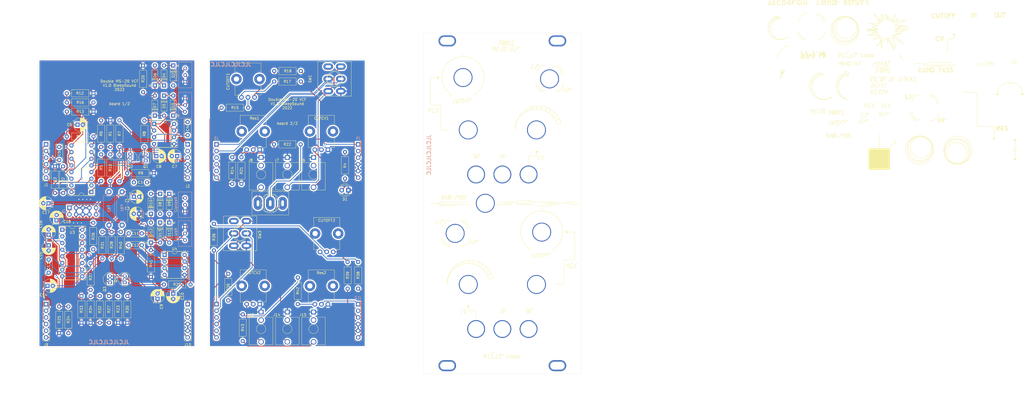
<source format=kicad_pcb>
(kicad_pcb (version 20211014) (generator pcbnew)
  (layers (0 "F.Cu" signal) (31 "B.Cu" signal) (34 "B.Paste" user) (35 "F.Paste" user) (36 "B.SilkS" user "B.Silkscreen") (37 "F.SilkS" user "F.Silkscreen") (38 "B.Mask" user) (39 "F.Mask" user) (44 "Edge.Cuts" user))
  (net 0 "")
  (net 1 "GND")
  (net 2 "+12V")
  (net 3 "-12V")
  (net 4 "Net-(C4-Pad1)")
  (net 5 "Net-(C5-Pad1)")
  (net 6 "Net-(C6-Pad2)")
  (net 7 "Net-(D3-Pad2)")
  (net 8 "Net-(R10-Pad2)")
  (net 9 "Net-(C1-Pad2)")
  (net 10 "Net-(C1-Pad1)")
  (net 11 "Net-(C4-Pad2)")
  (net 12 "/HPass")
  (net 13 "/Out1")
  (net 14 "Net-(C15-Pad2)")
  (net 15 "Net-(C10-Pad1)")
  (net 16 "Net-(C11-Pad2)")
  (net 17 "Net-(C11-Pad1)")
  (net 18 "Net-(C12-Pad2)")
  (net 19 "Net-(C12-Pad1)")
  (net 20 "/Filtre2/HPass")
  (net 21 "Net-(C13-Pad1)")
  (net 22 "Net-(C14-Pad2)")
  (net 23 "/Filtre2/Out1")
  (net 24 "Net-(CUTCV1-Pad2)")
  (net 25 "/CVIn")
  (net 26 "Net-(CUTCV2-Pad2)")
  (net 27 "/Filtre2/CVIn")
  (net 28 "Net-(CUTOFF1-Pad1)")
  (net 29 "Net-(CUTOFF1-Pad2)")
  (net 30 "Net-(CUTOFF1-Pad3)")
  (net 31 "Net-(CUTOFF2-Pad1)")
  (net 32 "Net-(CUTOFF2-Pad2)")
  (net 33 "Net-(CUTOFF2-Pad3)")
  (net 34 "Net-(D1-Pad2)")
  (net 35 "Net-(D2-Pad2)")
  (net 36 "Net-(D2-Pad1)")
  (net 37 "Net-(D4-Pad1)")
  (net 38 "Net-(D5-Pad2)")
  (net 39 "Net-(D6-Pad1)")
  (net 40 "Net-(D8-Pad2)")
  (net 41 "Net-(D10-Pad2)")
  (net 42 "Net-(D11-Pad1)")
  (net 43 "Net-(D10-Pad1)")
  (net 44 "Net-(D11-Pad2)")
  (net 45 "Net-(D12-Pad1)")
  (net 46 "Net-(FB1-Pad2)")
  (net 47 "Net-(FB2-Pad2)")
  (net 48 "/LPass")
  (net 49 "/FilterOut")
  (net 50 "/Cutoff")
  (net 51 "/ResOut")
  (net 52 "/FilterIn")
  (net 53 "/JackOut")
  (net 55 "/Filtre2/LPass")
  (net 56 "/Filtre2/FilterOut")
  (net 57 "/Filtre2/Cutoff")
  (net 58 "/Filtre2/ResOut")
  (net 59 "Filter2In")
  (net 60 "Net-(Q1-Pad1)")
  (net 61 "Net-(Q1-Pad3)")
  (net 62 "Net-(Q3-Pad1)")
  (net 63 "Net-(Q3-Pad3)")
  (net 64 "Net-(R1-Pad2)")
  (net 65 "Net-(R2-Pad2)")
  (net 66 "Net-(R5-Pad2)")
  (net 67 "Net-(R11-Pad2)")
  (net 68 "Net-(R12-Pad2)")
  (net 69 "Net-(R21-Pad1)")
  (net 70 "Net-(R23-Pad2)")
  (net 71 "Net-(R24-Pad2)")
  (net 72 "Net-(R26-Pad2)")
  (net 73 "Net-(R27-Pad2)")
  (net 74 "Net-(R32-Pad2)")
  (net 75 "Net-(R33-Pad2)")
  (net 76 "Net-(R42-Pad1)")
  (net 100 "Net-(C8-Pad1)")
  (net 101 "Net-(C9-Pad2)")
  (net 102 "Net-(C16-Pad1)")
  (net 103 "Net-(C18-Pad1)")
  (net 104 "Net-(U2-Pad8)")
  (net 105 "Net-(U1-Pad11)")
  (footprint "Capacitor_THT:CP_Radial_D5.0mm_P2.00mm" (layer "F.Cu") (at 66.5 89)
    (fp_text reference "C2")
    (fp_text value "10µ")
  )
  (footprint "Capacitor_THT:CP_Radial_D5.0mm_P2.00mm" (layer "F.Cu") (at 68.455113 95.5 180)
    (fp_text reference "C3")
    (fp_text value "10µ")
  )
  (footprint "Capacitor_THT:C_Disc_D7.0mm_W2.5mm_P5.00mm" (layer "F.Cu") (at 87 60.5 -90)
    (fp_text reference "C4")
    (fp_text value "1nF")
  )
  (footprint "Capacitor_THT:CP_Radial_D5.0mm_P2.00mm" (layer "F.Cu") (at 45 61.5)
    (fp_text reference "C6")
    (fp_text value "10µF")
  )
  (footprint "Capacitor_THT:C_Disc_D7.0mm_W2.5mm_P5.00mm" (layer "F.Cu") (at 69.5 107.5 180)
    (fp_text reference "C12")
    (fp_text value "1nF")
  )
  (footprint "Capacitor_THT:C_Disc_D7.0mm_W2.5mm_P5.00mm" (layer "F.Cu") (at 34 113 -90)
    (fp_text reference "C13")
    (fp_text value "1nF")
  )
  (footprint "Potentiometer_THT:Potentiometer_Bourns_PTV09A-1_Single_Vertical" (layer "F.Cu") (at 140.5 71.05 90)
    (fp_text reference "CUTCV1")
    (fp_text value "100k")
  )
  (footprint "Potentiometer_THT:Potentiometer_Bourns_PTV09A-1_Single_Vertical" (layer "F.Cu") (at 112.5 51.05 90)
    (fp_text reference "CUTOFF1")
    (fp_text value "100k")
  )
  (footprint "LED_THT:LED_D4.0mm" (layer "F.Cu") (at 148.275 86.5 180)
    (fp_text reference "D1")
    (fp_text value "LED-12V")
  )
  (footprint "Diode_THT:D_DO-35_SOD27_P7.62mm_Horizontal" (layer "F.Cu") (at 81.5 38.88 -90)
    (fp_text reference "D2")
    (fp_text value "1N4148")
  )
  (footprint "Diode_THT:D_DO-35_SOD27_P7.62mm_Horizontal" (layer "F.Cu") (at 81.5 58 90)
    (fp_text reference "D3")
    (fp_text value "1N4148")
  )
  (footprint "Diode_THT:D_DO-35_SOD27_P7.62mm_Horizontal" (layer "F.Cu") (at 78 46.5 90)
    (fp_text reference "D4")
    (fp_text value "1N4148")
  )
  (footprint "Diode_THT:D_DO-35_SOD27_P7.62mm_Horizontal" (layer "F.Cu") (at 78 50.38 -90)
    (fp_text reference "D5")
    (fp_text value "1N4148")
  )
  (footprint "Diode_THT:D_DO-35_SOD27_P7.62mm_Horizontal" (layer "F.Cu") (at 74.5 46.5 90)
    (fp_text reference "D6")
    (fp_text value "1N4148")
  )
  (footprint "Diode_THT:D_DO-35_SOD27_P7.62mm_Horizontal" (layer "F.Cu") (at 74.5 58 90)
    (fp_text reference "D7")
    (fp_text value "1N4148")
  )
  (footprint "Connector_PinSocket_2.54mm:PinSocket_1x06_P2.54mm_Vertical" (layer "F.Cu") (at 87 69)
    (fp_text reference "J2")
    (fp_text value "Conn_CircuitBoard")
  )
  (footprint "Connector_Audio:Jack_3.5mm_QingPu_WQP-PJ398SM_Vertical_CircularHoles" (layer "F.Cu") (at 135 74)
    (fp_text reference "J6")
    (fp_text value "FilterCV1")
  )
  (footprint "Connector_Audio:Jack_3.5mm_QingPu_WQP-PJ398SM_Vertical_CircularHoles" (layer "F.Cu") (at 125 74)
    (fp_text reference "J7")
    (fp_text value "FilterIn1")
  )
  (footprint "Connector_Audio:Jack_3.5mm_QingPu_WQP-PJ398SM_Vertical_CircularHoles" (layer "F.Cu") (at 115 74)
    (fp_text reference "J8")
    (fp_text value "FilterOut1")
  )
  (footprint "Connector_PinSocket_2.54mm:PinSocket_1x06_P2.54mm_Vertical" (layer "F.Cu") (at 33 130)
    (fp_text reference "J9")
    (fp_text value "Conn_CircuitBoard")
  )
  (footprint "Package_TO_SOT_THT:TO-92_Inline" (layer "F.Cu") (at 71 75.27 90)
    (fp_text reference "Q1")
    (fp_text value "BC559")
  )
  (footprint "Package_TO_SOT_THT:TO-92_Inline" (layer "F.Cu") (at 65.14 72.73 -90)
    (fp_text reference "Q2")
    (fp_text value "BC559")
  )
  (footprint "Package_TO_SOT_THT:TO-92_Inline" (layer "F.Cu") (at 57.36 121.77 90)
    (fp_text reference "Q3")
    (fp_text value "BC559")
  )
  (footprint "Resistor_THT:R_Axial_DIN0207_L6.3mm_D2.5mm_P10.16mm_Horizontal" (layer "F.Cu") (at 57.5 59.84 -90)
    (fp_text reference "R1")
    (fp_text value "470")
  )
  (footprint "Resistor_THT:R_Axial_DIN0207_L6.3mm_D2.5mm_P10.16mm_Horizontal" (layer "F.Cu") (at 36.4 77.42 -90)
    (fp_text reference "R3")
    (fp_text value "470")
  )
  (footprint "Resistor_THT:R_Axial_DIN0207_L6.3mm_D2.5mm_P10.16mm_Horizontal" (layer "F.Cu") (at 54 72.84 -90)
    (fp_text reference "R5")
    (fp_text value "2.2k")
  )
  (footprint "Resistor_THT:R_Axial_DIN0207_L6.3mm_D2.5mm_P10.16mm_Horizontal" (layer "F.Cu") (at 54 70 90)
    (fp_text reference "R6")
    (fp_text value "100k")
  )
  (footprint "Resistor_THT:R_Axial_DIN0207_L6.3mm_D2.5mm_P10.16mm_Horizontal" (layer "F.Cu") (at 61 70 90)
    (fp_text reference "R7")
    (fp_text value "100k")
  )
  (footprint "Resistor_THT:R_Axial_DIN0207_L6.3mm_D2.5mm_P10.16mm_Horizontal" (layer "F.Cu") (at 74.08 80 180)
    (fp_text reference "R9")
    (fp_text value "2.2k")
  )
  (footprint "Resistor_THT:R_Axial_DIN0207_L6.3mm_D2.5mm_P10.16mm_Horizontal" (layer "F.Cu") (at 51.08 66 180)
    (fp_text reference "R11")
    (fp_text value "100k")
  )
  (footprint "Resistor_THT:R_Axial_DIN0207_L6.3mm_D2.5mm_P10.16mm_Horizontal" (layer "F.Cu") (at 51.08 49.5 180)
    (fp_text reference "R12")
    (fp_text value "470")
  )
  (footprint "Resistor_THT:R_Axial_DIN0207_L6.3mm_D2.5mm_P10.16mm_Horizontal" (layer "F.Cu") (at 51.08 56.5 180)
    (fp_text reference "R13")
    (fp_text value "470")
  )
  (footprint "Resistor_THT:R_Axial_DIN0207_L6.3mm_D2.5mm_P10.16mm_Horizontal" (layer "F.Cu") (at 104 84.08 90)
    (fp_text reference "R14")
    (fp_text value "82k")
  )
  (footprint "Resistor_THT:R_Axial_DIN0207_L6.3mm_D2.5mm_P10.16mm_Horizontal" (layer "F.Cu") (at 99.92 55)
    (fp_text reference "R15")
    (fp_text value "100k")
  )
  (footprint "Resistor_THT:R_Axial_DIN0207_L6.3mm_D2.5mm_P10.16mm_Horizontal" (layer "F.Cu") (at 40.92 53)
    (fp_text reference "R16")
    (fp_text value "100k")
  )
  (footprint "Resistor_THT:R_Axial_DIN0207_L6.3mm_D2.5mm_P10.16mm_Horizontal" (layer "F.Cu") (at 120 45)
    (fp_text reference "R17")
    (fp_text value "33k")
  )
  (footprint "Resistor_THT:R_Axial_DIN0207_L6.3mm_D2.5mm_P10.16mm_Horizontal" (layer "F.Cu") (at 130.16 41 180)
    (fp_text reference "R18")
    (fp_text value "56k")
  )
  (footprint "Resistor_THT:R_Axial_DIN0207_L6.3mm_D2.5mm_P10.16mm_Horizontal" (layer "F.Cu") (at 70 38.92 -90)
    (fp_text reference "R20")
    (fp_text value "2.2k")
  )
  (footprint "Resistor_THT:R_Axial_DIN0207_L6.3mm_D2.5mm_P10.16mm_Horizontal" (layer "F.Cu") (at 107.5 73.92 -90)
    (fp_text reference "R21")
    (fp_text value "1k")
  )
  (footprint "Resistor_THT:R_Axial_DIN0207_L6.3mm_D2.5mm_P10.16mm_Horizontal" (layer "F.Cu") (at 130.08 69 180)
    (fp_text reference "R22")
    (fp_text value "1k")
  )
  (footprint "Resistor_THT:R_Axial_DIN0207_L6.3mm_D2.5mm_P10.16mm_Horizontal" (layer "F.Cu") (at 60.5 137.08 90)
    (fp_text reference "R23")
    (fp_text value "470")
  )
  (footprint "Resistor_THT:R_Axial_DIN0207_L6.3mm_D2.5mm_P10.16mm_Horizontal" (layer "F.Cu") (at 51 109.08 90)
    (fp_text reference "R26")
    (fp_text value "2.2k")
  )
  (footprint "Resistor_THT:R_Axial_DIN0207_L6.3mm_D2.5mm_P10.16mm_Horizontal" (layer "F.Cu") (at 57 126.92 -90)
    (fp_text reference "R27")
    (fp_text value "100k")
  )
  (footprint "Resistor_THT:R_Axial_DIN0207_L6.3mm_D2.5mm_P10.16mm_Horizontal" (layer "F.Cu") (at 58 102.42 -90)
    (fp_text reference "R28")
    (fp_text value "100k")
  )
  (footprint "Resistor_THT:R_Axial_DIN0207_L6.3mm_D2.5mm_P10.16mm_Horizontal" (layer "F.Cu") (at 77.92 122.5)
    (fp_text reference "R29")
    (fp_text value "1k")
  )
  (footprint "Resistor_THT:R_Axial_DIN0207_L6.3mm_D2.5mm_P10.16mm_Horizontal" (layer "F.Cu") (at 64 137.08 90)
    (fp_text reference "R30")
    (fp_text value "2.2k")
  )
  (footprint "Resistor_THT:R_Axial_DIN0207_L6.3mm_D2.5mm_P10.16mm_Horizontal" (layer "F.Cu") (at 54.5 102.42 -90)
    (fp_text reference "R31")
    (fp_text value "1.8k")
  )
  (footprint "Resistor_THT:R_Axial_DIN0207_L6.3mm_D2.5mm_P10.16mm_Horizontal" (layer "F.Cu") (at 53.5 137.08 90)
    (fp_text reference "R32")
    (fp_text value "100k")
  )
  (footprint "Resistor_THT:R_Axial_DIN0207_L6.3mm_D2.5mm_P10.16mm_Horizontal" (layer "F.Cu") (at 46.5 137.08 90)
    (fp_text reference "R33")
    (fp_text value "470")
  )
  (footprint "Resistor_THT:R_Axial_DIN0207_L6.3mm_D2.5mm_P10.16mm_Horizontal" (layer "F.Cu") (at 50 137.08 90)
    (fp_text reference "R34")
    (fp_text value "470")
  )
  (footprint "Resistor_THT:R_Axial_DIN0207_L6.3mm_D2.5mm_P10.16mm_Horizontal" (layer "F.Cu") (at 50 124.58 90)
    (fp_text reference "R37")
    (fp_text value "100k")
  )
  (footprint "Resistor_THT:R_Axial_DIN0207_L6.3mm_D2.5mm_P10.16mm_Horizontal" (layer "F.Cu") (at 61.5 102.42 -90)
    (fp_text reference "R40")
    (fp_text value "1.8k")
  )
  (footprint "Resistor_THT:R_Axial_DIN0207_L6.3mm_D2.5mm_P10.16mm_Horizontal" (layer "F.Cu") (at 73 119.58 90)
    (fp_text reference "R41")
    (fp_text value "2.2k")
  )
  (footprint "Resistor_THT:R_Axial_DIN0207_L6.3mm_D2.5mm_P10.16mm_Horizontal" (layer "F.Cu") (at 129 130 90)
    (fp_text reference "R42")
    (fp_text value "1k")
  )
  (footprint "Resistor_THT:R_Axial_DIN0207_L6.3mm_D2.5mm_P10.16mm_Horizontal" (layer "F.Cu") (at 108 144.08 90)
    (fp_text reference "R43")
    (fp_text value "1k")
  )
  (footprint "Potentiometer_THT:Potentiometer_Bourns_PTV09A-1_Single_Vertical" (layer "F.Cu") (at 114.5 71.05 90)
    (fp_text reference "Res1")
    (fp_text value "100k")
  )
  (footprint "Synth:SW_DPDT_Toggle" (layer "F.Cu") (at 143 44 90)
    (fp_text reference "SW1")
    (fp_text value "Hpass/Lpass Switch")
  )
  (footprint "Synth:SW_Toggle_Blue_wSlots" (layer "F.Cu") (at 118.5 91.5)
    (fp_text reference "SW2" hide)
    (fp_text value "Bandpass")
  )
  (footprint "Package_DIP:DIP-16_W7.62mm_Socket" (layer "F.Cu") (at 39.2 101.6)
    (fp_text reference "U3")
    (fp_text value "LM13700")
  )
  (footprint "Package_DIP:DIP-8_W7.62mm_Socket" (layer "F.Cu") (at 78.2 111.2)
    (fp_text reference "U4")
    (fp_text value "TL072")
  )
  (footprint "Connector_Audio:Jack_3.5mm_QingPu_WQP-PJ398SM_Vertical_CircularHoles" (layer "F.Cu") (at 115 133)
    (fp_text reference "J13")
    (fp_text value "FilterCV2")
  )
  (footprint "Connector_Audio:Jack_3.5mm_QingPu_WQP-PJ398SM_Vertical_CircularHoles" (layer "F.Cu") (at 125 133)
    (fp_text reference "J14")
    (fp_text value "FilterIn2")
  )
  (footprint "Connector_Audio:Jack_3.5mm_QingPu_WQP-PJ398SM_Vertical_CircularHoles" (layer "F.Cu") (at 135 133)
    (fp_text reference "J15")
    (fp_text value "FilterOut2")
  )
  (footprint "Connector_PinSocket_2.54mm:PinSocket_1x06_P2.54mm_Vertical" (layer "F.Cu") (at 87 130)
    (fp_text reference "J10")
    (fp_text value "Conn_CircuitBoard")
  )
  (footprint "Resistor_THT:R_Axial_DIN0207_L6.3mm_D2.5mm_P10.16mm_Horizontal" (layer "F.Cu") (at 70.5 70.08 90)
    (fp_text reference "R8")
    (fp_text value "1k")
  )
  (footprint "Capacitor_THT:CP_Radial_D5.0mm_P2.00mm" (layer "F.Cu") (at 83 73.5 180)
    (fp_text reference "C7")
    (fp_text value "0.1µ")
  )
  (footprint "Capacitor_THT:CP_Radial_D5.0mm_P2.00mm" (layer "F.Cu") (at 75.044888 73.5)
    (fp_text reference "C8")
    (fp_text value "0.1µ")
  )
  (footprint "Capacitor_THT:CP_Radial_D5.0mm_P2.00mm" (layer "F.Cu") (at 75.5 127.955112 90)
    (fp_text reference "C9")
    (fp_text value "0.1µ")
  )
  (footprint "Capacitor_THT:CP_Radial_D5.0mm_P2.00mm" (layer "F.Cu") (at 81.5 126 -90)
    (fp_text reference "C10")
    (fp_text value "0.1µ")
  )
  (footprint "Resistor_THT:R_Axial_DIN0207_L6.3mm_D2.5mm_P10.16mm_Horizontal" (layer "F.Cu") (at 147 71.92 -90)
    (fp_text reference "R4")
    (fp_text value "2.2k")
  )
  (footprint "Resistor_THT:R_Axial_DIN0207_L6.3mm_D2.5mm_P10.16mm_Horizontal" (layer "F.Cu") (at 97 109.5 90)
    (fp_text reference "R36")
    (fp_text value "100k")
  )
  (footprint "Resistor_THT:R_Axial_DIN0207_L6.3mm_D2.5mm_P10.16mm_Horizontal" (layer "F.Cu") (at 148 124.08 90)
    (fp_text reference "R39")
    (fp_text value "56k")
  )
  (footprint "Resistor_THT:R_Axial_DIN0207_L6.3mm_D2.5mm_P10.16mm_Horizontal" (layer "F.Cu") (at 152 113.92 -90)
    (fp_text reference "R38")
    (fp_text value "33k")
  )
  (footprint "Resistor_THT:R_Axial_DIN0207_L6.3mm_D2.5mm_P10.16mm_Horizontal" (layer "F.Cu") (at 102.5 118.42 -90)
    (fp_text reference "R35")
    (fp_text value "82k")
  )
  (footprint "Capacitor_THT:CP_Radial_D5.0mm_P2.00mm" (layer "F.Cu") (at 33.544888 123)
    (fp_text reference "C14")
    (fp_text value "10µF")
  )
  (footprint "Package_DIP:DIP-8_W7.62mm_Socket" (layer "F.Cu") (at 74.2 61.2)
    (fp_text reference "U2")
    (fp_text value "TL072")
  )
  (footprint "Package_TO_SOT_THT:TO-92_Inline" (layer "F.Cu") (at 63 121.77 90)
    (fp_text reference "Q4")
    (fp_text value "BC559")
  )
  (footprint "Synth:Doepfer Mounting hole" (layer "F.Cu") (at 186 29.5)
    (fp_text reference "H1" hide)
    (fp_text value "MountingHole_Pad")
  )
  (footprint "Synth:Doepfer Mounting hole" (layer "F.Cu") (at 228 29.5)
    (fp_text reference "H2" hide)
    (fp_text value "MountingHole_Pad")
  )
  (footprint "Synth:Doepfer Mounting hole" (layer "F.Cu") (at 228 153.5)
    (fp_text reference "H3" hide)
    (fp_text value "MountingHole_Pad")
  )
  (footprint "Synth:Doepfer Mounting hole" (layer "F.Cu") (at 186 153.5)
    (fp_text reference "H4" hide)
    (fp_text value "MountingHole_Pad")
  )
  (footprint "Synth:SW_DPDT_Toggle" (layer "F.Cu") (at 107 103 90)
    (fp_text reference "SW3")
    (fp_text value "Hpass/Lpass Switch")
  )
  (footprint "Potentiometer_THT:Potentiometer_Bourns_PTV09A-1_Single_Vertical" (layer "F.Cu") (at 114.5 130 90)
    (fp_text reference "CUTCV2")
    (fp_text value "100k")
  )
  (footprint "Potentiometer_THT:Potentiometer_Bourns_PTV09A-1_Single_Vertical" (layer "F.Cu") (at 140.5 130.05 90)
    (fp_text reference "Res2")
    (fp_text value "100k")
  )
  (footprint "Potentiometer_THT:Potentiometer_Bourns_PTV09A-1_Single_Vertical" (layer "F.Cu") (at 142.5 110.05 90)
    (fp_text reference "CUTOFF2")
    (fp_text value "100k")
  )
  (footprint "Capacitor_THT:C_Disc_D7.0mm_W2.5mm_P5.00mm" (layer "F.Cu") (at 64.5 103)
    (fp_text reference "C11")
    (fp_text value "1nF")
  )
  (footprint "Diode_THT:D_DO-35_SOD27_P7.62mm_Horizontal" (layer "F.Cu") (at 73 95.5 90)
    (fp_text reference "D10")
    (fp_text value "1N4148")
  )
  (footprint "Diode_THT:D_DO-35_SOD27_P7.62mm_Horizontal" (layer "F.Cu") (at 76.5 87.88 -90)
    (fp_text reference "D8")
    (fp_text value "1N4148")
  )
  (footprint "Diode_THT:D_DO-35_SOD27_P7.62mm_Horizontal" (layer "F.Cu") (at 80 87.88 -90)
    (fp_text reference "D9")
    (fp_text value "1N4148")
  )
  (footprint "Diode_THT:D_DO-35_SOD27_P7.62mm_Horizontal" (layer "F.Cu") (at 76.5 98.88 -90)
    (fp_text reference "D13")
    (fp_text value "1N4148")
  )
  (footprint "Diode_THT:D_DO-35_SOD27_P7.62mm_Horizontal" (layer "F.Cu") (at 73 106.5 90)
    (fp_text reference "D12")
    (fp_text value "1N4148")
  )
  (footprint "Diode_THT:D_DO-35_SOD27_P7.62mm_Horizontal" (layer "F.Cu") (at 80 98.88 -90)
    (fp_text reference "D11")
    (fp_text value "1N4148")
  )
  (footprint "Capacitor_THT:C_Disc_D7.0mm_W2.5mm_P5.00mm" (layer "F.Cu") (at 66.5 83.5)
    (fp_text reference "C1")
    (fp_text value "1nF")
  )
  (footprint "Resistor_THT:R_Axial_DIN0207_L6.3mm_D2.5mm_P10.16mm_Horizontal" (layer "F.Cu") (at 39.5 77.42 -90)
    (fp_text reference "R2")
    (fp_text value "100k")
  )
  (footprint "Resistor_THT:R_Axial_DIN0207_L6.3mm_D2.5mm_P10.16mm_Horizontal" (layer "F.Cu") (at 57.5 83 90)
    (fp_text reference "R10")
    (fp_text value "1.8k")
  )
  (footprint "Resistor_THT:R_Axial_DIN0207_L6.3mm_D2.5mm_P10.16mm_Horizontal" (layer "F.Cu") (at 61 72.92 -90)
    (fp_text reference "R19")
    (fp_text value "1.8k")
  )
  (footprint "Package_DIP:DIP-16_W7.62mm_Socket" (layer "F.Cu") (at 50.3 87.2 180)
    (fp_text reference "U1")
    (fp_text value "LM13700")
  )
  (footprint "Connector_PinSocket_2.54mm:PinSocket_1x06_P2.54mm_Vertical" (layer "F.Cu") (at 33 69)
    (fp_text reference "J1")
    (fp_text value "Conn_CircuitBoard")
  )
  (footprint "Capacitor_THT:C_Disc_D7.0mm_W2.5mm_P5.00mm" (layer "F.Cu") (at 38 70 -90)
    (fp_text reference "C5")
    (fp_text value "1nF")
  )
  (footprint "Resistor_THT:R_Axial_DIN0207_L6.3mm_D2.5mm_P10.16mm_Horizontal" (layer "F.Cu") (at 38 141.08 90)
    (fp_text reference "R25")
    (fp_text value "470")
  )
  (footprint "Resistor_THT:R_Axial_DIN0207_L6.3mm_D2.5mm_P10.16mm_Horizontal" (layer "F.Cu") (at 41.5 141.08 90)
    (fp_text reference "R24")
    (fp_text value "100k")
  )
  (footprint "Capacitor_THT:CP_Radial_D5.0mm_P2.00mm" (layer "F.Cu") (at 33.955113 91.5 180)
    (fp_text reference "C17")
    (fp_text value "0.1µ")
  )
  (footprint "Capacitor_THT:CP_Radial_D5.0mm_P2.00mm" (layer "F.Cu") (at 37 98 90)
    (fp_text reference "C18")
    (fp_text value "0.1µ")
  )
  (footprint "Capacitor_THT:CP_Radial_D5.0mm_P2.00mm" (layer "F.Cu") (at 34 103.5 90)
    (fp_text reference "C16")
    (fp_text value "0.1µ")
  )
  (footprint "Capacitor_THT:CP_Radial_D5.0mm_P2.00mm" (layer "F.Cu") (at 34 107.544887 -90)
    (fp_text reference "C15")
    (fp_text value "0.1µ")
  )
  (footprint "Inductor_THT:L_Axial_L9.5mm_D4.0mm_P12.70mm_Horizontal_Fastron_SMCC" (layer "B.Cu") (at 57 99.85 90)
    (fp_text reference "FB2")
    (fp_text value "10R")
  )
  (footprint "Connector_PinHeader_2.54mm:PinHeader_1x06_P2.54mm_Vertical" (layer "B.Cu") (at 98 69 180)
    (fp_text reference "J3")
    (fp_text value "Conn_JackBoard")
  )
  (footprint "Connector_PinHeader_2.54mm:PinHeader_1x06_P2.54mm_Vertical" (layer "B.Cu") (at 152 69 180)
    (fp_text reference "J4")
    (fp_text value "Conn_JackBoard")
  )
  (footprint "Connector_PinHeader_2.54mm:PinHeader_2x05_P2.54mm_Vertical" (layer "B.Cu") (at 41.925 93.225 -90)
    (fp_text reference "J5")
    (fp_text value "Power Input")
  )
  (footprint "Connector_PinHeader_2.54mm:PinHeader_1x06_P2.54mm_Vertical" (layer "B.Cu") (at 98 130 180)
    (fp_text reference "J11")
    (fp_text value "Conn_JackBoard")
  )
  (footprint "Potentiometer_THT:Potentiometer_Bourns_3386C_Horizontal" (layer "B.Cu") (at 86.08 45.08)
    (fp_text reference "ResLv1")
    (fp_text value "3.3k")
  )
  (footprint "Potentiometer_THT:Potentiometer_Bourns_3386C_Horizontal" (layer "B.Cu") (at 86 56.58)
    (fp_text reference "ResVol1")
    (fp_text value "10k")
  )
  (footprint "Connector_PinHeader_2.54mm:PinHeader_1x06_P2.54mm_Vertical" (layer "B.Cu") (at 152 130 180)
    (fp_text reference "J12")
    (fp_text value "Conn_JackBoard")
  )
  (footprint "Inductor_THT:L_Axial_L9.5mm_D4.0mm_P12.70mm_Horizontal_Fastron_SMCC" (layer "B.Cu") (at 62 87.15 -90)
    (fp_text reference "FB1")
    (fp_text value "10R")
  )
  (footprint "Potentiometer_THT:Potentiometer_Bourns_3386C_Horizontal" (layer "B.Cu") (at 86 100.5 180)
    (fp_text reference "ResLv2")
    (fp_text value "3.3k")
  )
  (footprint "Potentiometer_THT:Potentiometer_Bourns_3386C_Horizontal" (layer "B.Cu") (at 86 89.5 180)
    (fp_text reference "ResVol2")
    (fp_text value "10k")
  )
  (gr_line (start 183 91) (end 193.5 91) (layer "F.SilkS") (width 0.12))
  (gr_line (start 189 92.5) (end 183 92.5) (layer "F.SilkS") (width 0.12))
  (gr_line (start 182.5 92) (end 195 92) (layer "F.SilkS") (width 0.12))
  (gr_line (start 179.25 91.5) (end 184 91.5) (layer "F.SilkS") (width 0.12))
  (gr_line (start 219 92) (end 212.5 92) (layer "F.SilkS") (width 0.12))
  (gr_line (start 213 91) (end 206 91) (layer "F.SilkS") (width 0.12))
  (gr_line (start 210.5 92) (end 204.5 92) (layer "F.SilkS") (width 0.12))
  (gr_line (start 216.5 91) (end 228.5 91) (layer "F.SilkS") (width 0.12))
  (gr_line (start 201.1 149.3) (end 200.1 148.9) (layer "F.SilkS") (width 0.12))
  (gr_line (start 205.9 150.5) (end 206.1 150.7) (layer "F.SilkS") (width 0.12))
  (gr_line (start 210.7 149.5) (end 209.9 149.5) (layer "F.SilkS") (width 0.12))
  (gr_line (start 213.3 149.5) (end 213.7 150.3) (layer "F.SilkS") (width 0.12))
  (gr_arc (start 226.7 39.4) (mid 228.82132 40.27868) (end 229.7 42.4) (layer "F.SilkS") (width 0.12))
  (gr_arc (start 223.2 48.4) (mid 221.07868 47.52132) (end 220.2 45.4) (layer "F.SilkS") (width 0.12))
  (gr_arc (start 230.2 45.9) (mid 229.32132 48.02132) (end 227.2 48.9) (layer "F.SilkS") (width 0.12))
  (gr_arc (start 222.7 48.9) (mid 220.57868 48.02132) (end 219.7 45.9) (layer "F.SilkS") (width 0.12))
  (gr_arc (start 220.2 41.9) (mid 221.07868 39.77868) (end 223.2 38.9) (layer "F.SilkS") (width 0.12))
  (gr_arc (start 227.2 38.9) (mid 229.32132 39.77868) (end 230.2 41.9) (layer "F.SilkS") (width 0.12))
  (gr_arc (start 234.1 102.5) (mid 234.453552 102.646448) (end 234.6 103) (layer "F.SilkS") (width 0.12))
  (gr_line (start 230 122.5) (end 227.153553 122.5) (layer "F.SilkS") (width 0.12))
  (gr_arc (start 191.2 97.9) (mid 193.32132 98.77868) (end 194.2 100.9) (layer "F.SilkS") (width 0.12))
  (gr_arc (start 184.2 100.9) (mid 185.07868 98.77868) (end 187.2 97.9) (layer "F.SilkS") (width 0.12))
  (gr_arc (start 186.7 107.9) (mid 184.57868 107.02132) (end 183.7 104.9) (layer "F.SilkS") (width 0.12))
  (gr_arc (start 194.2 104.9) (mid 193.32132 107.02132) (end 191.2 107.9) (layer "F.SilkS") (width 0.12))
  (gr_arc (start 187.2 107.4) (mid 185.07868 106.52132) (end 184.2 104.4) (layer "F.SilkS") (width 0.12))
  (gr_arc (start 190.7 98.4) (mid 192.82132 99.27868) (end 193.7 101.4) (layer "F.SilkS") (width 0.12))
  (gr_line (start 230.5 113.5) (end 230.5 122) (layer "F.SilkS") (width 0.12))
  (gr_arc (start 230.5 113.5) (mid 230.646447 113.146447) (end 231 113) (layer "F.SilkS") (width 0.12))
  (gr_line (start 231.7 102.5) (end 234.113389 102.5) (layer "F.SilkS") (width 0.12))
  (gr_arc (start 230.5 122) (mid 230.353553 122.353553) (end 230 122.5) (layer "F.SilkS") (width 0.12))
  (gr_arc (start 185.9 122.5) (mid 193.033536 114.568285) (end 201.9 120.5) (layer "F.SilkS") (width 0.12))
  (gr_poly (pts (xy 231.2 102.5) (xy 231.7 102) (xy 231.7 103)) (layer "F.SilkS") (width 0.1) (fill solid))
  (gr_line (start 234.6 103) (end 234.6 112.5) (layer "F.SilkS") (width 0.12))
  (gr_line (start 196.6 132.5) (end 194.5 132.5) (layer "F.SilkS") (width 0.12))
  (gr_poly (pts (xy 194.5 131) (xy 193.5 131) (xy 194 130.5)) (layer "F.SilkS") (width 0.1) (fill solid))
  (gr_line (start 197 136) (end 197 133) (layer "F.SilkS") (width 0.12))
  (gr_line (start 194 132) (end 194 131) (layer "F.SilkS") (width 0.12))
  (gr_arc (start 194.5 132.5) (mid 194.146447 132.353553) (end 194 132) (layer "F.SilkS") (width 0.12))
  (gr_arc (start 196.5 132.5) (mid 196.853553 132.646447) (end 197 133) (layer "F.SilkS") (width 0.12))
  (gr_line (start 315.490253 31.664932) (end 315.3 31.2) (layer "F.SilkS") (width 0.12))
  (gr_line (start 221.625 110.65) (end 222.425 110.65) (layer "F.SilkS") (width 0.12))
  (gr_line (start 190.8 89.2) (end 190.5 89.2) (layer "F.SilkS") (width 0.12))
  (gr_line (start 206.7 72.8) (end 206.5 72.9) (layer "F.SilkS") (width 0.12))
  (gr_line (start 331.6 66) (end 330.8 65.7) (layer "F.SilkS") (width 0.12))
  (gr_line (start 328.45 34.45) (end 328.45 33.65) (layer "F.SilkS") (width 0.12))
  (gr_arc (start 364.15 43.75) (mid 364.267157 43.467157) (end 364.55 43.35) (layer "F.SilkS") (width 0.12))
  (gr_line (start 181.8 56.9) (end 182 56.9) (layer "F.SilkS") (width 0.12))
  (gr_line (start 343.45 38.15) (end 343.55 38.05) (layer "F.SilkS") (width 0.12))
  (gr_line (start 339.75 15.75) (end 339.05 15.75) (layer "F.SilkS") (width 0.12))
  (gr_line (start 344.6 59.4) (end 344.5 59.4) (layer "F.SilkS") (width 0.12))
  (gr_line (start 349.75 49.85) (end 349.55 50.05) (layer "F.SilkS") (width 0.12))
  (gr_line (start 372.1 28.65) (end 372.7 29.55) (layer "F.SilkS") (width 0.12))
  (gr_line (start 188 89.5) (end 187.3 88.4) (layer "F.SilkS") (width 0.12))
  (gr_line (start 343.05 38.15) (end 343.15 38.05) (layer "F.SilkS") (width 0.12))
  (gr_line (start 210.85 31.9) (end 210.05 33.5) (layer "F.SilkS") (width 0.12))
  (gr_line (start 230.45 48.3) (end 231.3 48.3) (layer "F.SilkS") (width 0.12))
  (gr_line (start 327.55 34.25) (end 328.05 36.15) (layer "F.SilkS") (width 0.12))
  (gr_line (start 224.85 57.05) (end 225.55 55.75) (layer "F.SilkS") (width 0.12))
  (gr_arc (start 332.769006 50.73996) (mid 324.72999 49.155782) (end 327.954039 41.623126) (layer "F.SilkS") (width 0.12))
  (gr_line (start 314.75 14.05) (end 313.75 14.05) (layer "F.SilkS") (width 0.12))
  (gr_line (start 376.25 19.05) (end 376.65 19.65) (layer "F.SilkS") (width 0.12))
  (gr_line (start 375.25 19.25) (end 375.25 19.05) (layer "F.SilkS") (width 0.12))
  (gr_line (start 378.85 41.15) (end 378.65 41.45) (layer "F.SilkS") (width 0.12))
  (gr_line (start 361.9 24.3) (end 356.65 23.8) (layer "F.SilkS") (width 0.12))
  (gr_line (start 341.75 14.05) (end 341.95 14.05) (layer "F.SilkS") (width 0.12))
  (gr_line (start 206.7 32.6) (end 206.7 33.1) (layer "F.SilkS") (width 0.12))
  (gr_line (start 319.95 14.05) (end 319.35 14.85) (layer "F.SilkS") (width 0.12))
  (gr_line (start 336.2 64.9) (end 337.1 65.3) (layer "F.SilkS") (width 0.12))
  (gr_line (start 353.75 39.25) (end 353.95 39.15) (layer "F.SilkS") (width 0.12))
  (gr_line (start 336.85 34.35) (end 336.65 34.55) (layer "F.SilkS") (width 0.12))
  (gr_line (start 349.25 47.25) (end 349.95 47.25) (layer "F.SilkS") (width 0.12))
  (gr_line (start 353.65 48.25) (end 352.75 49.85) (layer "F.SilkS") (width 0.12))
  (gr_line (start 192.65 132.2) (end 192.55 133.8) (layer "F.SilkS") (width 0.12))
  (gr_line (start 186.5 88.4) (end 186 90) (layer "F.SilkS") (width 0.12))
  (gr_line (start 350.35 37.25) (end 350.25 37.25) (layer "F.SilkS") (width 0.12))
  (gr_line (start 343.05 38.15) (end 343.45 38.15) (layer "F.SilkS") (width 0.12))
  (gr_line (start 310.95 21.65) (end 309.75 21.25) (layer "F.SilkS") (width 0.12))
  (gr_line (start 379.25 28.25) (end 379.25 27.25) (layer "F.SilkS") (width 0.12))
  (gr_line (start 350.9 27.3) (end 346.15 27.3) (layer "F.SilkS") (width 0.12))
  (gr_line (start 353.45 37.25) (end 353.35 39.25) (layer "F.SilkS") (width 0.12))
  (gr_line (start 337.15 38.75) (end 336.55 38.75) (layer "F.SilkS") (width 0.12))
  (gr_line (start 321.85 36.35) (end 321.95 34.15) (layer "F.SilkS") (width 0.12))
  (gr_line (start 389.75 38.25) (end 387.75 38.25) (layer "F.SilkS") (width 0.12))
  (gr_line (start 232.6 47.4) (end 233.5 47.8) (layer "F.SilkS") (width 0.12))
  (gr_line (start 345.9 24.8) (end 350.15 25.55) (layer "F.SilkS") (width 0.12))
  (gr_line (start 219.075 110.65) (end 219.175 110.75) (layer "F.SilkS") (width 0.12))
  (gr_line (start 377.05 19.25) (end 377.25 19.25) (layer "F.SilkS") (width 0.12))
  (gr_line (start 321.25 14.05) (end 321.25 15.75) (layer "F.SilkS") (width 0.12))
  (gr_line (start 328.85 34.95) (end 329.05 34.35) (layer "F.SilkS") (width 0.12))
  (gr_line (start 355.75 43.25) (end 355.75 44.95) (layer "F.SilkS") (width 0.12))
  (gr_line (start 336.15 37.65) (end 336.05 37.55) (layer "F.SilkS") (width 0.12))
  (gr_line (start 224.5875 110.65) (end 225.6375 110.65) (layer "F.SilkS") (width 0.12))
  (gr_line (start 356.65 26.3) (end 359.15 23.8) (layer "F.SilkS") (width 0.12))
  (gr_line (start 320.65 14.05) (end 319.65 14.05) (layer "F.SilkS") (width 0.12))
  (gr_line (start 342.05 37.85) (end 341.95 37.75) (layer "F.SilkS") (width 0.12))
  (gr_line (start 333.85 15.45) (end 333.65 15.75) (layer "F.SilkS") (width 0.12))
  (gr_line (start 396.35 20.25) (end 397.15 20.25) (layer "F.SilkS") (width 0.12))
  (gr_line (start 314.55 14.25) (end 313.95 14.25) (layer "F.SilkS") (width 0.12))
  (gr_line (start 367.75 39.75) (end 367.15 41.45) (layer "F.SilkS") (width 0.12))
  (gr_line (start 230.1 49) (end 230 49) (layer "F.SilkS") (width 0.12))
  (gr_line (start 376.65 20.45) (end 376.45 20.75) (layer "F.SilkS") (width 0.12))
  (gr_line (start 206.7 133.5) (end 206.6 133.5) (layer "F.SilkS") (width 0.12))
  (gr_line (start 338.75 43.15) (end 337.85 41.05) (layer "F.SilkS") (width 0.12))
  (gr_line (start 206.1 150.7) (end 206.1 150.5) (layer "F.SilkS") (width 0.12))
  (gr_line (start 186 90) (end 185.9 90) (layer "F.SilkS") (width 0.12))
  (gr_line (start 332.85 14.35) (end 332.85 15.45) (layer "F.SilkS") (width 0.12))
  (gr_line (start 361.15 21.55) (end 356.65 23.3) (layer "F.SilkS") (width 0.12))
  (gr_line (start 211.45 33.55) (end 211.55 33.4) (layer "F.SilkS") (width 0.12))
  (gr_line (start 321.05 14.15) (end 321.25 14.05) (layer "F.SilkS") (width 0.12))
  (gr_line (start 351.75 37.25) (end 351.65 37.25) (layer "F.SilkS") (width 0.12))
  (gr_line (start 351.75 48.25) (end 351.45 48.85) (layer "F.SilkS") (width 0.12))
  (gr_line (start 351.05 48.25) (end 350.35 49.85) (layer "F.SilkS") (width 0.12))
  (gr_line (start 207.5 149.3) (end 206.1 149.7) (layer "F.SilkS") (width 0.12))
  (gr_line (start 338.05 35.75) (end 339.25 35.75) (layer "F.SilkS") (width 0.12))
  (gr_line (start 337.55 14.05) (end 337.55 15.75) (layer "F.SilkS") (width 0.12))
  (gr_line (start 335.25 33.95) (end 335.25 35.75) (layer "F.SilkS") (width 0.12))
  (gr_line (start 349.15 43.25) (end 348.75 44.95) (layer "F.SilkS") (width 0.12))
  (gr_line (start 180.2 56.8) (end 180.9 56.8) (layer "F.SilkS") (width 0.12))
  (gr_arc (start 370.25 50.05) (mid 372.37132 50.92868) (end 373.25 53.05) (layer "F.SilkS") (width 0.12))
  (gr_line (start 182.2 97.5) (end 182.1 97.5) (layer "F.SilkS") (width 0.12))
  (gr_line (start 374 27.85) (end 374.7 29.55) (layer "F.SilkS") (width 0.12))
  (gr_line (start 377.05 19.05) (end 377.25 19.05) (layer "F.SilkS") (width 0.12))
  (gr_line (start 236.5 92) (end 233.5 92) (layer "F.SilkS") (width 0.12))
  (gr_line (start 314.75 41.25) (end 313.95 41.95) (layer "F.SilkS") (width 0.12))
  (gr_line (start 335.35 14.65) (end 334.35 15.05) (layer "F.SilkS") (width 0.12))
  (gr_line (start 311.55 14.85) (end 312.15 15.75) (layer "F.SilkS") (width 0.12))
  (gr_line (start 373.55 41.45) (end 373.55 39.75) (layer "F.SilkS") (width 0.12))
  (gr_line (start 335.25 49.65) (end 335.55 49.45) (layer "F.SilkS") (width 0.12))
  (gr_line (start 197.2 72.8) (end 196.9 74.5) (layer "F.SilkS") (width 0.12))
  (gr_line (start 338.65 38.15) (end 338.75 38.05) (layer "F.SilkS") (width 0.12))
  (gr_line (start 217 77) (end 217 74) (layer "F.SilkS") (width 0.12))
  (gr_line (start 349 53.4) (end 348 54) (layer "F.SilkS") (width 0.12))
  (gr_line (start 340.65 14.05) (end 340.15 14.05) (layer "F.SilkS") (width 0.12))
  (gr_line (start 354.65 37.25) (end 353.75 39.25) (layer "F.SilkS") (width 0.12))
  (gr_line (start 340.65 15.75) (end 340.85 15.75) (layer "F.SilkS") (width 0.12))
  (gr_line (start 364.15 44.15) (end 364.45 44.15) (layer "F.SilkS") (width 0.12))
  (gr_line (start 191.625 51.65) (end 192.425 51.65) (layer "F.SilkS") (width 0.12))
  (gr_line (start 205.6 31.8) (end 205.6 32) (layer "F.SilkS") (width 0.12))
  (gr_line (start 203.3 31.8) (end 203.3 33.5) (layer "F.SilkS") (width 0.12))
  (gr_line (start 374.55 19.25) (end 374.75 19.25) (layer "F.SilkS") (width 0.12))
  (gr_line (start 351.9 53.4) (end 351.8 55) (layer "F.SilkS") (width 0.12))
  (gr_line (start 352.65 47.25) (end 352.85 47.15) (layer "F.SilkS") (width 0.12))
  (gr_line (start 184.9 89.5) (end 184.1 89.2) (layer "F.SilkS") (width 0.12))
  (gr_line (start 369.75 41.45) (end 369.75 40.65) (layer "F.SilkS") (width 0.12))
  (gr_line (start 346.55 15.65) (end 346.55 15.35) (layer "F.SilkS") (width 0.12))
  (gr_line (start 336.15 50.35) (end 335.95 50.55) (layer "F.SilkS") (width 0.12))
  (gr_line (start 183 54) (end 180 54) (layer "F.SilkS") (width 0.12))
  (gr_line (start 349.65 43.25) (end 349.25 44.95) (layer "F.SilkS") (width 0.12))
  (gr_line (start 399.25 63.05) (end 399.15 62.85) (layer "F.SilkS") (width 0.12))
  (gr_line (start 334.45 61.7) (end 334.7 60) (layer "F.SilkS") (width 0.12))
  (gr_line (start 346 57) (end 346.9 57.4) (layer "F.SilkS") (width 0.12))
  (gr_arc (start 187.5 50) (mid 192 35.462851) (end 196.5 50) (layer "F.SilkS") (width 0.12))
  (gr_line (start 210.7 29.85) (end 210.5 31.15) (layer "F.SilkS") (width 0.12))
  (gr_line (start 337.15 37.55) (end 337.05 37.45) (layer "F.SilkS") (width 0.12))
  (gr_line (start 397.55 63.75) (end 398.15 63.75) (layer "F.SilkS") (width 0.12))
  (gr_line (start 234.5 116.2) (end 234.5 116) (layer "F.SilkS") (width 0.12))
  (gr_line (start 204.7 33.5) (end 204.9 33.5) (layer "F.SilkS") (width 0.12))
  (gr_line (start 379.35 19.85) (end 379.35 19.65) (layer "F.SilkS") (width 0.12))
  (gr_line (start 336.55 38.75) (end 336.45 38.65) (layer "F.SilkS") (width 0.12))
  (gr_line (start 371.85 19.25) (end 372.05 19.05) (layer "F.SilkS") (width 0.12))
  (gr_line (start 398.85 18.75) (end 398.35 18.75) (layer "F.SilkS") (width 0.12))
  (gr_line (start 338.55 14.75) (end 337.55 15.05) (layer "F.SilkS") (width 0.12))
  (gr_arc (start 314.088868 32.414931) (mid 314.564928 31.620202) (end 315.490253 31.664932) (layer "F.SilkS") (width 0.12))
  (gr_line (start 191.85 132.2) (end 191.95 132.3) (layer "F.SilkS") (width 0.12))
  (gr_line (start 365.85 39.75) (end 366.05 39.75) (layer "F.SilkS") (width 0.12))
  (gr_line (start 328.1 56.4) (end 328.1 56.9) (layer "F.SilkS") (width 0.12))
  (gr_line (start 335.5 56.2) (end 334.9 55.9) (layer "F.SilkS") (width 0.12))
  (gr_line (start 378.65 41.25) (end 378.25 40.75) (layer "F.SilkS") (width 0.12))
  (gr_circle (center 337.55 25.55) (end 339.55 30.55) (layer "F.SilkS") (width 0.12) (fill none))
  (gr_line (start 315.05 14.95) (end 314.45 14.05) (layer "F.SilkS") (width 0.12))
  (gr_line (start 229.8 105.3) (end 229.49 105.19) (layer "F.SilkS") (width 0.12))
  (gr_line (start 351.75 49.85) (end 351.75 49.65) (layer "F.SilkS") (width 0.12))
  (gr_line (start 182.3 43.5) (end 180 43.5) (layer "F.SilkS") (width 0.12))
  (gr_line (start 311.95 21.15) (end 310.95 20.45) (layer "F.SilkS") (width 0.12))
  (gr_line (start 312.15 14.05) (end 311.55 14.85) (layer "F.SilkS") (width 0.12))
  (gr_line (start 344.65 34.55) (end 343.65 34.75) (layer "F.SilkS") (width 0.12))
  (gr_line (start 378.65 19.05) (end 378.85 19.05) (layer "F.SilkS") (width 0.12))
  (gr_line (start 199.8 46.3) (end 199.49 46.19) (layer "F.SilkS") (width 0.12))
  (gr_line (start 334.95 47.25) (end 334.35 47.25) (layer "F.SilkS") (width 0.12))
  (gr_line (start 338.35 14.45) (end 338.35 14.55) (layer "F.SilkS") (width 0.12))
  (gr_line (start 188.725 53.35) (end 188.825 53.25) (layer "F.SilkS") (width 0.12))
  (gr_line (start 224.175 110.75) (end 224.275 110.65) (layer "F.SilkS") (width 0.12))
  (gr_line (start 378.65 41.25) (end 377.85 41.25) (layer "F.SilkS") (width 0.12))
  (gr_line (start 373.55 41.45) (end 373.75 41.45) (layer "F.SilkS") (width 0.12))
  (gr_line (start 329.55 15.75) (end 329.55 14.05) (layer "F.SilkS") (width 0.12))
  (gr_line (start 376.45 41.25) (end 376.55 41.45) (layer "F.SilkS") (width 0.12))
  (gr_line (start 315.85 14.55) (end 315.85 15.25) (layer "F.SilkS") (width 0.12))
  (gr_line (start 222.425 110.65) (end 221.375 112.35) (layer "F.SilkS") (width 0.12))
  (gr_line (start 374.95 60.65) (end 375.15 60.65) (layer "F.SilkS") (width 0.12))
  (gr_line (start 196 72.8) (end 196.9 72.8) (layer "F.SilkS") (width 0.12))
  (gr_line (start 218.5 90.5) (end 212.5 90.5) (layer "F.SilkS") (width 0.12))
  (gr_poly (pts (xy 404.87 49.74) (xy 405.87 49.74) (xy 405.37 50.24)) (layer "F.SilkS") (width 0.1) (fill solid))
  (gr_line (start 207.1 31.15) (end 206.6 29.45) (layer "F.SilkS") (width 0.12))
  (gr_line (start 326.75 33.45) (end 327.55 34.25) (layer "F.SilkS") (width 0.12))
  (gr_line (start 347.85 43.25) (end 347.75 43.25) (layer "F.SilkS") (width 0.12))
  (gr_line (start 355 53.4) (end 354.9 53.4) (layer "F.SilkS") (width 0.12))
  (gr_arc (start 338.855395 51.926051) (mid 335.026544 47.343156) (end 338.45 42.45) (layer "F.SilkS") (width 0.12))
  (gr_line (start 355.75 44.95) (end 356.55 43.25) (layer "F.SilkS") (width 0.12))
  (gr_line (start 212.3 149.5) (end 211.5 150.7) (layer "F.SilkS") (width 0.12))
  (gr_line (start 226.5 92.5) (end 220.5 92.5) (layer "F.SilkS") (width 0.12))
  (gr_line (start 203.3 148.5) (end 204.1 148.5) (layer "F.SilkS") (width 0.12))
  (gr_line (start 320.75 36.45) (end 321.05 33.25) (layer "F.SilkS") (width 0.12))
  (gr_line (start 335.25 38.75) (end 335.15 38.65) (layer "F.SilkS") (width 0.12))
  (gr_line (start 218.1 131.8) (end 218.8 131.8) (layer "F.SilkS") (width 0.12))
  (gr_line (start 342.95 15.25) (end 342.75 15.75) (layer "F.SilkS") (width 0.12))
  (gr_line (start 341.75 15.25) (end 341.95 15.75) (layer "F.SilkS") (width 0.12))
  (gr_line (start 200.67 117.9) (end 201.9 117) (layer "F.SilkS") (width 0.12))
  (gr_line (start 325.6 55.6) (end 325.4 55.5) (layer "F.SilkS") (width 0.12))
  (gr_arc (start 332.75 50.75) (mid 325.294471 48.62054) (end 329.954039 42.423126) (layer "F.SilkS") (width 0.12))
  (gr_line (start 376.15 59.45) (end 376.15 59.55) (layer "F.SilkS") (width 0.12))
  (gr_line (start 232 114.4) (end 232.4 115) (layer "F.SilkS") (width 0.12))
  (gr_line (start 190.5 115.3) (end 190.2 114.7) (layer "F.SilkS") (width 0.12))
  (gr_line (start 184 63.5) (end 186.846447 63.5) (layer "F.SilkS") (width 0.12))
  (gr_line (start 179.3 55.1) (end 179.7 55.7) (layer "F.SilkS") (width 0.12))
  (gr_line (start 343.65 35.75) (end 343.65 35.55) (layer "F.SilkS") (width 0.12))
  (gr_line (start 325.6 55.6) (end 325.2 56.3) (layer "F.SilkS") (width 0.12))
  (gr_line (start 371.95 40.65) (end 371.35 39.75) (layer "F.SilkS") (width 0.12))
  (gr_line (start 337.95 14.95) (end 338.45 15.75) (layer "F.SilkS") (width 0.12))
  (gr_line (start 371.05 19.05) (end 370.45 19.85) (layer "F.SilkS") (width 0.12))
  (gr_line (start 188.225 52.6) (end 188.725 53.35) (layer "F.SilkS") (width 0.12))
  (gr_line (start 373.35 58.95) (end 373.35 60.65) (layer "F.SilkS") (width 0.12))
  (gr_line (start 316.75 15.55) (end 316.85 15.75) (layer "F.SilkS") (width 0.12))
  (gr_line (start 340.85 14.25) (end 341.35 14.25) (layer "F.SilkS") (width 0.12))
  (gr_line (start 221.3 73.4) (end 220.5 74.3) (layer "F.SilkS") (width 0.12))
  (gr_line (start 349 53.4) (end 349 53.6) (layer "F.SilkS") (width 0.12))
  (gr_line (start 358.15 21.05) (end 355.65 22.05) (layer "F.SilkS") (width 0.12))
  (gr_line (start 212.9 149.5) (end 212.7 149.5) (layer "F.SilkS") (width 0.12))
  (gr_line (start 376.55 39.75) (end 376.35 40.05) (layer "F.SilkS") (width 0.12))
  (gr_line (start 395.55 63.75) (end 395.55 62.05) (layer "F.SilkS") (width 0.12))
  (gr_line (start 394.85 19.05) (end 395.05 18.75) (layer "F.SilkS") (width 0.12))
  (gr_line (start 399.85 63.45) (end 399.45 62.95) (layer "F.SilkS") (width 0.12))
  (gr_circle (center 380.669886 71.25) (end 378.669886 66.25) (layer "F.SilkS") (width 0.12) (fill none))
  (gr_line (start 324.35 34.75) (end 324.45 35.55) (layer "F.SilkS") (width 0.12))
  (gr_line (start 332.45 64.9) (end 331.65 66.5) (layer "F.SilkS") (width 0.12))
  (gr_line (start 323.45 36.35) (end 323.25 33.85) (layer "F.SilkS") (width 0.12))
  (gr_line (start 339 66.5) (end 339.2 66.5) (layer "F.SilkS") (width 0.12))
  (gr_line (start 339.85 34.55) (end 339.85 35.75) (layer "F.SilkS") (width 0.12))
  (gr_line (start 319.85 15.55) (end 320.45 15.55) (layer "F.SilkS") (width 0.12))
  (gr_line (start 206.7 33.1) (end 207.5 33.5) (layer "F.SilkS") (width 0.12))
  (gr_line (start 313.25 20.95) (end 312.136612 20.021173) (layer "F.SilkS") (width 0.12))
  (gr_line (start 359.25 43.25) (end 359.25 43.45) (layer "F.SilkS") (width 0.12))
  (gr_line (start 333.6 66.5) (end 334.7 66) (layer "F.SilkS") (width 0.12))
  (gr_line (start 207.5 29.45) (end 207.1 31.15) (layer "F.SilkS") (width 0.12))
  (gr_line (start 340.85 14.05) (end 340.85 15.75) (layer "F.SilkS") (width 0.12))
  (gr_line (start 204.7 33.5) (end 204.7 33.3) (layer "F.SilkS") (width 0.12))
  (gr_line (start 203 91.5) (end 201 91.5) (layer "F.SilkS") (width 0.12))
  (gr_line (start 336 55.9) (end 335.9 55.9) (layer "F.SilkS") (width 0.12))
  (gr_line (start 331.9 55.9) (end 331.5 57.6) (layer "F.SilkS") (width 0.12))
  (gr_arc (start 217.5 109) (mid 222 94.462851) (end 226.5 109) (layer "F.SilkS") (width 0.12))
  (gr_line (start 354.3 53.4) (end 354.2 53.4) (layer "F.SilkS") (width 0.12))
  (gr_line (start 312.35 15.55) (end 312.95 15.55) (layer "F.SilkS") (width 0.12))
  (gr_line (start 351.75 49.85) (end 351.95 49.75) (layer "F.SilkS") (width 0.12))
  (gr_line (start 183.2 99.2) (end 183.1 99) (layer "F.SilkS") (width 0.12))
  (gr_line (start 338.9 65.4) (end 339.8 65.9) (layer "F.SilkS") (width 0.12))
  (gr_line (start 328.669006 42.53996) (end 327.169006 41.93996) (layer "F.SilkS") (width 0.12))
  (gr_line (start 345.3 58.6) (end 345.2 58.4) (layer "F.SilkS") (width 0.12))
  (gr_line (start 334.15 14.05) (end 334.35 14.05) (layer "F.SilkS") (width 0.12))
  (gr_line (start 219.475 112.35) (end 220.475 110.65) (layer "F.SilkS") (width 0.12))
  (gr_arc (start 315.810738 28.022885) (mid 308.740704 26.424839) (end 312.136612 20.021173) (layer "F.SilkS") (width 0.12))
  (gr_line (start 318.65 14.05) (end 317.65 14.05) (layer "F.SilkS") (width 0.12))
  (gr_poly (pts (xy 354.75 78.625) (xy 346.75 78.625) (xy 346.75 70.625) (xy 354.75 70.625)) (layer "F.SilkS") (width 0.1) (fill solid))
  (gr_line (start 337.1 55.9) (end 337.5 55.9) (layer "F.SilkS") (width 0.12))
  (gr_line (start 351.25 39.65) (end 350.35 41.65) (layer "F.SilkS") (width 0.12))
  (gr_line (start 340.65 14.25) (end 340.85 14.25) (layer "F.SilkS") (width 0.12))
  (gr_line (start 338.95 15.55) (end 339.05 15.75) (layer "F.SilkS") (width 0.12))
  (gr_line (start 230.9 47.4) (end 230.8 47.4) (layer "F.SilkS") (width 0.12))
  (gr_line (start 222.9 111.2) (end 223.425 111.2) (layer "F.SilkS") (width 0.12))
  (gr_line (start 329.969006 42.43996) (end 327.954039 41.623126) (layer "F.SilkS") (width 0.12))
  (gr_line (start 336.2 64.9) (end 335.5 66.5) (layer "F.SilkS") (width 0.12))
  (gr_line (start 193.325 52.3) (end 193.425 52.2) (layer "F.SilkS") (width 0.12))
  (gr_line (start 223.225 110.65) (end 224.275 110.65) (layer "F.SilkS") (width 0.12))
  (gr_line (start 352.15 39.65) (end 352.05 39.65) (layer "F.SilkS") (width 0.12))
  (gr_line (start 403.25 38.25) (end 400.75 38.25) (layer "F.SilkS") (width 0.12))
  (gr_line (start 348.05 34.55) (end 347.85 34.55) (layer "F.SilkS") (width 0.12))
  (gr_line (start 212.1 150.7) (end 212.9 149.5) (layer "F.SilkS") (width 0.12))
  (gr_line (start 324.05 35.35) (end 324.35 34.75) (layer "F.SilkS") (width 0.12))
  (gr_line (start 327 55.6) (end 326 56.2) (layer "F.SilkS") (width 0.12))
  (gr_line (start 195.5 107.1) (end 195.4 107.1) (layer "F.SilkS") (width 0.12))
  (gr_line (start 201.7 150.7) (end 202.3 150.7) (layer "F.SilkS") (width 0.12))
  (gr_line (start 193.225 51.65) (end 192.225 53.35) (layer "F.SilkS") (width 0.12))
  (gr_line (start 362.75 44.25) (end 363.25 44.55) (layer "F.SilkS") (width 0.12))
  (gr_line (start 394.85 19.35) (end 395.25 18.75) (layer "F.SilkS") (width 0.12))
  (gr_line (start 398.15 63.05) (end 397.25 63.05) (layer "F.SilkS") (width 0.12))
  (gr_line (start 358.75 36.25) (end 358.75 34.75) (layer "F.SilkS") (width 0.12))
  (gr_line (start 216.5 56.3) (end 216.2 55.7) (layer "F.SilkS") (width 0.12))
  (gr_line (start 350.35 39.65) (end 350.35 39.85) (layer "F.SilkS") (width 0.12))
  (gr_line (start 343.65 14.05) (end 344.05 15.15) (layer "F.SilkS") (width 0.12))
  (gr_line (start 336.55 37.55) (end 336.55 38.15) (layer "F.SilkS") (width 0.12))
  (gr_line (start 342.55 37.55) (end 342.45 37.45) (layer "F.SilkS") (width 0.12))
  (gr_line (start 339.25 35.75) (end 339.05 35.95) (layer "F.SilkS") (width 0.12))
  (gr_line (start 351.4 22.05) (end 351.65 19.3) (layer "F.SilkS") (width 0.12))
  (gr_line (start 343.85 37.55) (end 343.95 37.45) (layer "F.SilkS") (width 0.12))
  (gr_arc (start 373.25 57.05) (mid 372.37132 59.17132) (end 370.25 60.05) (layer "F.SilkS") (width 0.12))
  (gr_line (start 196.3 105.5) (end 196.2 105.5) (layer "F.SilkS") (width 0.12))
  (gr_line (start 225.3 94.7) (end 225.14 95.08) (layer "F.SilkS") (width 0.12))
  (gr_line (start 182.7 55.2) (end 182.5 55.1) (layer "F.SilkS") (width 0.12))
  (gr_line (start 232 114.4) (end 231.2 116.1) (layer "F.SilkS") (width 0.12))
  (gr_line (start 363.25 44.55) (end 363.25 44.95) (layer "F.SilkS") (width 0.12))
  (gr_line (start 337.15 38.15) (end 337.15 38.75) (layer "F.SilkS") (width 0.12))
  (gr_line (start 315.85 15.25) (end 316.25 15.75) (layer "F.SilkS") (width 0.12))
  (gr_line (start 196.5 74.5) (end 196 72.8) (layer "F.SilkS") (width 0.12))
  (gr_line (start 387.45 20.55) (end 387.45 19.75) (layer "F.SilkS") (width 0.12))
  (gr_line (start 337.55 14.25) (end 338.35 14.45) (layer "F.SilkS") (width 0.12))
  (gr_line (start 336.3 60) (end 337.35 60) (layer "F.SilkS") (width 0.12))
  (gr_line (start 378.25 19.05) (end 377.25 19.05) (layer "F.SilkS") (width 0.12))
  (gr_line (start 324.269006 47.93996) (end 325.069006 47.83996) (layer "F.SilkS") (width 0.12))
  (gr_line (start 371.25 19.25) (end 371.85 19.25) (layer "F.SilkS") (width 0.12))
  (gr_line (start 338.05 38.15) (end 338.65 38.15) (layer "F.SilkS") (width 0.12))
  (gr_line (start 190.4 88.8) (end 189.2 89.1) (layer "F.SilkS") (width 0.12))
  (gr_arc (start 400.95 45.45) (mid 404.06395 46.668738) (end 405.363118 49.75) (layer "F.SilkS") (width 0.12))
  (gr_line (start 333.05 15.75) (end 332.85 15.45) (layer "F.SilkS") (width 0.12))
  (gr_line (start 189.5 88.4) (end 188.8 90) (layer "F.SilkS") (width 0.12))
  (gr_line (start 308.95 14.65) (end 308.55 15.75) (layer "F.SilkS") (width 0.12))
  (gr_line (start 339.85 14.05) (end 339.05 14.05) (layer "F.SilkS") (width 0.12))
  (gr_line (start 328.75 15.75) (end 328.95 15.75) (layer "F.SilkS") (width 0.12))
  (gr_line (start 217.2 131.8) (end 216.9 133.5) (layer "F.SilkS") (width 0.12))
  (gr_line (start 191.85 132.2) (end 191.05 133.1) (layer "F.SilkS") (width 0.12))
  (gr_line (start 372.65 19.05) (end 372.65 20.75) (layer "F.SilkS") (width 0.12))
  (gr_line (start 352.65 48.25) (end 351.75 49.85) (layer "F.SilkS") (width 0.12))
  (gr_line (start 193.2 88.4) (end 192.2 88.9) (layer "F.SilkS") (width 0.12))
  (gr_poly (pts (xy 220.6 72) (xy 219.6 72) (xy 220.1 71.5)) (layer "F.SilkS") (width 0.1) (fill solid))
  (gr_line (start 397.55 62.05) (end 398.15 62.05) (layer "F.SilkS") (width 0.12))
  (gr_line (start 354.45 40.45) (end 354.85 40.45) (layer "F.SilkS") (width 0.12))
  (gr_line (start 354.15 48.25) (end 353.25 49.85) (layer "F.SilkS") (width 0.12))
  (gr_line (start 333.7 64.9) (end 333.2 66.5) (layer "F.SilkS") (width 0.12))
  (gr_line (start 369.95 41.45) (end 369.75 41.45) (layer "F.SilkS") (width 0.12))
  (gr_line (start 350.65 21.3) (end 350.4 23.3) (layer "F.SilkS") (width 0.12))
  (gr_line (start 204.2 31.8) (end 204 31.7) (layer "F.SilkS") (width 0.12))
  (gr_line (start 198.85 116.05) (end 199.55 114.75) (layer "F.SilkS") (width 0.12))
  (gr_line (start 316.75 14.25) (end 316.85 14.05) (layer "F.SilkS") (width 0.12))
  (gr_line (start 218.55 38.4) (end 217.85 40.1) (layer "F.SilkS") (width 0.12))
  (gr_line (start 322.85 15.75) (end 323.05 15.75) (layer "F.SilkS") (width 0.12))
  (gr_line (start 204.7 149.5) (end 205.5 149.5) (layer "F.SilkS") (width 0.12))
  (gr_line (start 356.9 32.3) (end 355.15 28.05) (layer "F.SilkS") (width 0.12))
  (gr_line (start 329.55 15.75) (end 329.75 15.75) (layer "F.SilkS") (width 0.12))
  (gr_line (start 346.3 59.8) (end 345.1 60.1) (layer "F.SilkS") (width 0.12))
  (gr_line (start 375.85 19.05) (end 376.45 19.05) (layer "F.SilkS") (width 0.12))
  (gr_line (start 338.9 64.9) (end 337.9 65.4) (layer "F.SilkS") (width 0.12))
  (gr_circle (center 380.219886 72.25) (end 377.619886 69.25) (layer "F.SilkS") (width 0.12) (fill none))
  (gr_line (start 375.25 19.05) (end 374.75 19.05) (layer "F.SilkS") (width 0.12))
  (gr_line (start 377.75 40.05) (end 378.15 40.55) (layer "F.SilkS") (width 0.12))
  (gr_line (start 340.65 15.75) (end 340.65 14.05) (layer "F.SilkS") (width 0.12))
  (gr_line (start 349.15 41.65) (end 349.15 41.45) (layer "F.SilkS") (width 0.12))
  (gr_line (start 397.75 62.05) (end 397.15 62.85) (layer "F.SilkS") (width 0.12))
  (gr_line (start 355.65 27.8) (end 359.9 30.55) (layer "F.SilkS") (width 0.12))
  (gr_line (start 226.67 58.9) (end 227.9 58) (layer "F.SilkS") (width 0.12))
  (gr_line (start 370.75 19.85) (end 371.35 20.75) (layer "F.SilkS") (width 0.12))
  (gr_line (start 223.5 56.3) (end 223.9 55) (layer "F.SilkS") (width 0.12))
  (gr_line (start 312.35 14.25) (end 312.95 14.25) (layer "F.SilkS") (width 0.12))
  (gr_line (start 376.15 59.55) (end 375.15 59.95) (layer "F.SilkS") (width 0.12))
  (gr_line (start 206.7 31.8) (end 207.5 31.9) (layer "F.SilkS") (width 0.12))
  (gr_line (start 339.15 37.55) (end 339.15 38.75) (layer "F.SilkS") (width 0.12))
  (gr_line (start 349.85 45.65) (end 350.25 45.65) (layer "F.SilkS") (width 0.12))
  (gr_line (start 343.05 38.75) (end 343.15 38.65) (layer "F.SilkS") (width 0.12))
  (gr_line (start 322.05 15.75) (end 322.05 14.05) (layer "F.SilkS") (width 0.12))
  (gr_line (start 207.5 133.5) (end 208.3 131.8) (layer "F.SilkS") (width 0.12))
  (gr_line (start 326.1 57.3) (end 326.3 57.3) (layer "F.SilkS") (width 0.12))
  (gr_line (start 369.75 40.65) (end 369.75 39.75) (layer "F.SilkS") (width 0.12))
  (gr_line (start 319.85 14.25) (end 320.45 14.25) (layer "F.SilkS") (width 0.12))
  (gr_line (start 213.3 149.5) (end 212.7 150.7) (layer "F.SilkS") (width 0.12))
  (gr_line (start 321.05 15.65) (end 321.05 14.15) (layer "F.SilkS") (width 0.12))
  (gr_line (start 373 27.85) (end 372.4 28.65) (layer "F.SilkS") (width 0.12))
  (gr_line (start 182.7 55.2) (end 181.7 55.8) (layer "F.SilkS") (width 0.12))
  (gr_line (start 180.4 56) (end 180.7 56) (layer "F.SilkS") (width 0.12))
  (gr_line (start 309.35 24.05) (end 308.45 23.85) (layer "F.SilkS") (width 0.12))
  (gr_line (start 398.15 20.45) (end 398.15 18.75) (layer "F.SilkS") (width 0.12))
  (gr_line (start 353.7 56.8) (end 352.7 58.45) (layer "F.SilkS") (width 0.12))
  (gr_line (start 341.35 38.75) (end 340.85 37.55) (layer "F.SilkS") (width 0.12))
  (gr_line (start 364 38.25) (end 368.75 38.25) (layer "F.SilkS") (width 0.12))
  (gr_line (start 310.65 14.85) (end 311.25 14.35) (layer "F.SilkS") (width 0.12))
  (gr_line (start 328.75 14.05) (end 328.95 14.05) (layer "F.SilkS") (width 0.12))
  (gr_line (start 394.85 19.05) (end 394.85 20.15) (layer "F.SilkS") (width 0.12))
  (gr_line (start 315.85 14.55) (end 316.25 14.05) (layer "F.SilkS") (width 0.12))
  (gr_line (start 320.65 15.05) (end 320.25 15.05) (layer "F.SilkS") (width 0.12))
  (gr_line (start 353.5 53.4) (end 353.6 53.5) (layer "F.SilkS") (width 0.12))
  (gr_line (start 355.15 70.025) (end 355.45 70.025) (layer "F.SilkS") (width 0.12))
  (gr_line (start 374.55 20.75) (end 374.75 20.75) (layer "F.SilkS") (width 0.12))
  (gr_line (start 206.6 74.5) (end 206.5 74.5) (layer "F.SilkS") (width 0.12))
  (gr_line (start 335.7 66.4) (end 335.5 66.5) (layer "F.SilkS") (width 0.12))
  (gr_line (start 192.3 90) (end 192.5 90) (layer "F.SilkS") (width 0.12))
  (gr_line (start 189.775 51.65) (end 189.475 53.35) (layer "F.SilkS") (width 0.12))
  (gr_line (start 191.375 53.35) (end 191.625 51.65) (layer "F.SilkS") (width 0.12))
  (gr_line (start 309.75 22.95) (end 308.75 22.65) (layer "F.SilkS") (width 0.12))
  (gr_line (start 322.05 15.75) (end 322.25 15.65) (layer "F.SilkS") (width 0.12))
  (gr_arc (start 326.45 19.65) (mid 328.57132 20.52868) (end 329.45 22.65) (layer "F.SilkS") (width 0.12))
  (gr_line (start 322.75 33.25) (end 323.45 36.35) (layer "F.SilkS") (width 0.12))
  (gr_line (start 213.29 102.5) (end 214.061612 102.5) (layer "F.SilkS") (width 0.12))
  (gr_line (start 320.45 14.25) (end 320.65 14.05) (layer "F.SilkS") (width 0.12))
  (gr_line (start 357.15 19.55) (end 355.65 22.3) (layer "F.SilkS") (width 0.12))
  (gr_line (start 363.95 44.95) (end 364.65 44.95) (layer "F.SilkS") (width 0.12))
  (gr_line (start 319.35 14.85) (end 319.95 15.75) (layer "F.SilkS") (width 0.12))
  (gr_line (start 396.45 63.75) (end 395.85 63.05) (layer "F.SilkS") (width 0.12))
  (gr_line (start 342.05 38.45) (end 341.95 38.35) (layer "F.SilkS") (width 0.12))
  (gr_line (start 210 29.45) (end 209.9 29.45) (layer "F.SilkS") (width 0.12))
  (gr_line (start 353.4 57.4) (end 353.825 57.4) (layer "F.SilkS") (width 0.12))
  (gr_line (start 395.75 62.25) (end 396.55 62.45) (layer "F.SilkS") (width 0.12))
  (gr_arc (start 379.25 28.25) (mid 379.103553 28.603553) (end 378.75 28.75) (layer "F.SilkS") (width 0.12))
  (gr_line (start 387.65 18.85) (end 387.65 20.55) (layer "F.SilkS") (width 0.12))
  (gr_line (start 372.45 19.05) (end 372.65 19.05) (layer "F.SilkS") (width 0.12))
  (gr_line (start 330.35 14.05) (end 330.55 14.05) (layer "F.SilkS") (width 0.12))
  (gr_line (start 327.25 15.75) (end 328.25 15.75) (layer "F.SilkS") (width 0.12))
  (gr_line (start 335.3 57.6) (end 336.1 57.6) (layer "F.SilkS") (width 0.12))
  (gr_line (start 349.45 46.05) (end 349.25 47.25) (layer "F.SilkS") (width 0.12))
  (gr_line (start 337.3 57.6) (end 337.1 57.8) (layer "F.SilkS") (width 0.12))
  (gr_line (start 347.25 35.75) (end 348.05 34.55) (layer "F.SilkS") (width 0.12))
  (gr_line (start 316.45 14.05) (end 315.85 14.85) (layer "F.SilkS") (width 0.12))
  (gr_line (start 374.75 40.25) (end 374.75 40.35) (layer "F.SilkS") (width 0.12))
  (gr_line (start 181 56.8) (end 180.8 57) (layer "F.SilkS") (width 0.12))
  (gr_line (start 322.05 14.85) (end 321.25 14.85) (layer "F.SilkS") (width 0.12))
  (gr_line (start 353.05 46.55) (end 353.05 45.65) (layer "F.SilkS") (width 0.12))
  (gr_line (start 198 105.9) (end 196.8 106.2) (layer "F.SilkS") (width 0.12))
  (gr_line (start 351.45 48.85) (end 350.65 48.85) (layer "F.SilkS") (width 0.12))
  (gr_line (start 362.55 51.65) (end 362.75 51.65) (layer "F.SilkS") (width 0.12))
  (gr_line (start 387.45 18.85) (end 387.65 18.85) (layer "F.SilkS") (width 0.12))
  (gr_circle (center 366.05 71.15) (end 368.05 76.15) (layer "F.SilkS") (width 0.12) (fill none))
  (gr_line (start 371.35 41.45) (end 371.95 40.65) (layer "F.SilkS") (width 0.12))
  (gr_line (start 314.55 15.55) (end 313.95 15.55) (layer "F.SilkS") (width 0.12))
  (gr_line (start 193.2 88.4) (end 193 88.3) (layer "F.SilkS") (width 0.12))
  (gr_line (start 330.55 14.05) (end 330.55 15.75) (layer "F.SilkS") (width 0.12))
  (gr_arc (start 360.25 36.25) (mid 359.18934 35.81066) (end 358.75 34.75) (layer "F.SilkS") (width 0.12))
  (gr_line (start 333.7 64.9) (end 333.6 64.9) (layer "F.SilkS") (width 0.12))
  (gr_line (start 345.4 59.4) (end 346.3 59.8) (layer "F.SilkS") (width 0.12))
  (gr_arc (start 363.25 53.05) (mid 364.12868 50.92868) (end 366.25 50.05) (layer "F.SilkS") (width 0.12))
  (gr_line (start 373.7 27.85) (end 372.7 27.85) (layer "F.SilkS") (width 0.12))
  (gr_line (start 338.9 64.9) (end 338.7 64.8) (layer "F.SilkS") (width 0.12))
  (gr_line (start 314.05 41.65) (end 313.75 41.75) (layer "F.SilkS") (width 0.12))
  (gr_line (start 322.85 14.05) (end 323.05 14.05) (layer "F.SilkS") (width 0.12))
  (gr_line (start 352.7 54.3) (end 353.2 55) (layer "F.SilkS") (width 0.12))
  (gr_line (start 352.9 21.55) (end 353.9 20.3) (layer "F.SilkS") (width 0.12))
  (gr_line (start 337.75 38.15) (end 337.65 38.05) (layer "F.SilkS") (width 0.12))
  (gr_line (start 343.05 38.75) (end 343.05 37.55) (layer "F.SilkS") (width 0.12))
  (gr_line (start 378.75 39.75) (end 378.65 39.95) (layer "F.SilkS") (width 0.12))
  (gr_line (start 313.75 41.95) (end 314.05 41.65) (layer "F.SilkS") (width 0.12))
  (gr_line (start 341.95 15.75) (end 342.75 15.75) (layer "F.SilkS") (width 0.12))
  (gr_line (start 336.55 38.15) (end 336.45 38.05) (layer "F.SilkS") (width 0.12))
  (gr_line (start 378.65 20.75) (end 378.65 19.05) (layer "F.SilkS") (width 0.12))
  (gr_line (start 356.9 26.8) (end 359.15 26.8) (layer "F.SilkS") (width 0.12))
  (gr_line (start 350.9 27.55) (end 351.65 32.55) (layer "F.SilkS") (width 0.12))
  (gr_line (start 338.35 14.55) (end 337.55 14.75) (layer "F.SilkS") (width 0.12))
  (gr_line (start 331.3 60.95) (end 331.8 61.7) (layer "F.SilkS") (width 0.12))
  (gr_line (start 397.65 18.75) (end 397.65 18.95) (layer "F.SilkS") (width 0.12))
  (gr_line (start 315.490253 31.664932) (end 315.025321 31.855185) (layer "F.SilkS") (width 0.12))
  (gr_line (start 327 55.6) (end 326.8 55.5) (layer "F.SilkS") (width 0.12))
  (gr_line (start 338.05 38.75) (end 338.65 38.75) (layer "F.SilkS") (width 0.12))
  (gr_line (start 353.15 21.55) (end 352.4 19.55) (layer "F.SilkS") (width 0.12))
  (gr_line (start 354.25 41.65) (end 355.15 41.65) (layer "F.SilkS") (width 0.12))
  (gr_line (start 353.4 28.55) (end 349.65 31.55) (layer "F.SilkS") (width 0.12))
  (gr_line (start 313.85 41.05) (end 314.15 40.95) (layer "F.SilkS") (width 0.12))
  (gr_line (start 333.2 64.9) (end 332.7 66.5) (layer "F.SilkS") (width 0.12))
  (gr_line (start 235.4 114.5) (end 235.2 114.4) (layer "F.SilkS") (width 0.12))
  (gr_line (start 313.55 41.25) (end 313.55 41.85) (layer "F.SilkS") (width 0.12))
  (gr_line (start 334.7 60) (end 335.5 60) (layer "F.SilkS") (width 0.12))
  (gr_line (start 398.15 18.75) (end 398.35 18.75) (layer "F.SilkS") (width 0.12))
  (gr_line (start 358.25 43.85) (end 359.25 44.25) (layer "F.SilkS") (width 0.12))
  (gr_line (start 201.7 149.3) (end 201.7 150.7) (layer "F.SilkS") (width 0.12))
  (gr_line (start 399.85 63.45) (end 399.65 63.75) (layer "F.SilkS") (width 0.12))
  (gr_line (start 373.75 39.75) (end 374.75 40.25) (layer "F.SilkS") (width 0.12))
  (gr_line (start 373.75 39.75) (end 373.75 41.45) (layer "F.SilkS") (width 0.12))
  (gr_line (start 215.5 107.8) (end 215.85 107.51) (layer "F.SilkS") (width 0.12))
  (gr_line (start 395.65 18.75) (end 395.85 19.05) (layer "F.SilkS") (width 0.12))
  (gr_line (start 343.25 60.3) (end 344.1 60.3) (layer "F.SilkS") (width 0.12))
  (gr_line (start 222 55.7) (end 222.1 54.5) (layer "F.SilkS") (width 0.12))
  (gr_line (start 332.35 65.7) (end 332.05 65.7) (layer "F.SilkS") (width 0.12))
  (gr_line (start 313.95 14.25) (end 313.95 15.55) (layer "F.SilkS") (width 0.12))
  (gr_line (start 198.1 72.8) (end 198.8 72.8) (layer "F.SilkS") (width 0.12))
  (gr_line (start 355.15 70.025) (end 355.15 69.725) (layer "F.SilkS") (width 0.12))
  (gr_line (start 345.85 34.55) (end 345.05 34.55) (layer "F.SilkS") (width 0.12))
  (gr_line (start 356.15 22.8) (end 358.15 21.05) (layer "F.SilkS") (width 0.12))
  (gr_line (start 351.9 22.05) (end 348.65 19.3) (layer "F.SilkS") (width 0.12))
  (gr_line (start 333.8 55.9) (end 333.5 57.6) (layer "F.SilkS") (width 0.12))
  (gr_line (start 353.15 19.05) (end 354.4 21.8) (layer "F.SilkS") (width 0.12))
  (gr_line (start 337.6 64.9) (end 336.8 66.5) (layer "F.SilkS") (width 0.12))
  (gr_line (start 374.05 19.25) (end 374.55 19.25) (layer "F.SilkS") (width 0.12))
  (gr_line (start 218.5 131.8) (end 217.5 133.5) (layer "F.SilkS") (width 0.12))
  (gr_line (start 310.35 14.05) (end 310.35 15.75) (layer "F.SilkS") (width 0.12))
  (gr_line (start 394.25 37.75) (end 389.75 37.75) (layer "F.SilkS") (width 0.12))
  (gr_line (start 234.1 113) (end 231.1 113) (layer "F.SilkS") (width 0.12))
  (gr_line (start 344.45 35.35) (end 343.65 35.75) (layer "F.SilkS") (width 0.12))
  (gr_line (start 310.35 27.75) (end 310.05 28.05) (layer "F.SilkS") (width 0.12))
  (gr_line (start 204.2 31.8) (end 203.8 32.5) (layer "F.SilkS") (width 0.12))
  (gr_line (start 353.45 37.25) (end 352.55 39.25) (layer "F.SilkS") (width 0.12))
  (gr_line (start 218.5 55.6) (end 218.2 54.8) (layer "F.SilkS") (width 0.12))
  (gr_line (start 313.55 40.85) (end 313.95 40.55) (layer "F.SilkS") (width 0.12))
  (gr_line (start 352.35 38.25) (end 352.85 37.25) (layer "F.SilkS") (width 0.12))
  (gr_line (start 333.65 15.75) (end 333.05 15.75) (layer "F.SilkS") (width 0.12))
  (gr_line (start 361.45 43.85) (end 360.75 43.95) (layer "F.SilkS") (width 0.12))
  (gr_line (start 216.9 133.5) (end 217.9 131.8) (layer "F.SilkS") (width 0.12))
  (gr_line (start 331.15 14.05) (end 331.35 14.05) (layer "F.SilkS") (width 0.12))
  (gr_line (start 358.25 44.95) (end 358.45 44.95) (layer "F.SilkS") (width 0.12))
  (gr_line (start 378.75 28.75) (end 377.25 28.75) (layer "F.SilkS") (width 0.12))
  (gr_line (start 218.725 112.35) (end 218.825 112.25) (layer "F.SilkS") (width 0.12))
  (gr_line (start 336.85 34.35) (end 336.85 35.75) (layer "F.SilkS") (width 0.12))
  (gr_line (start 353.725 57.5) (end 353.825 57.4) (layer "F.SilkS") (width 0.12))
  (gr_line (start 179.6 56.3) (end 179.4 56.8) (layer "F.SilkS") (width 0.12))
  (gr_line (start 338.65 38.15) (end 338.65 37.55) (layer "F.SilkS") (width 0.12))
  (gr_line (start 377.05 20.75) (end 377.25 20.75) (layer "F.SilkS") (width 0.12))
  (gr_line (start 184.9 88.8) (end 184.1 88.4) (layer "F.SilkS") (width 0.12))
  (gr_line (start 387.65 20.55) (end 387.45 20.55) (layer "F.SilkS") (width 0.12))
  (gr_line (start 325.95 34.05) (end 326.05 35.85) (layer "F.SilkS") (width 0.12))
  (gr_line (start 339.9 64.9) (end 338.9 65.4) (layer "F.SilkS") (width 0.12))
  (gr_line (start 312.45 14.05) (end 311.85 14.85) (layer "F.SilkS") (width 0.12))
  (gr_line (start 374.15 60.65) (end 374.15 58.95) (layer "F.SilkS") (width 0.12))
  (gr_line (start 378.65 39.95) (end 377.95 39.95) (layer "F.SilkS") (width 0.12))
  (gr_line (start 335.1 57) (end 334.5 56.6) (layer "F.SilkS") (width 0.12))
  (gr_line (start 193.2 88.4) (end 193.2 88.6) (layer "F.SilkS") (width 0.12))
  (gr_line (start 228.43 107.64) (end 228.19 107.44) (layer "F.SilkS") (width 0.12))
  (gr_line (start 354.4 28.3) (end 353.9 30.05) (layer "F.SilkS") (width 0.12))
  (gr_line (start 329.05 34.35) (end 329.15 34.85) (layer "F.SilkS") (width 0.12))
  (gr_arc (start 313.560618 42.549242) (mid 313.475023 43.144278) (end 313.149999 43.649999) (layer "F.SilkS") (width 0.12))
  (gr_line (start 184.1 46.4) (end 184.54 46.24) (layer "F.SilkS") (width 0.12))
  (gr_line (start 313.85 41.45) (end 313.65 41.65) (layer "F.SilkS") (width 0.12))
  (gr_line (start 347.05 43.25) (end 347.85 44.95) (layer "F.SilkS") (width 0.12))
  (gr_line (start 373.15 59.05) (end 373.35 58.95) (layer "F.SilkS") (width 0.12))
  (gr_line (start 349.25 40.25) (end 350.15 40.85) (layer "F.SilkS") (width 0.12))
  (gr_line (start 202.9 148.9) (end 202.9 150.7) (layer "F.SilkS") (width 0.12))
  (gr_line (start 374.7 29.55) (end 375.3 27.85) (layer "F.SilkS") (width 0.12))
  (gr_line (start 333.85 15.45) (end 333.85 14.35) (layer "F.SilkS") (width 0.12))
  (gr_line (start 395.55 63.75) (end 395.75 63.75) (layer "F.SilkS") (width 0.12))
  (gr_line (start 312.95 14.25) (end 313.15 14.05) (layer "F.SilkS") (width 0.12))
  (gr_line (start 349.45 46.45) (end 349.75 46.45) (layer "F.SilkS") (width 0.12))
  (gr_line (start 350.35 39.65) (end 349.25 40.25) (layer "F.SilkS") (width 0.12))
  (gr_line (start 313.95 15.55) (end 313.75 15.75) (layer "F.SilkS") (width 0.12))
  (gr_line (start 313.95 42.15) (end 313.55 42.55) (layer "F.SilkS") (width 0.12))
  (gr_line (start 346.7 54.2) (end 347 54.2) (layer "F.SilkS") (width 0.12))
  (gr_line (start 364.75 44.95) (end 364.55 44.75) (layer "F.SilkS") (width 0.12))
  (gr_line (start 364.55 43.35) (end 364.95 43.35) (layer "F.SilkS") (width 0.12))
  (gr_line (start 186.5 88.4) (end 186.5 90) (layer "F.SilkS") (width 0.12))
  (gr_line (start 353.15 39.65) (end 353.85 40.35) (layer "F.SilkS") (width 0.12))
  (gr_line (start 313.65 41.65) (end 313.55 41.25) (layer "F.SilkS") (width 0.12))
  (gr_line (start 350.4 23.55) (end 347.9 24.3) (layer "F.SilkS") (width 0.12))
  (gr_line (start 334.7 66) (end 334 64.9) (layer "F.SilkS") (width 0.12))
  (gr_line (start 360.95 49.95) (end 360.95 51.65) (layer "F.SilkS") (width 0.12))
  (gr_line (start 198.39 37.9) (end 198.04 38.22) (layer "F.SilkS") (width 0.12))
  (gr_line (start 328.05 36.15) (end 328.05 34.05) (layer "F.SilkS") (width 0.12))
  (gr_line (start 314.75 15.75) (end 315.35 14.95) (layer "F.SilkS") (width 0.12))
  (gr_line (start 370.55 41.25) (end 370.35 41.45) (layer "F.SilkS") (width 0.12))
  (gr_line (start 310.15 15.75) (end 310.15 14.05) (layer "F.SilkS") (width 0.12))
  (gr_line (start 369.05 39.75) (end 369.75 40.65) (layer "F.SilkS") (width 0.12))
  (gr_line (start 368.85 39.75) (end 369.05 39.75) (layer "F.SilkS") (width 0.12))
  (gr_line (start 366.05 39.75) (end 366.05 41.45) (layer "F.SilkS") (width 0.12))
  (gr_line (start 235.4 114.5) (end 235.4 114.7) (layer "F.SilkS") (width 0.12))
  (gr_line (start 377.25 41.45) (end 376.55 41.45) (layer "F.SilkS") (width 0.12))
  (gr_line (start 333.75 60) (end 334.45 60) (layer "F.SilkS") (width 0.12))
  (gr_line (start 334.15 60) (end 333.15 61.7) (layer "F.SilkS") (width 0.12))
  (gr_line (start 375.15 58.95) (end 376.15 59.45) (layer "F.SilkS") (width 0.12))
  (gr_line (start 376.45 20.75) (end 375.85 20.75) (layer "F.SilkS") (width 0.12))
  (gr_line (start 337.15 38.75) (end 337.05 38.65) (layer "F.SilkS") (width 0.12))
  (gr_line (start 318.15 14.85) (end 318.15 14.65) (layer "F.SilkS") (width 0.12))
  (gr_line (start 371.05 41.45) (end 371.65 40.65) (layer "F.SilkS") (width 0.12))
  (gr_line (start 353.9 30.05) (end 353.9 28.05) (layer "F.SilkS") (width 0.12))
  (gr_line (start 335.25 34.75) (end 336.25 34.35) (layer "F.SilkS") (width 0.12))
  (gr_line (start 356.55 43.25) (end 356.45 43.25) (layer "F.SilkS") (width 0.12))
  (gr_line (start 317.45 15.75) (end 317.65 15.75) (layer "F.SilkS") (width 0.12))
  (gr_line (start 342.05 37.85) (end 342.05 38.45) (layer "F.SilkS") (width 0.12))
  (gr_line (start 222.5 91.5) (end 233.5 91.5) (layer "F.SilkS") (width 0.12))
  (gr_line (start 372.05 19.05) (end 371.05 19.05) (layer "F.SilkS") (width 0.12))
  (gr_line (start 334.15 15.75) (end 334.35 15.75) (layer "F.SilkS") (width 0.12))
  (gr_line (start 338.05 34.55) (end 338.45 34.55) (layer "F.SilkS") (width 0.12))
  (gr_line (start 374.35 59.05) (end 374.35 60.55) (layer "F.SilkS") (width 0.12))
  (gr_line (start 345.4 59.4) (end 344.7 61) (layer "F.SilkS") (width 0.12))
  (gr_line (start 353.05 49.05) (end 353.85 49.05) (layer "F.SilkS") (width 0.12))
  (gr_line (start 193.225 51.65) (end 194.275 51.65) (layer "F.SilkS") (width 0.12))
  (gr_line (start 210.7 150.7) (end 211.9 149.5) (layer "F.SilkS") (width 0.12))
  (gr_line (start 373.15 60.55) (end 373.15 59.05) (layer "F.SilkS") (width 0.12))
  (gr_line (start 342.55 38.75) (end 342.45 38.65) (layer "F.SilkS") (width 0.12))
  (gr_line (start 353.05 40.45) (end 353.75 40.95) (layer "F.SilkS") (width 0.12))
  (gr_line (start 349.75 49.85) (end 349.55 49.65) (layer "F.SilkS") (width 0.12))
  (gr_line (start 328.05 34.05) (end 328.35 35.15) (layer "F.SilkS") (width 0.12))
  (gr_line (start 356.65 68.125) (end 355.15 70.025) (layer "F.SilkS") (width 0.12))
  (gr_line (start 340.15 14.05) (end 340.15 14.25) (layer "F.SilkS") (width 0.12))
  (gr_line (start 349.65 31.55) (end 352.4 28.3) (layer "F.SilkS") (width 0.12))
  (gr_line (start 332.85 14.35) (end 333.05 14.05) (layer "F.SilkS") (width 0.12))
  (gr_line (start 208.5 149.7) (end 209.3 150.3) (layer "F.SilkS") (width 0.12))
  (gr_line (start 352.55 39.65) (end 352.45 41.65) (layer "F.SilkS") (width 0.12))
  (gr_line (start 203.8 32.5) (end 203.3 31.8) (layer "F.SilkS") (width 0.12))
  (gr_line (start 316.85 14.95) (end 316.85 15.05) (layer "F.SilkS") (width 0.12))
  (gr_line (start 328.25 15.75) (end 328.05 15.55) (layer "F.SilkS") (width 0.12))
  (gr_line (start 345.05 34.55) (end 345.05 35.75) (layer "F.SilkS") (width 0.12))
  (gr_line (start 322.05 14.05) (end 322.25 14.15) (layer "F.SilkS") (width 0.12))
  (gr_line (start 352.6 53.4) (end 352.5 53.4) (layer "F.SilkS") (width 0.12))
  (gr_line (start 373.65 20.25) (end 373.45 20.75) (layer "F.SilkS") (width 0.12))
  (gr_line (start 336.15 38.75) (end 336.05 38.65) (layer "F.SilkS") (width 0.12))
  (gr_line (start 333.5 57.6) (end 334.5 55.9) (layer "F.SilkS") (width 0.12))
  (gr_arc (start 313.041535 43.216138) (mid 313.198799 43.205456) (end 313.35 43.25) (layer "F.SilkS") (width 0.12))
  (gr_line (start 218.225 111.6) (end 218.725 112.35) (layer "F.SilkS") (width 0.12))
  (gr_line (start 332.25 15.75) (end 332.05 15.75) (layer "F.SilkS") (width 0.12))
  (gr_line (start 344.3 56.9) (end 343.6 58.6) (layer "F.SilkS") (width 0.12))
  (gr_line (start 347.85 35.75) (end 348.85 35.35) (layer "F.SilkS") (width 0.12))
  (gr_line (start 334.35 14.05) (end 334.35 15.75) (layer "F.SilkS") (width 0.12))
  (gr_line (start 328.1 56.9) (end 328.9 57.3) (layer "F.SilkS") (width 0.12))
  (gr_line (start 325.45 33.35) (end 325.45 36.35) (layer "F.SilkS") (width 0.12))
  (gr_line (start 225.5375 110.75) (end 225.6375 110.65) (layer "F.SilkS") (width 0.12))
  (gr_line (start 362.75 49.95) (end 362.75 51.65) (layer "F.SilkS") (width 0.12))
  (gr_line (start 365.85 41.45) (end 366.05 41.45) (layer "F.SilkS") (width 0.12))
  (gr_line (start 329.55 14.05) (end 329.75 14.05) (layer "F.SilkS") (width 0.12))
  (gr_line (start 345.65 13.95) (end 346.55 15.35) (layer "F.SilkS") (width 0.12))
  (gr_line (start 377.75 19.65) (end 377.05 19.65) (layer "F.SilkS") (width 0.12))
  (gr_line (start 374.55 20.75) (end 374.55 19.05) (layer "F.SilkS") (width 0.12))
  (gr_line (start 211.5 150.7) (end 211.7 150.7) (layer "F.SilkS") (width 0.12))
  (gr_line (start 328.95 14.05) (end 328.95 15.75) (layer "F.SilkS") (width 0.12))
  (gr_line (start 371.25 20.55) (end 371.85 20.55) (layer "F.SilkS") (width 0.12))
  (gr_line (start 313.25 42.45) (end 313.25 41.85) (layer "F.SilkS") (width 0.12))
  (gr_line (start 351.75 43.25) (end 351.35 44.95) (layer "F.SilkS") (width 0.12))
  (gr_line (start 222.8 73.4) (end 222.7 73.4) (layer "F.SilkS") (width 0.12))
  (gr_line (start 208 91.5) (end 211 91.5) (layer "F.SilkS") (width 0.12))
  (gr_line (start 183.9 97.6) (end 183.2 99.2) (layer "F.SilkS") (width 0.12))
  (gr_line (start 347.9 26.3) (end 350.15 26.55) (layer "F.SilkS") (width 0.12))
  (gr_line (start 374.05 19.05) (end 374.05 19.25) (layer "F.SilkS") (width 0.12))
  (gr_line (start 361.05 43.25) (end 360.25 44.95) (layer "F.SilkS") (width 0.12))
  (gr_line (start 399.45 62.95) (end 399.35 62.75) (layer "F.SilkS") (width 0.12))
  (gr_line (start 339.95 15.45) (end 339.75 15.75) (layer "F.SilkS") (width 0.12))
  (gr_line (start 338.55 14.25) (end 338.55 14.75) (layer "F.SilkS") (width 0.12))
  (gr_line (start 351.95 39.25) (end 351.85 39.25) (layer "F.SilkS") (width 0.12))
  (gr_line (start 220.5 74.3) (end 221 75) (layer "F.SilkS") (width 0.12))
  (gr_line (start 365.85 41.45) (end 365.85 39.75) (layer "F.SilkS") (width 0.12))
  (gr_line (start 204.2 31.8) (end 204.2 33.5) (layer "F.SilkS") (width 0.12))
  (gr_line (start 211.9 149.5) (end 211.7 149.5) (layer "F.SilkS") (width 0.12))
  (gr_line (start 353.05 46.55) (end 352.65 47.25) (layer "F.SilkS") (width 0.12))
  (gr_line (start 207.4 74.5) (end 208.2 72.8) (layer "F.SilkS") (width 0.12))
  (gr_line (start 212.9 59.2) (end 213 59.4) (layer "F.SilkS") (width 0.12))
  (gr_line (start 395.05 18.75) (end 395.65 18.75) (layer "F.SilkS") (width 0.12))
  (gr_line (start 339.55 14.95) (end 339.45 14.75) (layer "F.SilkS") (width 0.12))
  (gr_arc (start 211.9 63.5) (mid 219.532004 54.424027) (end 229.4 61) (layer "F.SilkS") (width 0.12))
  (gr_line (start 362.75 49.95) (end 363.75 50.45) (layer "F.SilkS") (width 0.12))
  (gr_line (start 348.45 34.55) (end 347.85 35.75) (layer "F.SilkS") (width 0.12))
  (gr_line (start 335.35 14.55) (end 335.35 14.65) (layer "F.SilkS") (width 0.12))
  (gr_line (start 352.55 39.65) (end 351.65 41.65) (layer "F.SilkS") (width 0.12))
  (gr_line (start 339.75 37.55) (end 339.85 37.45) (layer "F.SilkS") (width 0.12))
  (gr_line (start 353.35 38.25) (end 353.05 38.25) (layer "F.SilkS") (width 0.12))
  (gr_line (start 398.85 18.95) (end 398.85 18.75) (layer "F.SilkS") (width 0.12))
  (gr_line (start 335.15 48.35) (end 334.55 48.35) (layer "F.SilkS") (width 0.12))
  (gr_line (start 210 29.45) (end 209.3 31.15) (layer "F.SilkS") (width 0.12))
  (gr_arc (start 395.751488 49.863118) (mid 396.969707 46.749701) (end 400.05 45.45) (layer "F.SilkS") (width 0.12))
  (gr_line (start 346.15 27.3) (end 350.4 26.55) (layer "F.SilkS") (width 0.12))
  (gr_line (start 206.1 150.7) (end 206.3 150.5) (layer "F.SilkS") (width 0.12))
  (gr_line (start 339.85 35.15) (end 340.05 35.15) (layer "F.SilkS") (width 0.12))
  (gr_line (start 352.45 40.65) (end 352.15 40.65) (layer "F.SilkS") (width 0.12))
  (gr_line (start 197.5 115.3) (end 197.9 114) (layer "F.SilkS") (width 0.12))
  (gr_line (start 331.35 14.05) (end 331.35 15.75) (layer "F.SilkS") (width 0.12))
  (gr_poly (pts (xy 403 67.5) (xy 402 67.5) (xy 402.5 67)) (layer "F.SilkS") (width 0.1) (fill solid))
  (gr_line (start 330.8 64.9) (end 330.8 66.5) (layer "F.SilkS") (width 0.12))
  (gr_line (start 370.55 39.95) (end 370.55 41.25) (layer "F.SilkS") (width 0.12))
  (gr_line (start 348.1 55.1) (end 348.1 54.9) (layer "F.SilkS") (width 0.12))
  (gr_line (start 320.45 15.55) (end 320.65 15.75) (layer "F.SilkS") (width 0.12))
  (gr_line (start 220.1 73) (end 220.1 72) (layer "F.SilkS") (width 0.12))
  (gr_line (start 336.85 35.75) (end 337.45 35.75) (layer "F.SilkS") (width 0.12))
  (gr_line (start 364.15 43.75) (end 363.95 44.95) (layer "F.SilkS") (width 0.12))
  (gr_line (start 349.65 43.25) (end 349.55 43.25) (layer "F.SilkS") (width 0.12))
  (gr_line (start 348.25 43.25) (end 349.15 43.25) (layer "F.SilkS") (width 0.12))
  (gr_arc (start 322.45 29.15) (mid 320.32868 28.27132) (end 319.45 26.15) (layer "F.SilkS") (width 0.12))
  (gr_line (start 351 56.8) (end 350.9 56.8) (layer "F.SilkS") (width 0.12))
  (gr_line (start 350.05 47.25) (end 349.85 47.05) (layer "F.SilkS") (width 0.12))
  (gr_line (start 182.7 55.2) (end 182.7 55.4) (layer "F.SilkS") (width 0.12))
  (gr_line (start 386.05 20.55) (end 386.05 18.85) (layer "F.SilkS") (width 0.12))
  (gr_line (start 336 55.9) (end 335.3 57.6) (layer "F.SilkS") (width 0.12))
  (gr_line (start 376.05 41.45) (end 375.35 39.75) (layer "F.SilkS") (width 0.12))
  (gr_line (start 223.225 110.65) (end 222.225 112.35) (layer "F.SilkS") (width 0.12))
  (gr_line (start 210.7 30.25) (end 211 30.25) (layer "F.SilkS") (width 0.12))
  (gr_line (start 327 55.6) (end 327 55.8) (layer "F.SilkS") (width 0.12))
  (gr_line (start 373.15 60.55) (end 373.35 60.65) (layer "F.SilkS") (width 0.12))
  (gr_line (start 207.9 31.15) (end 209.1 30.55) (layer "F.SilkS") (width 0.12))
  (gr_line (start 367.15 41.45) (end 368.45 41.45) (layer "F.SilkS") (width 0.12))
  (gr_line (start 348.25 39.25) (end 348.15 39.25) (layer "F.SilkS") (width 0.12))
  (gr_line (start 230.9 47.4) (end 230.1 49) (layer "F.SilkS") (width 0.12))
  (gr_line (start 338.85 14.35) (end 339.25 14.85) (layer "F.SilkS") (width 0.12))
  (gr_line (start 345.6 53.3) (end 346 53.9) (layer "F.SilkS") (width 0.12))
  (gr_line (start 397.35 18.75) (end 397.35 19.95) (layer "F.SilkS") (width 0.12))
  (gr_line (start 187.5 50) (end 187.04 50.59) (layer "F.SilkS") (width 0.12))
  (gr_line (start 359.25 43.25) (end 358.25 43.85) (layer "F.SilkS") (width 0.12))
  (gr_line (start 190.9 88.4) (end 190.8 90) (layer "F.SilkS") (width 0.12))
  (gr_line (start 345.65 13.95) (end 345.65 14.25) (layer "F.SilkS") (width 0.12))
  (gr_line (start 352.35 38.25) (end 351.95 39.25) (layer "F.SilkS") (width 0.12))
  (gr_line (start 320.65 15.75) (end 320.65 15.05) (layer "F.SilkS") (width 0.12))
  (gr_line (start 208.5 30.15) (end 209.5 29.75) (layer "F.SilkS") (width 0.12))
  (gr_line (start 208.3 131.8) (end 208.2 131.8) (layer "F.SilkS") (width 0.12))
  (gr_arc (start 210.7 29.85) (mid 210.817157 29.567157) (end 211.1 29.45) (layer "F.SilkS") (width 0.12))
  (gr_line (start 198.43 48.64) (end 198.19 48.44) (layer "F.SilkS") (width 0.12))
  (gr_line (start 332.7 66.5) (end 332.6 66.5) (layer "F.SilkS") (width 0.12))
  (gr_line (start 231.9 49) (end 231.8 48.8) (layer "F.SilkS") (width 0.12))
  (gr_line (start 362.35 44.95) (end 363.15 43.25) (layer "F.SilkS") (width 0.12))
  (gr_line (start 189.075 51.65) (end 189.175 51.75) (layer "F.SilkS") (width 0.12))
  (gr_line (start 351.25 45.65) (end 350.45 46.55) (layer "F.SilkS") (width 0.12))
  (gr_line (start 216 131.8) (end 216.9 131.8) (layer "F.SilkS") (width 0.12))
  (gr_line (start 212.875 32.6) (end 212.975 32.5) (layer "F.SilkS") (width 0.12))
  (gr_line (start 370.35 41.45) (end 371.35 41.45) (layer "F.SilkS") (width 0.12))
  (gr_line (start 329.75 14.05) (end 330.35 14.65) (layer "F.SilkS") (width 0.12))
  (gr_line (start 366.35 40.55) (end 366.95 40.05) (layer "F.SilkS") (width 0.12))
  (gr_line (start 394.85 19.85) (end 395.25 20.45) (layer "F.SilkS") (width 0.12))
  (gr_line (start 332.85 14.65) (end 333.25 14.05) (layer "F.SilkS") (width 0.12))
  (gr_poly (pts (xy 402.5 75) (xy 402 74.5) (xy 403 74.5)) (layer "F.SilkS") (width 0.1) (fill solid))
  (gr_line (start 400.75 37.25) (end 402.75 37.25) (layer "F.SilkS") (width 0.12))
  (gr_line (start 346.9 57.4) (end 345.7 57.7) (layer "F.SilkS") (width 0.12))
  (gr_line (start 386.25 18.85) (end 386.25 20.55) (layer "F.SilkS") (width 0.12))
  (gr_line (start 338.45 33.55) (end 339.25 33.55) (layer "F.SilkS") (width 0.12))
  (gr_line (start 376.45 19.05) (end 376.65 19.35) (layer "F.SilkS") (width 0.12))
  (gr_line (start 345.5 58.5) (end 345.3 58.6) (layer "F.SilkS") (width 0.12))
  (gr_line (start 183.29 43.5) (end 184.061612 43.5) (layer "F.SilkS") (width 0.12))
  (gr_line (start 195.3 35.7) (end 195.14 36.08) (layer "F.SilkS") (width 0.12))
  (gr_line (start 181 56.8) (end 180.8 56.6) (layer "F.SilkS") (width 0.12))
  (gr_line (start 398.95 62.25) (end 399.35 62.75) (layer "F.SilkS") (width 0.12))
  (gr_line (start 335.65 44.65) (end 334.95 44.25) (layer "F.SilkS") (width 0.12))
  (gr_line (start 207.4 72.8) (end 207.4 74.5) (layer "F.SilkS") (width 0.12))
  (gr_line (start 192.2 88.4) (end 191.2 88.9) (layer "F.SilkS") (width 0.12))
  (gr_line (start 328.75 15.75) (end 328.75 14.05) (layer "F.SilkS") (width 0.12))
  (gr_line (start 183.9 41) (end 184.36 41.14) (layer "F.SilkS") (width 0.12))
  (gr_line (start 375.15 58.95) (end 375.15 60.65) (layer "F.SilkS") (width 0.12))
  (gr_line (start 377.05 40.65) (end 376.95 40.45) (layer "F.SilkS") (width 0.12))
  (gr_line (start 338.05 38.75) (end 338.05 38.15) (layer "F.SilkS") (width 0.12))
  (gr_line (start 375.65 20.15) (end 376.05 20.75) (layer "F.SilkS") (width 0.12))
  (gr_line (start 352.05 46.45) (end 351.75 46.45) (layer "F.SilkS") (width 0.12))
  (gr_line (start 184.1 90) (end 184.9 89.5) (layer "F.SilkS") (width 0.12))
  (gr_line (start 396.35 20.45) (end 397.15 20.45) (layer "F.SilkS") (width 0.12))
  (gr_line (start 234.5 116.2) (end 234.7 116.2) (layer "F.SilkS") (width 0.12))
  (gr_line (start 372.9 28.05) (end 373.5 28.05) (layer "F.SilkS") (width 0.12))
  (gr_line (start 338 66.5) (end 338 66.3) (layer "F.SilkS") (width 0.12))
  (gr_line (start 328.45 33.65) (end 328.75 35.15) (layer "F.SilkS") (width 0.12))
  (gr_line (start 339 66.5) (end 339 66.3) (layer "F.SilkS") (width 0.12))
  (gr_line (start 200.1 41) (end 199.64 41.14) (layer "F.SilkS") (width 0.12))
  (gr_line (start 397.15 63.25) (end 397.55 63.75) (layer "F.SilkS") (width 0.12))
  (gr_line (start 402.5 71.5) (end 402.5 74.5) (layer "F.SilkS") (width 0.12))
  (gr_line (start 199.9 117) (end 200.9 115.8) (layer "F.SilkS") (width 0.12))
  (gr_line (start 210.15 31.9) (end 210.05 31.9) (layer "F.SilkS") (width 0.12))
  (gr_line (start 351.15 27.8) (end 348.4 29.3) (layer "F.SilkS") (width 0.12))
  (gr_line (start 343.35 14.05) (end 344.05 15.75) (layer "F.SilkS") (width 0.12))
  (gr_line (start 339.15 38.75) (end 339.25 38.65) (layer "F.SilkS") (width 0.12))
  (gr_line (start 347.45 34.55) (end 347.25 35.75) (layer "F.SilkS") (width 0.12))
  (gr_line (start 397.25 62.75) (end 397.95 62.75) (layer "F.SilkS") (width 0.12))
  (gr_line (start 341.35 38.75) (end 341.65 37.55) (layer "F.SilkS") (width 0.12))
  (gr_line (start 396.15 62.95) (end 396.65 63.75) (layer "F.SilkS") (width 0.12))
  (gr_line (start 337.35 14.05) (end 337.55 14.05) (layer "F.SilkS") (width 0.12))
  (gr_line (start 181.7 55.8) (end 182.6 56.3) (layer "F.SilkS") (width 0.12))
  (gr_line (start 324.05 34.25) (end 324.05 35.35) (layer "F.SilkS") (width 0.12))
  (gr_line (start 325.283973 45.656794) (end 324.369006 45.33996) (layer "F.SilkS") (width 0.12))
  (gr_line (start 201.7 149.3) (end 201.9 149.5) (layer "F.SilkS") (width 0.12))
  (gr_line (start 200.1 148.9) (end 200.1 150.7) (layer "F.SilkS") (width 0.12))
  (gr_line (start 200.1 150.7) (end 201.1 150.1) (layer "F.SilkS") (width 0.12))
  (gr_line (start 331.15 15.75) (end 331.15 14.05) (layer "F.SilkS") (width 0.12))
  (gr_line (start 360.75 51.65) (end 360.95 51.65) (layer "F.SilkS") (width 0.12))
  (gr_line (start 339.75 14.25) (end 339.05 14.25) (layer "F.SilkS") (width 0.12))
  (gr_line (start 375.75 39.25) (end 369.75 39.25) (layer "F.SilkS") (width 0.12))
  (gr_line (start 346.25 34.55) (end 345.85 35.75) (layer "F.SilkS") (width 0.12))
  (gr_line (start 351.25 38.25) (end 352.35 38.25) (layer "F.SilkS") (width 0.12))
  (gr_line (start 325.069006 46.73996) (end 324.169006 46.63996) (layer "F.SilkS") (width 0.12))
  (gr_line (start 310.15 15.75) (end 310.35 15.75) (layer "F.SilkS") (width 0.12))
  (gr_arc (start 315.810738 28.022885) (mid 309.488914 26.311701) (end 313.25 20.95) (layer "F.SilkS") (width 0.12))
  (gr_line (start 329.45 36.05) (end 329.75 33.55) (layer "F.SilkS") (width 0.12))
  (gr_line (start 210.95 32.8) (end 211.45 33.55) (layer "F.SilkS") (width 0.12))
  (gr_arc (start 180 54) (mid 179.646447 53.853553) (end 179.5 53.5) (layer "F.SilkS") (width 0.12))
  (gr_line (start 363.75 50.55) (end 362.75 50.95) (layer "F.SilkS") (width 0.12))
  (gr_line (start 317.45 15.75) (end 317.45 14.05) (layer "F.SilkS") (width 0.12))
  (gr_line (start 311.45 21.35) (end 310.45 20.75) (layer "F.SilkS") (width 0.12))
  (gr_line (start 192.3 90) (end 192.3 89.8) (layer "F.SilkS") (width 0.12))
  (gr_line (start 362.45 43.25) (end 362.25 43.35) (layer "F.SilkS") (width 0.12))
  (gr_line (start 206.6 30.55) (end 205.9 29.45) (layer "F.SilkS") (width 0.12))
  (gr_line (start 360.35 43.25) (end 359.35 44.95) (layer "F.SilkS") (width 0.12))
  (gr_line (start 188.8 90) (end 188.7 89.8) (layer "F.SilkS") (width 0.12))
  (gr_line (start 336.5 57.6) (end 337.2 57.6) (layer "F.SilkS") (width 0.12))
  (gr_line (start 336.3 60) (end 335.3 61.7) (layer "F.SilkS") (width 0.12))
  (gr_line (start 350.85 48.25) (end 351.75 48.25) (layer "F.SilkS") (width 0.12))
  (gr_line (start 222 94.461611) (end 222 93.5) (layer "F.SilkS") (width 0.12))
  (gr_line (start 314.05 41.35) (end 314.55 41.05) (layer "F.SilkS") (width 0.12))
  (gr_line (start 378.65 19.25) (end 378.85 19.25) (layer "F.SilkS") (width 0.12))
  (gr_line (start 338.05 33.95) (end 338.05 35.75) (layer "F.SilkS") (width 0.12))
  (gr_line (start 206.7 72.8) (end 206.8 73) (layer "F.SilkS") (width 0.12))
  (gr_circle (center 380.469886 71.65) (end 378.669886 67.05) (layer "F.SilkS") (width 0.12) (fill none))
  (gr_line (start 397.65 62.25) (end 398.05 62.25) (layer "F.SilkS") (width 0.12))
  (gr_line (start 377.05 19.85) (end 377.75 19.85) (layer "F.SilkS") (width 0.12))
  (gr_line (start 354.25 41.65) (end 354.55 39.65) (layer "F.SilkS") (width 0.12))
  (gr_line (start 354.65 37.25) (end 354.05 37.25) (layer "F.SilkS") (width 0.12))
  (gr_line (start 363.75 50.45) (end 363.75 50.55) (layer "F.SilkS") (width 0.12))
  (gr_line (start 219.775 110.65) (end 219.475 112.35) (layer "F.SilkS") (width 0.12))
  (gr_line (start 350.95 37.25) (end 350.05 39.25) (layer "F.SilkS") (width 0.12))
  (gr_line (start 313.75 41.75) (end 313.85 41.45) (layer "F.SilkS") (width 0.12))
  (gr_line (start 350.05 47.25) (end 349.85 47.45) (layer "F.SilkS") (width 0.12))
  (gr_arc (start 183 54) (mid 183.353553 54.146447) (end 183.5 54.5) (layer "F.SilkS") (width 0.12))
  (gr_line (start 216.5 133.5) (end 216 131.8) (layer "F.SilkS") (width 0.12))
  (gr_line (start 331.15 15.75) (end 331.35 15.75) (layer "F.SilkS") (width 0.12))
  (gr_line (start 341.95 14.05) (end 341.95 15.75) (layer "F.SilkS") (width 0.12))
  (gr_line (start 313.75 15.75) (end 314.75 15.75) (layer "F.SilkS") (width 0.12))
  (gr_arc (start 179.5 44) (mid 179.646448 43.646448) (end 180 43.5) (layer "F.SilkS") (width 0.12))
  (gr_line (start 369.75 37.75) (end 379 37.75) (layer "F.SilkS") (width 0.12))
  (gr_line (start 353.7 56.8) (end 354.75 56.8) (layer "F.SilkS") (width 0.12))
  (gr_line (start 343.05 37.55) (end 343.15 37.45) (layer "F.SilkS") (width 0.12))
  (gr_line (start 312.95 15.55) (end 313.15 15.75) (layer "F.SilkS") (width 0.12))
  (gr_line (start 322.85 15.75) (end 322.85 14.05) (layer "F.SilkS") (width 0.12))
  (gr_line (start 333.1 57.6) (end 332.6 55.9) (layer "F.SilkS") (width 0.12))
  (gr_line (start 378.45 40.65) (end 378.35 40.45) (layer "F.SilkS") (width 0.12))
  (gr_line (start 354.65 56.9) (end 354.75 56.8) (layer "F.SilkS") (width 0.12))
  (gr_arc (start 329.95 26.15) (mid 329.07132 28.27132) (end 326.95 29.15) (layer "F.SilkS") (width 0.12))
  (gr_line (start 337.3375 60.55) (end 337.8625 60.55) (layer "F.SilkS") (width 0.12))
  (gr_line (start 212.85 31.9) (end 213.9 31.9) (layer "F.SilkS") (width 0.12))
  (gr_line (start 197.1 105.5) (end 196.4 107.1) (layer "F.SilkS") (width 0.12))
  (gr_line (start 196.9 74.5) (end 197.9 72.8) (layer "F.SilkS") (width 0.12))
  (gr_line (start 395.45 18.75) (end 395.85 19.35) (layer "F.SilkS") (width 0.12))
  (gr_line (start 394.05 62.15) (end 388.55 62.15) (layer "F.SilkS") (width 0.12))
  (gr_line (start 316.65 14.75) (end 316.85 14.75) (layer "F.SilkS") (width 0.12))
  (gr_line (start 339.85 35.75) (end 340.65 35.75) (layer "F.SilkS") (width 0.12))
  (gr_line (start 206.8 131.8) (end 206.9 132) (layer "F.SilkS") (width 0.12))
  (gr_arc (start 349.15 48.65) (mid 349.267157 48.367157) (end 349.55 48.25) (layer "F.SilkS") (width 0.12))
  (gr_line (start 210.85 31.9) (end 210.75 31.9) (layer "F.SilkS") (width 0.12))
  (gr_line (start 329.95 34.45) (end 330.35 35.95) (layer "F.SilkS") (width 0.12))
  (gr_line (start 233.5 114.5) (end 233.9 114.5) (layer "F.SilkS") (width 0.12))
  (gr_line (start 373.5 28.05) (end 373.7 27.85) (layer "F.SilkS") (width 0.12))
  (gr_line (start 352.15 39.65) (end 351.25 41.65) (layer "F.SilkS") (width 0.12))
  (gr_line (start 326.069006 44.13996) (end 325.169006 43.63996) (layer "F.SilkS") (width 0.12))
  (gr_line (start 375.65 19.35) (end 375.85 19.05) (layer "F.SilkS") (width 0.12))
  (gr_line (start 332.85 60) (end 332.55 61.7) (layer "F.SilkS") (width 0.12))
  (gr_line (start 338.05 38.75) (end 338.15 38.65) (layer "F.SilkS") (width 0.12))
  (gr_line (start 339.35 15.05) (end 339.25 14.85) (layer "F.SilkS") (width 0.12))
  (gr_line (start 377.05 20.75) (end 377.05 19.05) (layer "F.SilkS") (width 0.12))
  (gr_line (start 375.3 27.85) (end 374 27.85) (layer "F.SilkS") (width 0.12))
  (gr_line (start 316.35 14.25) (end 316.75 14.25) (layer "F.SilkS") (width 0.12))
  (gr_line (start 349 53.4) (end 348.8 53.3) (layer "F.SilkS") (width 0.12))
  (gr_line (start 372.65 20.55) (end 373.45 20.55) (layer "F.SilkS") (width 0.12))
  (gr_line (start 368.15 41.45) (end 367.75 40.35) (layer "F.SilkS") (width 0.12))
  (gr_line (start 343.7 59.4) (end 342.9 61) (layer "F.SilkS") (width 0.12))
  (gr_line (start 322.25 14.15) (end 322.25 15.65) (layer "F.SilkS") (width 0.12))
  (gr_arc (start 365.75 60.05) (mid 363.62868 59.17132) (end 362.75 57.05) (layer "F.SilkS") (width 0.12))
  (gr_line (start 223.325 111.3) (end 223.425 111.2) (layer "F.SilkS") (width 0.12))
  (gr_line (start 210.15 31.9) (end 210.05 33.5) (layer "F.SilkS") (width 0.12))
  (gr_line (start 359.25 44.25) (end 358.25 44.95) (layer "F.SilkS") (width 0.12))
  (gr_line (start 216.9 131.8) (end 216.5 133.5) (layer "F.SilkS") (width 0.12))
  (gr_line (start 323.25 33.85) (end 323.75 36.55) (layer "F.SilkS") (width 0.12))
  (gr_line (start 231.8 47.4) (end 231.7 47.4) (layer "F.SilkS") (width 0.12))
  (gr_line (start 366.05 41.45) (end 366.85 41.15) (layer "F.SilkS") (width 0.12))
  (gr_line (start 360.75 43.95) (end 361.35 44.45) (layer "F.SilkS") (width 0.12))
  (gr_line (start 351.7 56.8) (end 351.6 56.8) (layer "F.SilkS") (width 0.12))
  (gr_line (start 353.9 20.3) (end 353.65 21.8) (layer "F.SilkS") (width 0.12))
  (gr_line (start 346.55 13.95) (end 345.65 15.65) (layer "F.SilkS") (width 0.12))
  (gr_arc (start 202.9 148.9) (mid 203.017157 148.617157) (end 203.3 148.5) (layer "F.SilkS") (width 0.12))
  (gr_line (start 324.45 35.55) (end 324.65 34.85) (layer "F.SilkS") (width 0.12))
  (gr_line (start 359.15 26.8) (end 355.65 27.55) (layer "F.SilkS") (width 0.12))
  (gr_line (start 362.55 51.65) (end 362.55 49.95) (layer "F.SilkS") (width 0.12))
  (gr_line (start 184.1 88.4) (end 184.1 90) (layer "F.SilkS") (width 0.12))
  (gr_line (start 338 66.5) (end 338.2 66.5) (layer "F.SilkS") (width 0.12))
  (gr_line (start 374.55 19.05) (end 374.05 19.05) (layer "F.SilkS") (width 0.12))
  (gr_line (start 329.4 55.6) (end 330 55.6) (layer "F.SilkS") (width 0.12))
  (gr_line (start 204.7 150.7) (end 205.5 150.7) (layer "F.SilkS") (width 0.12))
  (gr_line (start 353.2 55) (end 353.3 54.9) (layer "F.SilkS") (width 0.12))
  (gr_line (start 335.25 37.65) (end 335.15 37.55) (layer "F.SilkS") (width 0.12))
  (gr_line (start 321.25 36.45) (end 321.55 34.35) (layer "F.SilkS") (width 0.12))
  (gr_line (start 387.55 49.15) (end 382.55 49.15) (layer "F.SilkS") (width 0.12))
  (gr_line (start 346.25 34.55) (end 346.05 34.55) (layer "F.SilkS") (width 0.12))
  (gr_line (start 227.34 59.97) (end 228.7 59.3) (layer "F.SilkS") (width 0.12))
  (gr_line (start 325.6 55.6) (end 325.6 57.3) (layer "F.SilkS") (width 0.12))
  (gr_poly (pts (xy 379.75 27.25) (xy 378.75 27.25) (xy 379.25 26.75)) (layer "F.SilkS") (width 0.1) (fill solid))
  (gr_line (start 314.35 41.35) (end 314.75 41.25) (layer "F.SilkS") (width 0.12))
  (gr_line (start 207.8 29.45) (end 207.5 31.15) (layer "F.SilkS") (width 0.12))
  (gr_line (start 371.15 39.95) (end 370.55 39.95) (layer "F.SilkS") (width 0.12))
  (gr_line (start 351.25 45.65) (end 351.35 45.75) (layer "F.SilkS") (width 0.12))
  (gr_line (start 219.55 40.1) (end 219.45 39.9) (layer "F.SilkS") (width 0.12))
  (gr_line (start 353.15 39.65) (end 352.85 41.65) (layer "F.SilkS") (width 0.12))
  (gr_line (start 191.3 90) (end 191.5 90) (layer "F.SilkS") (width 0.12))
  (gr_line (start 348.75 38.25) (end 349.85 38.25) (layer "F.SilkS") (width 0.12))
  (gr_line (start 328.05 15.55) (end 327.25 15.55) (layer "F.SilkS") (width 0.12))
  (gr_line (start 329.3 57.3) (end 329.4 55.6) (layer "F.SilkS") (width 0.12))
  (gr_line (start 341.05 35.55) (end 341.25 35.75) (layer "F.SilkS") (width 0.12))
  (gr_line (start 349.25 37.25) (end 348.25 39.25) (layer "F.SilkS") (width 0.12))
  (gr_line (start 397.15 62.55) (end 397.15 63.25) (layer "F.SilkS") (width 0.12))
  (gr_line (start 208.5 150.7) (end 208.5 150.5) (layer "F.SilkS") (width 0.12))
  (gr_line (start 336.85 34.35) (end 337.05 34.55) (layer "F.SilkS") (width 0.12))
  (gr_line (start 349.25 37.25) (end 349.15 37.25) (layer "F.SilkS") (width 0.12))
  (gr_line (start 348.95 49.85) (end 349.65 49.85) (layer "F.SilkS") (width 0.12))
  (gr_line (start 326.9 56.7) (end 326.1 57.3) (layer "F.SilkS") (width 0.12))
  (gr_line (start 345.65 14.25) (end 346.55 15.65) (layer "F.SilkS") (width 0.12))
  (gr_line (start 221.375 112.35) (end 221.625 110.65) (layer "F.SilkS") (width 0.12))
  (gr_line (start 341.25 35.75) (end 341.25 35.55) (layer "F.SilkS") (width 0.12))
  (gr_line (start 340.65 14.05) (end 340.85 14.05) (layer "F.SilkS") (width 0.12))
  (gr_line (start 333.65 14.05) (end 333.85 14.35) (layer "F.SilkS") (width 0.12))
  (gr_circle (center 402.5 71) (end 403 71) (layer "F.SilkS") (width 0.15) (fill none))
  (gr_line (start 317.65 14.05) (end 317.65 15.75) (layer "F.SilkS") (width 0.12))
  (gr_line (start 312.15 15.75) (end 313.15 15.75) (layer "F.SilkS") (width 0.12))
  (gr_line (start 337.1 65.3) (end 335.9 65.6) (layer "F.SilkS") (width 0.12))
  (gr_line (start 374.95 60.65) (end 374.95 58.95) (layer "F.SilkS") (width 0.12))
  (gr_line (start 398.75 62.35) (end 399.15 62.85) (layer "F.SilkS") (width 0.12))
  (gr_line (start 338.65 38.75) (end 338.75 38.65) (layer "F.SilkS") (width 0.12))
  (gr_line (start 309.65 15.75) (end 308.95 14.05) (layer "F.SilkS") (width 0.12))
  (gr_line (start 377.75 19.85) (end 377.75 19.65) (layer "F.SilkS") (width 0.12))
  (gr_line (start 353.85 40.35) (end 353.05 40.45) (layer "F.SilkS") (width 0.12))
  (gr_line (start 354.4 21.8) (end 357.15 19.55) (layer "F.SilkS") (width 0.12))
  (gr_line (start 347.9 24.3) (end 350.15 24.8) (layer "F.SilkS") (width 0.12))
  (gr_line (start 343.7 59.4) (end 343.6 59.4) (layer "F.SilkS") (width 0.12))
  (gr_line (start 355.05 43.25) (end 355.15 43.45) (layer "F.SilkS") (width 0.12))
  (gr_line (start 370.45 19.85) (end 371.05 20.75) (layer "F.SilkS") (width 0.12))
  (gr_line (start 377.25 19.05) (end 377.25 20.75) (layer "F.SilkS") (width 0.12))
  (gr_line (start 354.25 44.95) (end 355.05 43.25) (layer "F.SilkS") (width 0.12))
  (gr_line (start 352.85 37.25) (end 352.75 37.25) (layer "F.SilkS") (width 0.12))
  (gr_line (start 348.75 44.95) (end 348.25 43.25) (layer "F.SilkS") (width 0.12))
  (gr_line (start 335.5 66.5) (end 335.4 66.3) (layer "F.SilkS") (width 0.12))
  (gr_line (start 314.55 41.05) (end 314.35 41.35) (layer "F.SilkS") (width 0.12))
  (gr_line (start 356.9 26.05) (end 360.4 25.55) (layer "F.SilkS") (width 0.12))
  (gr_line (start 332.15 60) (end 331.3 60.95) (layer "F.SilkS") (width 0.12))
  (gr_arc (start 336.7 56.3) (mid 336.817157 56.017157) (end 337.1 55.9) (layer "F.SilkS") (width 0.12))
  (gr_line (start 341.25 33.95) (end 341.25 35.75) (layer "F.SilkS") (width 0.12))
  (gr_line (start 337.6625 60) (end 338.7125 60) (layer "F.SilkS") (width 0.12))
  (gr_line (start 379.35 19.65) (end 378.65 19.65) (layer "F.SilkS") (width 0.12))
  (gr_line (start 321.05 15.65) (end 321.25 15.75) (layer "F.SilkS") (width 0.12))
  (gr_line (start 194.2625 52.2) (end 194.7875 52.2) (layer "F.SilkS") (width 0.12))
  (gr_line (start 321.55 34.35) (end 321.85 36.35) (layer "F.SilkS") (width 0.12))
  (gr_line (start 335.25 37.65) (end 335.25 38.75) (layer "F.SilkS") (width 0.12))
  (gr_line (start 327.05 15.75) (end 327.05 14.05) (layer "F.SilkS") (width 0.12))
  (gr_line (start 211.1 149.5) (end 210.9 149.5) (layer "F.SilkS") (width 0.12))
  (gr_line (start 395.85 20.15) (end 395.85 19.05) (layer "F.SilkS") (width 0.12))
  (gr_line (start 194.6875 52.3) (end 194.7875 52.2) (layer "F.SilkS") (width 0.12))
  (gr_line (start 213.8 32) (end 213.9 31.9) (layer "F.SilkS") (width 0.12))
  (gr_line (start 368.45 41.45) (end 367.75 39.75) (layer "F.SilkS") (width 0.12))
  (gr_line (start 377.25 41.25) (end 376.85 40.75) (layer "F.SilkS") (width 0.12))
  (gr_line (start 204.7 149.5) (end 204.7 150.7) (layer "F.SilkS") (width 0.12))
  (gr_line (start 212.55 32.5) (end 212.975 32.5) (layer "F.SilkS") (width 0.12))
  (gr_line (start 325.45 36.35) (end 325.95 34.05) (layer "F.SilkS") (width 0.12))
  (gr_line (start 202.9 150.7) (end 204.1 150.7) (layer "F.SilkS") (width 0.12))
  (gr_line (start 386.55 18.85) (end 386.75 18.85) (layer "F.SilkS") (width 0.12))
  (gr_line (start 339.05 14.05) (end 338.85 14.35) (layer "F.SilkS") (width 0.12))
  (gr_line (start 231 49) (end 230.9 49) (layer "F.SilkS") (width 0.12))
  (gr_line (start 346.65 35.75) (end 346.85 35.75) (layer "F.SilkS") (width 0.12))
  (gr_line (start 339.75 38.75) (end 339.85 38.65) (layer "F.SilkS") (width 0.12))
  (gr_line (start 395.85 19.85) (end 395.45 20.45) (layer "F.SilkS") (width 0.12))
  (gr_line (start 335.25 35.75) (end 336.25 35.15) (layer "F.SilkS") (width 0.12))
  (gr_line (start 339.9 64.9) (end 339.7 64.8) (layer "F.SilkS") (width 0.12))
  (gr_line (start 315.95 14.75) (end 316.65 14.75) (layer "F.SilkS") (width 0.12))
  (gr_line (start 234.4 115.1) (end 235.3 115.6) (layer "F.SilkS") (width 0.12))
  (gr_line (start 233.5 47.8) (end 232.3 48.1) (layer "F.SilkS") (width 0.12))
  (gr_line (start 325.569006 44.83996) (end 324.669006 44.43996) (layer "F.SilkS") (width 0.12))
  (gr_line (start 330.8 66.5) (end 331.6 66) (layer "F.SilkS") (width 0.12))
  (gr_line (start 328.75 35.15) (end 328.85 34.25) (layer "F.SilkS") (width 0.12))
  (gr_line (start 371.35 19.05) (end 370.75 19.85) (layer "F.SilkS") (width 0.12))
  (gr_line (start 333.2 64.9) (end 333.2 66.5) (layer "F.SilkS") (width 0.12))
  (gr_line (start 347.85 48.25) (end 347.45 49.85) (layer "F.SilkS") (width 0.12))
  (gr_line (start 350.15 40.85) (end 349.15 41.65) (layer "F.SilkS") (width 0.12))
  (gr_line (start 346.7 53.8) (end 346.5 55) (layer "F.SilkS") (width 0.12))
  (gr_arc (start 313.328109 33.212778) (mid 313.592866 32.703607) (end 314.088868 32.414931) (layer "F.SilkS") (width 0.12))
  (gr_line (start 354.95 44.95) (end 355.75 43.25) (layer "F.SilkS") (width 0.12))
  (gr_line (start 330.35 15.75) (end 330.35 14.05) (layer "F.SilkS") (width 0.12))
  (gr_line (start 325.2 56.3) (end 324.7 55.6) (layer "F.SilkS") (width 0.12))
  (gr_line (start 232.9 116.1) (end 233.6 116.1) (layer "F.SilkS") (width 0.12))
  (gr_line (start 233.7 116.1) (end 233.5 115.9) (layer "F.SilkS") (width 0.12))
  (gr_line (start 209.3 150.3) (end 208.5 150.7) (layer "F.SilkS") (width 0.12))
  (gr_line (start 316.45 15.75) (end 315.85 14.95) (layer "F.SilkS") (width 0.12))
  (gr_line (start 349.15 48.65) (end 348.95 49.85) (layer "F.SilkS") (width 0.12))
  (gr_line (start 339.75 38.75) (end 339.75 37.55) (layer "F.SilkS") (width 0.12))
  (gr_line (start 321.95 34.15) (end 322.55 36.55) (layer "F.SilkS") (width 0.12))
  (gr_line (start 186.9 90) (end 188 89.5) (layer "F.SilkS") (width 0.12))
  (gr_line (start 345.05 35.75) (end 345.85 34.55) (layer "F.SilkS") (width 0.12))
  (gr_line (start 311.85 14.85) (end 312.45 15.75) (layer "F.SilkS") (width 0.12))
  (gr_line (start 338.9 64.9) (end 338.9 65.1) (layer "F.SilkS") (width 0.12))
  (gr_line (start 339.85 34.55) (end 340.65 34.55) (layer "F.SilkS") (width 0.12))
  (gr_circle (center 338.15 24.55) (end 340.75 27.55) (layer "F.SilkS") (width 0.12) (fill none))
  (gr_line (start 221.15 38.9) (end 219.95 39.2) (layer "F.SilkS") (width 0.12))
  (gr_arc (start 394.05 62.15) (mid 394.403553 62.296447) (end 394.55 62.65) (layer "F.SilkS") (width 0.12))
  (gr_line (start 373.45 19.05) (end 373.65 19.05) (layer "F.SilkS") (width 0.12))
  (gr_line (start 201.7 149.3) (end 201.5 149.5) (layer "F.SilkS") (width 0.12))
  (gr_line (start 343.6 58.6) (end 344.7 58.6) (layer "F.SilkS") (width 0.12))
  (gr_line (start 391.75 38.25) (end 394.75 38.25) (layer "F.SilkS") (width 0.12))
  (gr_line (start 193.35 132.2) (end 192.55 133.8) (layer "F.SilkS") (width 0.12))
  (gr_circle (center 380.269886 71.85) (end 377.269886 68.25) (layer "F.SilkS") (width 0.12) (fill none))
  (gr_line (start 217.5 109) (end 217.04 109.59) (layer "F.SilkS") (width 0.12))
  (gr_line (start 313.95 40.55) (end 313.85 41.05) (layer "F.SilkS") (width 0.12))
  (gr_line (start 377.25 41.25) (end 376.45 41.25) (layer "F.SilkS") (width 0.12))
  (gr_line (start 354.65 37.25) (end 355.15 37.25) (layer "F.SilkS") (width 0.12))
  (gr_line (start 343.65 34.75) (end 344.45 35.35) (layer "F.SilkS") (width 0.12))
  (gr_line (start 235 91) (end 231 91) (layer "F.SilkS") (width 0.12))
  (gr_line (start 218.55 38.4) (end 218.45 38.4) (layer "F.SilkS") (width 0.12))
  (gr_line (start 187 88.4) (end 186.9 88.4) (layer "F.SilkS") (width 0.12))
  (gr_line (start 226.5 109) (end 226.95 109.61) (layer "F.SilkS") (width 0.12))
  (gr_line (start 231.7 115.1) (end 232.3 115.6) (layer "F.SilkS") (width 0.12))
  (gr_line (start 348.55 49.35) (end 347.85 48.25) (layer "F.SilkS") (width 0.12))
  (gr_line (start 344.9 60.9) (end 344.7 61) (layer "F.SilkS") (width 0.12))
  (gr_line (start 342.05 38.45) (end 342.55 38.75) (layer "F.SilkS") (width 0.12))
  (gr_line (start 398.05 62.25) (end 398.15 62.05) (layer "F.SilkS") (width 0.12))
  (gr_line (start 206.1 148.9) (end 206.1 150.7) (layer "F.SilkS") (width 0.12))
  (gr_line (start 326.669006 43.53996) (end 325.669006 43.03996) (layer "F.SilkS") (width 0.12))
  (gr_line (start 317.45 14.05) (end 317.65 14.05) (layer "F.SilkS") (width 0.12))
  (gr_line (start 348.4 29.3) (end 350.65 27.05) (layer "F.SilkS") (width 0.12))
  (gr_line (start 359.95 43.25) (end 360.65 43.25) (layer "F.SilkS") (width 0.12))
  (gr_poly (pts (xy 394.55 67.15) (xy 394.05 66.65) (xy 395.05 66.65)) (layer "F.SilkS") (width 0.1) (fill solid))
  (gr_line (start 312.85 20.95) (end 311.75 20.15) (layer "F.SilkS") (width 0.12))
  (gr_line (start 396.15 19.95) (end 396.15 18.75) (layer "F.SilkS") (width 0.12))
  (gr_line (start 310.35 15.75) (end 311.15 15.45) (layer "F.SilkS") (width 0.12))
  (gr_line (start 189.075 51.65) (end 188.225 52.6) (layer "F.SilkS") (width 0.12))
  (gr_line (start 336.05 44.05) (end 335.45 43.55) (layer "F.SilkS") (width 0.12))
  (gr_line (start 189.475 53.35) (end 190.475 51.65) (layer "F.SilkS") (width 0.12))
  (gr_line (start 328.9 55.7) (end 328.9 56.2) (layer "F.SilkS") (width 0.12))
  (gr_line (start 377.95 39.75) (end 377.75 40.05) (layer "F.SilkS") (width 0.12))
  (gr_line (start 230.1 100) (end 229.64 100.14) (layer "F.SilkS") (width 0.12))
  (gr_line (start 209.5 29.75) (end 208.9 29.45) (layer "F.SilkS") (width 0.12))
  (gr_line (start 218.8 94.6) (end 218.99 95.05) (layer "F.SilkS") (width 0.12))
  (gr_line (start 377.45 41.15) (end 377.25 41.45) (layer "F.SilkS") (width 0.12))
  (gr_line (start 334.5 56.6) (end 335.5 56.2) (layer "F.SilkS") (width 0.12))
  (gr_line (start 328.35 35.15) (end 328.45 34.45) (layer "F.SilkS") (width 0.12))
  (gr_line (start 336.95 51.05) (end 336.85 51.15) (layer "F.SilkS") (width 0.12))
  (gr_line (start 211.3 31.15) (end 211.1 31.35) (layer "F.SilkS") (width 0.12))
  (gr_arc (start 220.1 73) (mid 219.953553 73.353553) (end 219.6 73.5) (layer "F.SilkS") (width 0.12))
  (gr_line (start 179 55.8) (end 179.6 56.3) (layer "F.SilkS") (width 0.12))
  (gr_line (start 208.6 31.8) (end 208.5 33.5) (layer "F.SilkS") (width 0.12))
  (gr_line (start 337.05 43.15) (end 336.55 42.45) (layer "F.SilkS") (width 0.12))
  (gr_line (start 376.65 20.15) (end 376.25 20.75) (layer "F.SilkS") (width 0.12))
  (gr_line (start 395.75 62.05) (end 396.75 62.25) (layer "F.SilkS") (width 0.12))
  (gr_line (start 204.7 150.1) (end 204.9 150.1) (layer "F.SilkS") (width 0.12))
  (gr_line (start 312.45 21.05) (end 311.35 20.25) (layer "F.SilkS") (width 0.12))
  (gr_line (start 209.9 149.5) (end 209.9 150.7) (layer "F.SilkS") (width 0.12))
  (gr_line (start 344.65 14.05) (end 343.35 14.05) (layer "F.SilkS") (width 0.12))
  (gr_arc (start 185.9 122.5) (mid 193.532004 113.424027) (end 203.4 120) (layer "F.SilkS") (width 0.12))
  (gr_line (start 326 56.2) (end 326.9 56.7) (layer "F.SilkS") (width 0.12))
  (gr_line (start 397.75 63.75) (end 397.15 62.95) (layer "F.SilkS") (width 0.12))
  (gr_line (start 361.75 51.45) (end 360.95 51.45) (layer "F.SilkS") (width 0.12))
  (gr_line (start 205.5 32.9) (end 204.7 33.5) (layer "F.SilkS") (width 0.12))
  (gr_line (start 341.65 37.55) (end 341.75 37.45) (layer "F.SilkS") (width 0.12))
  (gr_line (start 359.15 23.8) (end 356.65 25.3) (layer "F.SilkS") (width 0.12))
  (gr_line (start 318.65 14.25) (end 318.65 14.05) (layer "F.SilkS") (width 0.12))
  (gr_line (start 353.65 28.3) (end 356.4 33.05) (layer "F.SilkS") (width 0.12))
  (gr_line (start 371.05 20.75) (end 372.05 20.75) (layer "F.SilkS") (width 0.12))
  (gr_line (start 313.35 41.75) (end 313.35 40.35) (layer "F.SilkS") (width 0.12))
  (gr_line (start 336.55 37.55) (end 336.45 37.45) (layer "F.SilkS") (width 0.12))
  (gr_line (start 349.85 38.25) (end 349.45 39.25) (layer "F.SilkS") (width 0.12))
  (gr_line (start 334 64.9) (end 333.6 66.5) (layer "F.SilkS") (width 0.12))
  (gr_line (start 374.3 27.85) (end 374.7 28.95) (layer "F.SilkS") (width 0.12))
  (gr_line (start 398.15 62.95) (end 398.15 63.05) (layer "F.SilkS") (width 0.12))
  (gr_line (start 325.15 35.75) (end 325.45 33.35) (layer "F.SilkS") (width 0.12))
  (gr_line (start 351.8 57.7) (end 352.3 58.45) (layer "F.SilkS") (width 0.12))
  (gr_line (start 398.95 62.05) (end 398.75 62.35) (layer "F.SilkS") (width 0.12))
  (gr_line (start 400.05 45.25) (end 400.95 45.25) (layer "F.SilkS") (width 0.12))
  (gr_line (start 353.75 39.25) (end 353.65 39.05) (layer "F.SilkS") (width 0.12))
  (gr_line (start 360.75 50.05) (end 360.95 49.95) (layer "F.SilkS") (width 0.12))
  (gr_line (start 356.4 33.05) (end 354.4 28.3) (layer "F.SilkS") (width 0.12))
  (gr_line (start 359.25 43.25) (end 359.05 43.25) (layer "F.SilkS") (width 0.12))
  (gr_line (start 402.75 37.75) (end 403.25 37.75) (layer "F.SilkS") (width 0.12))
  (gr_line (start 379.85 19.05) (end 378.85 19.05) (layer "F.SilkS") (width 0.12))
  (gr_line (start 376.35 40.05) (end 376.75 40.55) (layer "F.SilkS") (width 0.12))
  (gr_line (start 180.4 55.6) (end 180.2 56.8) (layer "F.SilkS") (width 0.12))
  (gr_line (start 189 89.9) (end 188.8 90) (layer "F.SilkS") (width 0.12))
  (gr_line (start 376.65 20.45) (end 376.65 19.35) (layer "F.SilkS") (width 0.12))
  (gr_line (start 350.75 47.25) (end 350.85 47.15) (layer "F.SilkS") (width 0.12))
  (gr_arc (start 217 74) (mid 217.146447 73.646447) (end 217.5 73.5) (layer "F.SilkS") (width 0.12))
  (gr_line (start 313.95 14.25) (end 313.75 14.05) (layer "F.SilkS") (width 0.12))
  (gr_line (start 395.75 62.05) (end 395.75 63.75) (layer "F.SilkS") (width 0.12))
  (gr_line (start 314.15 40.95) (end 314.05 41.35) (layer "F.SilkS") (width 0.12))
  (gr_line (start 399.65 63.55) (end 398.85 63.55) (layer "F.SilkS") (width 0.12))
  (gr_line (start 374.95 58.95) (end 375.15 58.95) (layer "F.SilkS") (width 0.12))
  (gr_line (start 350.4 26.3) (end 345.9 24.8) (layer "F.SilkS") (width 0.12))
  (gr_line (start 361.05 43.25) (end 361.45 43.85) (layer "F.SilkS") (width 0.12))
  (gr_line (start 397.15 20.45) (end 397.15 18.75) (layer "F.SilkS") (width 0.12))
  (gr_line (start 397.15 62.55) (end 397.55 62.05) (layer "F.SilkS") (width 0.12))
  (gr_line (start 196.5 50) (end 196.95 50.61) (layer "F.SilkS") (width 0.12))
  (gr_line (start 338.45 15.75) (end 338.25 15.75) (layer "F.SilkS") (width 0.12))
  (gr_arc (start 211.9 63.5) (mid 219.033536 55.568285) (end 227.9 61.5) (layer "F.SilkS") (width 0.12))
  (gr_line (start 352.6 56.8) (end 352.7 56.9) (layer "F.SilkS") (width 0.12))
  (gr_line (start 207.5 32.4) (end 206.7 32.6) (layer "F.SilkS") (width 0.12))
  (gr_line (start 342.9 61) (end 342.8 61) (layer "F.SilkS") (width 0.12))
  (gr_line (start 220.2 55.5) (end 220.2 54.4) (layer "F.SilkS") (width 0.12))
  (gr_line (start 347.3 55) (end 347.1 54.8) (layer "F.SilkS") (width 0.12))
  (gr_line (start 221 75) (end 221.1 74.9) (layer "F.SilkS") (width 0.12))
  (gr_line (start 334.15 15.75) (end 334.15 14.05) (layer "F.SilkS") (width 0.12))
  (gr_line (start 316.25 14.05) (end 316.85 14.05) (layer "F.SilkS") (width 0.12))
  (gr_line (start 317.45 14.25) (end 317.65 14.25) (layer "F.SilkS") (width 0.12))
  (gr_line (start 361.9 25.05) (end 356.9 25.3) (layer "F.SilkS") (width 0.12))
  (gr_line (start 215.5 96.9) (end 215.91 97.25) (layer "F.SilkS") (width 0.12))
  (gr_line (start 217.85 40.1) (end 218.95 40.1) (layer "F.SilkS") (width 0.12))
  (gr_line (start 313.125 43.675) (end 313.149999 43.649999) (layer "F.SilkS") (width 0.12))
  (gr_line (start 349.85 38.25) (end 350.35 37.25) (layer "F.SilkS") (width 0.12))
  (gr_line (start 194.6 107.1) (end 194.5 107.1) (layer "F.SilkS") (width 0.12))
  (gr_line (start 367.75 40.35) (end 367.35 41.45) (layer "F.SilkS") (width 0.12))
  (gr_line (start 331.6 65.3) (end 330.8 64.9) (layer "F.SilkS") (width 0.12))
  (gr_line (start 394.55 66.65) (end 394.55 62.65) (layer "F.SilkS") (width 0.12))
  (gr_line (start 374.15 59.75) (end 373.35 59.75) (layer "F.SilkS") (width 0.12))
  (gr_line (start 182.6 56.3) (end 181.8 56.9) (layer "F.SilkS") (width 0.12))
  (gr_line (start 185.75 88.4) (end 185.65 90) (layer "F.SilkS") (width 0.12))
  (gr_line (start 335.95 42.95) (end 336.45 43.65) (layer "F.SilkS") (width 0.12))
  (gr_line (start 398.35 18.95) (end 398.85 18.95) (layer "F.SilkS") (width 0.12))
  (gr_line (start 346.9 22.8) (end 350.15 23.8) (layer "F.SilkS") (width 0.12))
  (gr_line (start 348.9 54.5) (end 348.1 55.1) (layer "F.SilkS") (width 0.12))
  (gr_line (start 352.4 19.55) (end 351.4 22.55) (layer "F.SilkS") (width 0.12))
  (gr_line (start 368.85 41.45) (end 368.85 39.75) (layer "F.SilkS") (width 0.12))
  (gr_line (start 337.7625 60.65) (end 337.8625 60.55) (layer "F.SilkS") (width 0.12))
  (gr_line (start 394.25 38.75) (end 388.25 38.75) (layer "F.SilkS") (width 0.12))
  (gr_poly (pts (xy 182.8 43.5) (xy 182.3 44) (xy 182.3 43)) (layer "F.SilkS") (width 0.1) (fill solid))
  (gr_line (start 313.75 14.05) (end 313.75 15.75) (layer "F.SilkS") (width 0.12))
  (gr_line (start 351.65 19.3) (end 352.4 21.8) (layer "F.SilkS") (width 0.12))
  (gr_line (start 206.1 148.9) (end 207.5 149.3) (layer "F.SilkS") (width 0.12))
  (gr_line (start 349.15 41.65) (end 349.35 41.65) (layer "F.SilkS") (width 0.12))
  (gr_line (start 308.35 15.75) (end 309.65 15.75) (layer "F.SilkS") (width 0.12))
  (gr_line (start 342.55 37.55) (end 342.05 37.85) (layer "F.SilkS") (width 0.12))
  (gr_line (start 360.4 25.55) (end 356.65 27.3) (layer "F.SilkS") (width 0.12))
  (gr_line (start 328.85 34.25) (end 328.85 34.95) (layer "F.SilkS") (width 0.12))
  (gr_line (start 205.6 31.8) (end 204.6 32.4) (layer "F.SilkS") (width 0.12))
  (gr_line (start 333.5 55.9) (end 333.1 57.6) (layer "F.SilkS") (width 0.12))
  (gr_arc (start 322.95 28.65) (mid 320.82868 27.77132) (end 319.95 25.65) (layer "F.SilkS") (width 0.12))
  (gr_line (start 185.5 37.9) (end 185.91 38.25) (layer "F.SilkS") (width 0.12))
  (gr_line (start 372.45 20.25) (end 372.65 20.75) (layer "F.SilkS") (width 0.12))
  (gr_line (start 347.85 44.95) (end 347.85 43.25) (layer "F.SilkS") (width 0.12))
  (gr_line (start 309.25 25.55) (end 308.55 25.75) (layer "F.SilkS") (width 0.12))
  (gr_line (start 369.95 39.75) (end 369.95 41.45) (layer "F.SilkS") (width 0.12))
  (gr_arc (start 338.05 33.95) (mid 338.167157 33.667157) (end 338.45 33.55) (layer "F.SilkS") (width 0.12))
  (gr_arc (start 366.25 59.55) (mid 364.12868 58.67132) (end 363.25 56.55) (layer "F.SilkS") (width 0.12))
  (gr_line (start 328.9 56.2) (end 328.1 56.4) (layer "F.SilkS") (width 0.12))
  (gr_line (start 338.8 65.9) (end 338 66.5) (layer "F.SilkS") (width 0.12))
  (gr_line (start 372.7 29.55) (end 373.7 29.55) (layer "F.SilkS") (width 0.12))
  (gr_line (start 191.075 51.65) (end 190.075 53.35) (layer "F.SilkS") (width 0.12))
  (gr_line (start 375.35 39.75) (end 374.75 41.45) (layer "F.SilkS") (width 0.12))
  (gr_line (start 339.05 14.25) (end 339.45 14.75) (layer "F.SilkS") (width 0.12))
  (gr_line (start 195.4 105.5) (end 194.6 107.1) (layer "F.SilkS") (width 0.12))
  (gr_line (start 356.15 27.3) (end 356.9 32.3) (layer "F.SilkS") (width 0.12))
  (gr_line (start 397.15 18.75) (end 397.35 18.75) (layer "F.SilkS") (width 0.12))
  (gr_line (start 196.9 72.8) (end 196.5 74.5) (layer "F.SilkS") (width 0.12))
  (gr_line (start 180.8 55.2) (end 181.2 55.2) (layer "F.SilkS") (width 0.12))
  (gr_line (start 341.75 15.25) (end 341.75 14.05) (layer "F.SilkS") (width 0.12))
  (gr_line (start 199.944194 43.5) (end 200.715806 43.5) (layer "F.SilkS") (width 0.12))
  (gr_line (start 319.65 15.75) (end 320.65 15.75) (layer "F.SilkS") (width 0.12))
  (gr_line (start 333.45 14.05) (end 333.85 14.65) (layer "F.SilkS") (width 0.12))
  (gr_line (start 318.15 14.65) (end 317.45 14.65) (layer "F.SilkS") (width 0.12))
  (gr_line (start 372.7 27.85) (end 372.1 28.65) (layer "F.SilkS") (width 0.12))
  (gr_line (start 188.8 35.6) (end 188.99 36.05) (layer "F.SilkS") (width 0.12))
  (gr_line (start 350.45 46.55) (end 350.75 47.25) (layer "F.SilkS") (width 0.12))
  (gr_line (start 332.05 15.75) (end 332.05 14.95) (layer "F.SilkS") (width 0.12))
  (gr_line (start 207.5 31.9) (end 207.5 32.4) (layer "F.SilkS") (width 0.12))
  (gr_line (start 211.3 31.15) (end 211.1 30.95) (layer "F.SilkS") (width 0.12))
  (gr_line (start 347.45 34.55) (end 346.65 35.75) (layer "F.SilkS") (width 0.12))
  (gr_line (start 338.05 37.55) (end 338.15 37.45) (layer "F.SilkS") (width 0.12))
  (gr_line (start 340.15 14.25) (end 340.65 14.25) (layer "F.SilkS") (width 0.12))
  (gr_line (start 401.75 37.75) (end 402.75 37.75) (layer "F.SilkS") (width 0.12))
  (gr_line (start 339.95 15.45) (end 339.55 14.95) (layer "F.SilkS") (width 0.12))
  (gr_line (start 367.5 38.75) (end 380 38.75) (layer "F.SilkS") (width 0.12))
  (gr_line (start 347.05 34.55) (end 346.85 34.55) (layer "F.SilkS") (width 0.12))
  (gr_line (start 329.75 14.05) (end 329.75 15.75) (layer "F.SilkS") (width 0.12))
  (gr_line (start 332.6 57) (end 331.9 55.9) (layer "F.SilkS") (width 0.12))
  (gr_arc (start 338.852142 51.949767) (mid 334.293032 47.114765) (end 338.05 41.633166) (layer "F.SilkS") (width 0.12))
  (gr_line (start 375.65 19.65) (end 376.05 19.05) (layer "F.SilkS") (width 0.12))
  (gr_line (start 191.2 88.9) (end 192.1 89.4) (layer "F.SilkS") (width 0.12))
  (gr_line (start 190.675 51.65) (end 191.375 51.65) (layer "F.SilkS") (width 0.12))
  (gr_line (start 377.85 41.25) (end 377.95 41.45) (layer "F.SilkS") (width 0.12))
  (gr_line (start 366.95 40.05) (end 366.05 39.75) (layer "F.SilkS") (width 0.12))
  (gr_line (start 342.75 15.75) (end 342.75 14.05) (layer "F.SilkS") (width 0.12))
  (gr_line (start 398.05 63.55) (end 398.15 63.75) (layer "F.SilkS") (width 0.12))
  (gr_line (start 375.75 41.45) (end 375.35 40.35) (layer "F.SilkS") (width 0.12))
  (gr_line (start 371.35 39.75) (end 370.35 39.75) (layer "F.SilkS") (width 0.12))
  (gr_line (start 387.45 19.75) (end 387.45 18.85) (layer "F.SilkS") (width 0.12))
  (gr_line (start 330.8 65.7) (end 331.6 65.3) (layer "F.SilkS") (width 0.12))
  (gr_line (start 345.85 35.75) (end 347.05 34.55) (layer "F.SilkS") (width 0.12))
  (gr_line (start 353.75 40.95) (end 353.65 41.65) (layer "F.SilkS") (width 0.12))
  (gr_line (start 321.05 33.25) (end 321.25 36.45) (layer "F.SilkS") (width 0.12))
  (gr_line (start 206 32.8) (end 206.4 32.8) (layer "F.SilkS") (width 0.12))
  (gr_line (start 229.944194 102.5) (end 230.715806 102.5) (layer "F.SilkS") (width 0.12))
  (gr_line (start 373.5 29.35) (end 373.7 29.55) (layer "F.SilkS") (width 0.12))
  (gr_line (start 323.05 14.05) (end 323.05 15.75) (layer "F.SilkS") (width 0.12))
  (gr_line (start 327.05 15.75) (end 327.25 15.75) (layer "F.SilkS") (width 0.12))
  (gr_line (start 179.3 55.1) (end 178.5 56.8) (layer "F.SilkS") (width 0.12))
  (gr_line (start 395.65 20.45) (end 395.05 20.45) (layer "F.SilkS") (width 0.12))
  (gr_line (start 373.45 20.75) (end 373.45 19.05) (layer "F.SilkS") (width 0.12))
  (gr_line (start 341.95 15.55) (end 342.75 15.55) (layer "F.SilkS") (width 0.12))
  (gr_line (start 345.3 54) (end 345.9 54.5) (layer "F.SilkS") (width 0.12))
  (gr_line (start 337.15 37.55) (end 336.55 37.55) (layer "F.SilkS") (width 0.12))
  (gr_line (start 351.9 53.4) (end 351.8 53.4) (layer "F.SilkS") (width 0.12))
  (gr_line (start 350.75 71.375) (end 350.75 65.125) (layer "F.SilkS") (width 0.12))
  (gr_line (start 339.15 41.65) (end 338.75 43.15) (layer "F.SilkS") (width 0.12))
  (gr_line (start 209.5 149.5) (end 208.5 149.7) (layer "F.SilkS") (width 0.12))
  (gr_line (start 316.35 15.55) (end 316.75 15.55) (layer "F.SilkS") (width 0.12))
  (gr_line (start 206.6 29.45) (end 207.5 29.45) (layer "F.SilkS") (width 0.12))
  (gr_line (start 347.75 47.25) (end 348.85 46.75) (layer "F.SilkS") (width 0.12))
  (gr_line (start 314.45 15.75) (end 315.05 14.95) (layer "F.SilkS") (width 0.12))
  (gr_line (start 195.5375 51.75) (end 195.6375 51.65) (layer "F.SilkS") (width 0.12))
  (gr_line (start 338.65 37.55) (end 338.05 37.55) (layer "F.SilkS") (width 0.12))
  (gr_line (start 315.35 14.95) (end 314.75 14.05) (layer "F.SilkS") (width 0.12))
  (gr_line (start 192.2 88.4) (end 192.2 88.6) (layer "F.SilkS") (width 0.12))
  (gr_arc (start 376.75 29.25) (mid 376.896447 28.896447) (end 377.25 28.75) (layer "F.SilkS") (width 0.12))
  (gr_line (start 395.55 62.05) (end 395.75 62.05) (layer "F.SilkS") (width 0.12))
  (gr_line (start 355.65 22.3) (end 353.15 19.05) (layer "F.SilkS") (width 0.12))
  (gr_line (start 203.4 120) (end 201.9 120.5) (layer "F.SilkS") (width 0.12))
  (gr_line (start 350.65 23.05) (end 346.9 22.8) (layer "F.SilkS") (width 0.12))
  (gr_line (start 192.9 52.2) (end 193.425 52.2) (layer "F.SilkS") (width 0.12))
  (gr_line (start 186.9 118.2) (end 187 118.4) (layer "F.SilkS") (width 0.12))
  (gr_line (start 332.55 61.7) (end 333.55 60) (layer "F.SilkS") (width 0.12))
  (gr_circle (center 337.75 25.15) (end 339.55 29.75) (layer "F.SilkS") (width 0.12) (fill none))
  (gr_line (start 336.25 34.35) (end 335.25 33.95) (layer "F.SilkS") (width 0.12))
  (gr_line (start 376.85 40.75) (end 376.75 40.55) (layer "F.SilkS") (width 0.12))
  (gr_line (start 206.6 74.5) (end 207.4 72.8) (layer "F.SilkS") (width 0.12))
  (gr_line (start 196.6 107) (end 196.4 107.1) (layer "F.SilkS") (width 0.12))
  (gr_line (start 378.65 20.75) (end 378.85 20.75) (layer "F.SilkS") (width 0.12))
  (gr_line (start 358.25 44.95) (end 358.25 44.75) (layer "F.SilkS") (width 0.12))
  (gr_line (start 396.15 19.95) (end 396.35 20.45) (layer "F.SilkS") (width 0.12))
  (gr_line (start 209.5 149.5) (end 209.5 149.7) (layer "F.SilkS") (width 0.12))
  (gr_line (start 339.75 37.55) (end 339.15 37.55) (layer "F.SilkS") (width 0.12))
  (gr_line (start 329.15 34.85) (end 329.45 33.25) (layer "F.SilkS") (width 0.12))
  (gr_line (start 352.15 45.65) (end 351.35 47.25) (layer "F.SilkS") (width 0.12))
  (gr_line (start 343.8 61) (end 343.7 61) (layer "F.SilkS") (width 0.12))
  (gr_line (start 340.85 37.55) (end 340.95 37.45) (layer "F.SilkS") (width 0.12))
  (gr_line (start 210.5 31.15) (end 211.2 31.15) (layer "F.SilkS") (width 0.12))
  (gr_line (start 192 35.461611) (end 192 34.5) (layer "F.SilkS") (width 0.12))
  (gr_arc (start 388.55 62.15) (mid 388.196447 62.003553) (end 388.05 61.65) (layer "F.SilkS") (width 0.12))
  (gr_line (start 386.05 18.85) (end 386.25 18.85) (layer "F.SilkS") (width 0.12))
  (gr_line (start 397.65 18.95) (end 398.15 18.95) (layer "F.SilkS") (width 0.12))
  (gr_line (start 351.65 32.55) (end 351.65 27.8) (layer "F.SilkS") (width 0.12))
  (gr_line (start 344.05 15.15) (end 344.45 14.05) (layer "F.SilkS") (width 0.12))
  (gr_line (start 193.35 132.2) (end 193.25 132.2) (layer "F.SilkS") (width 0.12))
  (gr_line (start 344.65 34.55) (end 344.65 34.75) (layer "F.SilkS") (width 0.12))
  (gr_arc (start 233.1 114.9) (mid 233.217157 114.617157) (end 233.5 114.5) (layer "F.SilkS") (width 0.12))
  (gr_line (start 356.9 24.55) (end 361.9 25.05) (layer "F.SilkS") (width 0.12))
  (gr_line (start 386.75 18.85) (end 386.75 20.55) (layer "F.SilkS") (width 0.12))
  (gr_line (start 222.1 73.4) (end 222 73.4) (layer "F.SilkS") (width 0.12))
  (gr_line (start 398.35 18.75) (end 398.35 20.45) (layer "F.SilkS") (width 0.12))
  (gr_line (start 192.65 132.2) (end 192.55 132.2) (layer "F.SilkS") (width 0.12))
  (gr_line (start 208.9 29.45) (end 207.9 31.15) (layer "F.SilkS") (width 0.12))
  (gr_line (start 326.05 35.85) (end 326.75 33.45) (layer "F.SilkS") (width 0.12))
  (gr_line (start 332.45 64.9) (end 332.35 66.5) (layer "F.SilkS") (width 0.12))
  (gr_line (start 348.85 46.75) (end 348.15 45.65) (layer "F.SilkS") (width 0.12))
  (gr_line (start 378.85 19.05) (end 378.85 20.75) (layer "F.SilkS") (width 0.12))
  (gr_line (start 341.35 14.05) (end 340.85 14.05) (layer "F.SilkS") (width 0.12))
  (gr_line (start 330.35 35.95) (end 330.25 33.75) (layer "F.SilkS") (width 0.12))
  (gr_line (start 349.45 39.25) (end 349.35 39.25) (layer "F.SilkS") (width 0.12))
  (gr_line (start 377.35 39.75) (end 377.25 39.95) (layer "F.SilkS") (width 0.12))
  (gr_line (start 233.1 115.3) (end 233.4 115.3) (layer "F.SilkS") (width 0.12))
  (gr_line (start 222.8 73.4) (end 222 75) (layer "F.SilkS") (width 0.12))
  (gr_line (start 209.1 30.55) (end 208.5 30.15) (layer "F.SilkS") (width 0.12))
  (gr_circle (center 356.65 68.125) (end 356.65 68.375) (layer "F.SilkS") (width 0.12) (fill none))
  (gr_line (start 332.05 14.95) (end 332.05 14.05) (layer "F.SilkS") (width 0.12))
  (gr_line (start 348 54) (end 348.9 54.5) (layer "F.SilkS") (width 0.12))
  (gr_line (start 310.15 14.05) (end 310.35 14.05) (layer "F.SilkS") (width 0.12))
  (gr_line (start 351.15 22.8) (end 350.65 21.3) (layer "F.SilkS") (width 0.12))
  (gr_line (start 197.1 105.5) (end 198 105.9) (layer "F.SilkS") (width 0.12))
  (gr_line (start 208 31.8) (end 208.6 31.8) (layer "F.SilkS") (width 0.12))
  (gr_arc (start 326.95 19.15) (mid 329.07132 20.02868) (end 329.95 22.15) (layer "F.SilkS") (width 0.12))
  (gr_line (start 339.15 38.75) (end 339.75 38.75) (layer "F.SilkS") (width 0.12))
  (gr_line (start 398.85 63.55) (end 398.95 63.75) (layer "F.SilkS") (width 0.12))
  (gr_line (start 335.5 60) (end 334.45 61.7) (layer "F.SilkS") (width 0.12))
  (gr_line (start 350.35 39.65) (end 350.15 39.55) (layer "F.SilkS") (width 0.12))
  (gr_line (start 211.75 31.9) (end 211.85 32) (layer "F.SilkS") (width 0.12))
  (gr_line (start 354.95 44.95) (end 354.85 44.95) (layer "F.SilkS") (width 0.12))
  (gr_line (start 204.6 32.4) (end 205.5 32.9) (layer "F.SilkS") (width 0.12))
  (gr_line (start 350.85 43.25) (end 351.75 43.25) (layer "F.SilkS") (width 0.12))
  (gr_line (start 398.15 18.75) (end 397.65 18.75) (layer "F.SilkS") (width 0.12))
  (gr_line (start 360.75 51.65) (end 360.75 50.05) (layer "F.SilkS") (width 0.12))
  (gr_line (start 341.25 35.75) (end 341.45 35.55) (layer "F.SilkS") (width 0.12))
  (gr_line (start 352.95 43.25) (end 353.65 43.25) (layer "F.SilkS") (width 0.12))
  (gr_line (start 327.4 56.6) (end 327.8 56.6) (layer "F.SilkS") (width 0.12))
  (gr_line (start 222.1 73.4) (end 222 75) (layer "F.SilkS") (width 0.12))
  (gr_line (start 219.075 110.65) (end 218.225 111.6) (layer "F.SilkS") (width 0.12))
  (gr_line (start 356.65 22.3) (end 361.15 21.55) (layer "F.SilkS") (width 0.12))
  (gr_line (start 372.9 29.35) (end 373.5 29.35) (layer "F.SilkS") (width 0.12))
  (gr_line (start 395.05 20.45) (end 394.85 20.15) (layer "F.SilkS") (width 0.12))
  (gr_line (start 328.95 14.05) (end 329.55 14.65) (layer "F.SilkS") (width 0.12))
  (gr_line (start 375.85 20.75) (end 375.65 20.45) (layer "F.SilkS") (width 0.12))
  (gr_line (start 337.25 60.1) (end 337.35 60) (layer "F.SilkS") (width 0.12))
  (gr_line (start 311.15 15.45) (end 310.65 14.85) (layer "F.SilkS") (width 0.12))
  (gr_line (start 360.95 51.65) (end 361.95 51.65) (layer "F.SilkS") (width 0.12))
  (gr_line (start 339.8 65.9) (end 339 66.5) (layer "F.SilkS") (width 0.12))
  (gr_line (start 195.4 105.5) (end 195.3 105.5) (layer "F.SilkS") (width 0.12))
  (gr_line (start 336.4 60.65) (end 336.5 60.55) (layer "F.SilkS") (width 0.12))
  (gr_line (start 184.8 98) (end 183.6 98.3) (layer "F.SilkS") (width 0.12))
  (gr_line (start 211.1 29.45) (end 211.5 29.45) (layer "F.SilkS") (width 0.12))
  (gr_line (start 374.75 19.25) (end 375.25 19.25) (layer "F.SilkS") (width 0.12))
  (gr_line (start 337.45 38.15) (end 337.75 38.15) (layer "F.SilkS") (width 0.12))
  (gr_arc (start 387.55 49.15) (mid 387.903553 49.296447) (end 388.05 49.65) (layer "F.SilkS") (width 0.12))
  (gr_line (start 338.05 38.15) (end 338.15 38.05) (layer "F.SilkS") (width 0.12))
  (gr_line (start 316.85 15.05) (end 315.95 15.05) (layer "F.SilkS") (width 0.12))
  (gr_line (start 398.15 62.75) (end 398.15 62.95) (layer "F.SilkS") (width 0.12))
  (gr_line (start 324.7 55.6) (end 324.7 57.3) (layer "F.SilkS") (width 0.12))
  (gr_line (start 368.85 41.45) (end 369.05 41.45) (layer "F.SilkS") (width 0.12))
  (gr_line (start 348.65 19.3) (end 350.9 22.8) (layer "F.SilkS") (width 0.12))
  (gr_line (start 308.95 14.05) (end 308.35 15.75) (layer "F.SilkS") (width 0.12))
  (gr_line (start 396.55 62.55) (end 395.75 62.75) (layer "F.SilkS") (width 0.12))
  (gr_line (start 341.25 33.95) (end 342.65 34.35) (layer "F.SilkS") (width 0.12))
  (gr_arc (start 319.95 22.15) (mid 320.82868 20.02868) (end 322.95 19.15) (layer "F.SilkS") (width 0.12))
  (gr_line (start 182.2 97.5) (end 181.5 99.2) (layer "F.SilkS") (width 0.12))
  (gr_line (start 399.75 62.05) (end 398.95 62.05) (layer "F.SilkS") (width 0.12))
  (gr_line (start 207.9 33.5) (end 208 31.8) (layer "F.SilkS") (width 0.12))
  (gr_line (start 179.5 44) (end 179.5 53.5) (layer "F.SilkS") (width 0.12))
  (gr_line (start 342.75 14.05) (end 342.95 14.05) (layer "F.SilkS") (width 0.12))
  (gr_line (start 326.1 57.3) (end 326.1 57.1) (layer "F.SilkS") (width 0.12))
  (gr_line (start 333.9 57.6) (end 335.1 57) (layer "F.SilkS") (width 0.12))
  (gr_line (start 221.3 73.4) (end 221.4 73.5) (layer "F.SilkS") (width 0.12))
  (gr_line (start 336.55 38.15) (end 337.15 38.15) (layer "F.SilkS") (width 0.12))
  (gr_line (start 212.85 31.9) (end 211.85 33.55) (layer "F.SilkS") (width 0.12))
  (gr_line (start 335.05 46.25) (end 334.35 46.15) (layer "F.SilkS") (width 0.12))
  (gr_line (start 198.5 72.8) (end 197.5 74.5) (layer "F.SilkS") (width 0.12))
  (gr_line (start 206.7 133.5) (end 207.5 131.8) (layer "F.SilkS") (width 0.12))
  (gr_line (start 219.6 73.5) (end 217.5 73.5) (layer "F.SilkS") (width 0.12))
  (gr_line (start 377.95 39.95) (end 378.35 40.45) (layer "F.SilkS") (width 0.12))
  (gr_line (start 205.5 31.15) (end 206.6 30.55) (layer "F.SilkS") (width 0.12))
  (gr_line (start 312.75 28.95) (end 312.75 29.05) (layer "F.SilkS") (width 0.12))
  (gr_line (start 220.675 110.65) (end 221.375 110.65) (layer "F.SilkS") (width 0.12))
  (gr_line (start 337.35 41.95) (end 337.65 42.75) (layer "F.SilkS") (width 0.12))
  (gr_line (start 356.4 23.05) (end 361.9 24.3) (layer "F.SilkS") (width 0.12))
  (gr_line (start 337.35 15.75) (end 337.55 15.75) (layer "F.SilkS") (width 0.12))
  (gr_line (start 376.55 39.95) (end 376.95 40.45) (layer "F.SilkS") (width 0.12))
  (gr_line (start 211.75 31.9) (end 210.95 32.8) (layer "F.SilkS") (width 0.12))
  (gr_line (start 209.3 31.15) (end 210.1 31.15) (layer "F.SilkS") (width 0.12))
  (gr_line (start 183.4 99.1) (end 183.2 99.2) (layer "F.SilkS") (width 0.12))
  (gr_line (start 327.25 14.05) (end 327.25 15.75) (layer "F.SilkS") (width 0.12))
  (gr_line (start 362.55 49.95) (end 362.75 49.95) (layer "F.SilkS") (width 0.12))
  (gr_line (start 376.75 34.25) (end 376.75 29.25) (layer "F.SilkS") (width 0.12))
  (gr_line (start 313.15 14.05) (end 312.15 14.05) (layer "F.SilkS") (width 0.12))
  (gr_line (start 370.35 39.75) (end 370.35 41.45) (layer "F.SilkS") (width 0.12))
  (gr_line (start 378.85 19.25) (end 379.85 19.25) (layer "F.SilkS") (width 0.12))
  (gr_line (start 374.15 60.65) (end 374.35 60.55) (layer "F.SilkS") (width 0.12))
  (gr_line (start 211.1 149.5) (end 210.7 150.7) (layer "F.SilkS") (width 0.12))
  (gr_line (start 339.25 35.75) (end 339.05 35.55) (layer "F.SilkS") (width 0.12))
  (gr_line (start 402.5 70.5) (end 402.5 67.5) (layer "F.SilkS") (width 0.12))
  (gr_line (start 350.15 24.55) (end 346.15 25.8) (layer "F.SilkS") (width 0.12))
  (gr_line (start 353.5 53.4) (end 352.7 54.3) (layer "F.SilkS") (width 0.12))
  (gr_line (start 336.7 56.7) (end 337 56.7) (layer "F.SilkS") (width 0.12))
  (gr_line (start 378.25 40.75) (end 378.15 40.55) (layer "F.SilkS") (width 0.12))
  (gr_line (start 339.15 37.55) (end 339.25 37.45) (layer "F.SilkS") (width 0.12))
  (gr_line (start 319.65 14.05) (end 319.05 14.85) (layer "F.SilkS") (width 0.12))
  (gr_line (start 336.15 37.65) (end 336.15 38.75) (layer "F.SilkS") (width 0.12))
  (gr_line (start 232.6 47.4) (end 231.9 49) (layer "F.SilkS") (width 0.12))
  (gr_line (start 337.15 38.15) (end 336.95 38.05) (layer "F.SilkS") (width 0.12))
  (gr_line (start 346.5 55) (end 347.2 55) (layer "F.SilkS") (width 0.12))
  (gr_line (start 185.5 48.8) (end 185.85 48.51) (layer "F.SilkS") (width 0.12))
  (gr_line (start 351.75 44.95) (end 352.75 43.25) (layer "F.SilkS") (width 0.12))
  (gr_line (start 221.075 110.65) (end 220.075 112.35) (layer "F.SilkS") (width 0.12))
  (gr_line (start 352.65 47.25) (end 352.65 47.05) (layer "F.SilkS") (width 0.12))
  (gr_line (start 313.55 42.55) (end 313.25 42.45) (layer "F.SilkS") (width 0.12))
  (gr_line (start 224.6875 111.3) (end 224.7875 111.2) (layer "F.SilkS") (width 0.12))
  (gr_line (start 378.65 19.85) (end 379.35 19.85) (layer "F.SilkS") (width 0.12))
  (gr_line (start 361.65 44.95) (end 362.45 43.25) (layer "F.SilkS") (width 0.12))
  (gr_line (start 233.1 114.9) (end 232.9 116.1) (layer "F.SilkS") (width 0.12))
  (gr_line (start 378.25 19.25) (end 378.25 19.05) (layer "F.SilkS") (width 0.12))
  (gr_line (start 352.3 58.45) (end 352.4 58.3) (layer "F.SilkS") (width 0.12))
  (gr_line (start 372.45 20.25) (end 372.45 19.05) (layer "F.SilkS") (width 0.12))
  (gr_arc (start 369.75 50.55) (mid 371.87132 51.42868) (end 372.75 53.55) (layer "F.SilkS") (width 0.12))
  (gr_arc (start 349.45 46.05) (mid 349.567157 45.767157) (end 349.85 45.65) (layer "F.SilkS") (width 0.12))
  (gr_line (start 183.9 97.6) (end 184.8 98) (layer "F.SilkS") (width 0.12))
  (gr_line (start 337.6 64.9) (end 337.5 66.5) (layer "F.SilkS") (width 0.12))
  (gr_line (start 362.75 44.25) (end 363.65 43.35) (layer "F.SilkS") (width 0.12))
  (gr_line (start 317.45 14.85) (end 318.15 14.85) (layer "F.SilkS") (width 0.12))
  (gr_line (start 369.05 39.75) (end 369.05 41.45) (layer "F.SilkS") (width 0.12))
  (gr_line (start 235.4 114.5) (end 234.4 115.1) (layer "F.SilkS") (width 0.12))
  (gr_line (start 201.34 118.97) (end 202.7 118.3) (layer "F.SilkS") (width 0.12))
  (gr_line (start 204.1 150.7) (end 203.9 150.5) (layer "F.SilkS") (width 0.12))
  (gr_line (start 224.5875 110.65) (end 223.5875 112.35) (layer "F.SilkS") (width 0.12))
  (gr_line (start 324.7 55.6) (end 324.5 55.5) (layer "F.SilkS") (width 0.12))
  (gr_line (start 337.3 57.6) (end 337.1 57.4) (layer "F.SilkS") (width 0.12))
  (gr_line (start 205.6 31.8) (end 205.4 31.7) (layer "F.SilkS") (width 0.12))
  (gr_line (start 372.65 20.75) (end 373.45 20.75) (layer "F.SilkS") (width 0.12))
  (gr_line (start 187.3 88.4) (end 186.9 90) (layer "F.SilkS") (width 0.12))
  (gr_line (start 370.55 39.95) (end 370.35 39.75) (layer "F.SilkS") (width 0.12))
  (gr_line (start 374.75 40.35) (end 373.75 40.75) (layer "F.SilkS") (width 0.12))
  (gr_line (start 347.3 55) (end 347.1 55.2) (layer "F.SilkS") (width 0.12))
  (gr_line (start 375.65 19.35) (end 375.65 20.45) (layer "F.SilkS") (width 0.12))
  (gr_line (start 181.5 99.2) (end 182.6 99.2) (layer "F.SilkS") (width 0.12))
  (gr_line (start 207.5 131.8) (end 207.5 133.5) (layer "F.SilkS") (width 0.12))
  (gr_line (start 188.1 116.4) (end 188.3 116.8) (layer "F.SilkS") (width 0.12))
  (gr_line (start 366.85 41.15) (end 366.35 40.55) (layer "F.SilkS") (width 0.12))
  (gr_line (start 396.15 18.75) (end 396.35 18.75) (layer "F.SilkS") (width 0.12))
  (gr_line (start 396.75 62.25) (end 396.75 62.75) (layer "F.SilkS") (width 0.12))
  (gr_line (start 396.65 63.75) (end 396.45 63.75) (layer "F.SilkS") (width 0.12))
  (gr_line (start 339.75 15.55) (end 338.95 15.55) (layer "F.SilkS") (width 0.12))
  (gr_line (start 396.75 62.75) (end 395.75 63.05) (layer "F.SilkS") (width 0.12))
  (gr_line (start 201.1 150.1) (end 200.1 149.7) (layer "F.SilkS") (width 0.12))
  (gr_line (start 214.1 105.4) (end 214.54 105.24) (layer "F.SilkS") (width 0.12))
  (gr_line (start 369.75 39.75) (end 369.95 39.75) (layer "F.SilkS") (width 0.12))
  (gr_poly (pts (xy 395.25 49.75) (xy 396.25 49.75) (xy 395.75 50.25)) (layer "F.SilkS") (width 0.1) (fill solid))
  (gr_line (start 184.1 89.2) (end 184.9 88.8) (layer "F.SilkS") (width 0.12))
  (gr_line (start 194.2 114.5) (end 194.2 113.4) (layer "F.SilkS") (width 0.12))
  (gr_line (start 349.15 49.05) (end 349.45 49.05) (layer "F.SilkS") (width 0.12))
  (gr_line (start 329.75 33.55) (end 329.75 35.95) (layer "F.SilkS") (width 0.12))
  (gr_line (start 330.35 15.75) (end 330.55 15.75) (layer "F.SilkS") (width 0.12))
  (gr_line (start 396.35 18.75) (end 396.35 20.45) (layer "F.SilkS") (width 0.12))
  (gr_line (start 346 53.9) (end 345.3 54) (layer "F.SilkS") (width 0.12))
  (gr_line (start 374.75 19.05) (end 374.75 20.75) (layer "F.SilkS") (width 0.12))
  (gr_line (start 191.3 90) (end 191.3 89.8) (layer "F.SilkS") (width 0.12))
  (gr_line (start 339.9 64.9) (end 339.9 65.1) (layer "F.SilkS") (width 0.12))
  (gr_line (start 313.35 40.35) (end 313.55 40.85) (layer "F.SilkS") (width 0.12))
  (gr_line (start 396.55 62.45) (end 396.55 62.55) (layer "F.SilkS") (width 0.12))
  (gr_circle (center 366.65 70.15) (end 369.25 73.15) (layer "F.SilkS") (width 0.12) (fill none))
  (gr_line (start 327.569006 42.93996) (end 326.369006 42.43996) (layer "F.SilkS") (width 0.12))
  (gr_line (start 375.35 40.35) (end 374.95 41.45) (layer "F.SilkS") (width 0.12))
  (gr_line (start 395.85 20.15) (end 395.65 20.45) (layer "F.SilkS") (width 0.12))
  (gr_line (start 338.25 15.75) (end 337.65 15.05) (layer "F.SilkS") (width 0.12))
  (gr_line (start 337.9 65.4) (end 338.8 65.9) (layer "F.SilkS") (width 0.12))
  (gr_line (start 397.65 63.55) (end 398.05 63.55) (layer "F.SilkS") (width 0.12))
  (gr_line (start 353.05 46.55) (end 353.55 45.65) (layer "F.SilkS") (width 0.12))
  (gr_line (start 189.5 88.4) (end 190.4 88.8) (layer "F.SilkS") (width 0.12))
  (gr_line (start 313.0902 43.638513) (end 313.1 43.675) (layer "F.SilkS") (width 0.12))
  (gr_line (start 191.55 133.8) (end 191.65 133.7) (layer "F.SilkS") (width 0.12))
  (gr_line (start 346.15 25.8) (end 350.15 25.05) (layer "F.SilkS") (width 0.12))
  (gr_line (start 192.2 88.4) (end 192 88.3) (layer "F.SilkS") (width 0.12))
  (gr_line (start 328.1 55.6) (end 328.9 55.7) (layer "F.SilkS") (width 0.12))
  (gr_line (start 337.45 38.15) (end 337.35 38.05) (layer "F.SilkS") (width 0.12))
  (gr_line (start 219.75 40) (end 219.55 40.1) (layer "F.SilkS") (width 0.12))
  (gr_line (start 232.1 48.9) (end 231.9 49) (layer "F.SilkS") (width 0.12))
  (gr_line (start 204.1 150.7) (end 203.9 150.9) (layer "F.SilkS") (width 0.12))
  (gr_line (start 353.35 43.25) (end 352.35 44.95) (layer "F.SilkS") (width 0.12))
  (gr_line (start 207.5 31.15) (end 208.5 29.45) (layer "F.SilkS") (width 0.12))
  (gr_line (start 342.65 34.35) (end 341.25 34.75) (layer "F.SilkS") (width 0.12))
  (gr_line (start 220.25 38.5) (end 221.15 38.9) (layer "F.SilkS") (width 0.12))
  (gr_line (start 347.45 49.85) (end 348.55 49.35) (layer "F.SilkS") (width 0.12))
  (gr_line (start 377.25 39.95) (end 376.55 39.95) (layer "F.SilkS") (width 0.12))
  (gr_line (start 233.7 116.1) (end 233.5 116.3) (layer "F.SilkS") (width 0.12))
  (gr_line (start 337.5 65.7) (end 337.2 65.7) (layer "F.SilkS") (width 0.12))
  (gr_line (start 331.8 61.7) (end 331.9 61.6) (layer "F.SilkS") (width 0.12))
  (gr_line (start 351.25 39.65) (end 351.25 41.65) (layer "F.SilkS") (width 0.12))
  (gr_arc (start 313.063271 43.646207) (mid 313.025037 43.027561) (end 313.25 42.45) (layer "F.SilkS") (width 0.12))
  (gr_line (start 350.35 41.65) (end 350.25 41.65) (layer "F.SilkS") (width 0.12))
  (gr_line (start 399.75 62.05) (end 399.65 62.25) (layer "F.SilkS") (width 0.12))
  (gr_line (start 335.75 38.05) (end 335.65 37.95) (layer "F.SilkS") (width 0.12))
  (gr_line (start 336.25 35.15) (end 335.25 34.75) (layer "F.SilkS") (width 0.12))
  (gr_line (start 332.85 15.15) (end 333.25 15.75) (layer "F.SilkS") (width 0.12))
  (gr_line (start 351.75 37.25) (end 350.75 39.25) (layer "F.SilkS") (width 0.12))
  (gr_line (start 359.9 30.55) (end 356.4 27.05) (layer "F.SilkS") (width 0.12))
  (gr_line (start 371.85 20.55) (end 372.05 20.75) (layer "F.SilkS") (width 0.12))
  (gr_line (start 331.5 57.6) (end 332.6 57) (layer "F.SilkS") (width 0.12))
  (gr_line (start 371.65 40.65) (end 371.05 39.75) (layer "F.SilkS") (width 0.12))
  (gr_line (start 203.3 31.8) (end 203.1 31.7) (layer "F.SilkS") (width 0.12))
  (gr_line (start 330 55.6) (end 329.9 57.3) (layer "F.SilkS") (width 0.12))
  (gr_line (start 337.6625 60) (end 336.6625 61.7) (layer "F.SilkS") (width 0.12))
  (gr_line (start 206.8 131.8) (end 206.6 131.9) (layer "F.SilkS") (width 0.12))
  (gr_line (start 351.35 44.95) (end 350.85 43.25) (layer "F.SilkS") (width 0.12))
  (gr_line (start 347.05 43.25) (end 346.95 43.25) (layer "F.SilkS") (width 0.12))
  (gr_line (start 374.55 19.05) (end 374.75 19.05) (layer "F.SilkS") (width 0.12))
  (gr_line (start 351.7 56.8) (end 350.9 58.4) (layer "F.SilkS") (width 0.12))
  (gr_line (start 342.95 14.05) (end 342.95 15.25) (layer "F.SilkS") (width 0.12))
  (gr_line (start 231.8 47.4) (end 231 49) (layer "F.SilkS") (width 0.12))
  (gr_line (start 190.9 88.4) (end 190.1 90) (layer "F.SilkS") (width 0.12))
  (gr_line (start 311.25 14.35) (end 310.35 14.05) (layer "F.SilkS") (width 0.12))
  (gr_line (start 202.9 149.5) (end 203.3 149.5) (layer "F.SilkS") (width 0.12))
  (gr_line (start 212.7 150.7) (end 213.7 150.3) (layer "F.SilkS") (width 0.12))
  (gr_line (start 235.3 115.6) (end 234.5 116.2) (layer "F.SilkS") (width 0.12))
  (gr_line (start 206 133.5) (end 206.8 131.8) (layer "F.SilkS") (width 0.12))
  (gr_line (start 329.9 57.3) (end 329.3 57.3) (layer "F.SilkS") (width 0.12))
  (gr_line (start 194.5875 51.65) (end 195.6375 51.65) (layer "F.SilkS") (width 0.12))
  (gr_line (start 338.6125 60.1) (end 338.7125 60) (layer "F.SilkS") (width 0.12))
  (gr_line (start 224.2625 111.2) (end 224.7875 111.2) (layer "F.SilkS") (width 0.12))
  (gr_line (start 332.25 14.05) (end 332.25 15.75) (layer "F.SilkS") (width 0.12))
  (gr_line (start 185.75 88.4) (end 184.95 90) (layer "F.SilkS") (width 0.12))
  (gr_line (start 183.5 54.5) (end 183.5 63) (layer "F.SilkS") (width 0.12))
  (gr_line (start 354.55 39.65) (end 355.35 39.65) (layer "F.SilkS") (width 0.12))
  (gr_line (start 350.75 39.25) (end 350.65 39.25) (layer "F.SilkS") (width 0.12))
  (gr_line (start 205.9 29.45) (end 205.5 31.15) (layer "F.SilkS") (width 0.12))
  (gr_line (start 373.55 39.75) (end 373.75 39.75) (layer "F.SilkS") (width 0.12))
  (gr_line (start 339.75 15.55) (end 339.35 15.05) (layer "F.SilkS") (width 0.12))
  (gr_line (start 399.65 63.55) (end 399.25 63.05) (layer "F.SilkS") (width 0.12))
  (gr_circle (center 366.45 70.55) (end 369.45 74.15) (layer "F.SilkS") (width 0.12) (fill none))
  (gr_line (start 348.15 45.65) (end 347.75 47.25) (layer "F.SilkS") (width 0.12))
  (gr_line (start 208.5 33.5) (end 207.9 33.5) (layer "F.SilkS") (width 0.12))
  (gr_line (start 386.75 18.85) (end 387.45 19.75) (layer "F.SilkS") (width 0.12))
  (gr_line (start 316.85 14.75) (end 316.85 14.95) (layer "F.SilkS") (width 0.12))
  (gr_line (start 371.15 41.25) (end 370.55 41.25) (layer "F.SilkS") (width 0.12))
  (gr_line (start 332.15 60) (end 332.25 60.1) (layer "F.SilkS") (width 0.12))
  (gr_line (start 349.25 44.95) (end 350.35 44.95) (layer "F.SilkS") (width 0.12))
  (gr_line (start 399.65 63.75) (end 398.95 63.75) (layer "F.SilkS") (width 0.12))
  (gr_line (start 397.35 19.95) (end 397.15 20.45) (layer "F.SilkS") (width 0.12))
  (gr_line (start 325.969006 49.93996) (end 325.369006 50.03996) (layer "F.SilkS") (width 0.12))
  (gr_line (start 329.75 35.95) (end 329.95 34.45) (layer "F.SilkS") (width 0.12))
  (gr_line (start 374.7 28.95) (end 375.1 27.85) (layer "F.SilkS") (width 0.12))
  (gr_line (start 317.65 14.25) (end 318.65 14.25) (layer "F.SilkS") (width 0.12))
  (gr_arc (start 180.4 55.6) (mid 180.517157 55.317157) (end 180.8 55.2) (layer "F.SilkS") (width 0.12))
  (gr_line (start 344.3 56.9) (end 344.2 56.9) (layer "F.SilkS") (width 0.12))
  (gr_line (start 344.05 15.75) (end 344.65 14.05) (layer "F.SilkS") (width 0.12))
  (gr_line (start 335.975 60.55) (end 336.5 60.55) (layer "F.SilkS") (width 0.12))
  (gr_line (start 320.25 15.05) (end 320.45 15.25) (layer "F.SilkS") (width 0.12))
  (gr_line (start 327.05 14.05) (end 327.25 14.05) (layer "F.SilkS") (width 0.12))
  (gr_line (start 347.1 53.4) (end 347.5 53.4) (layer "F.SilkS") (width 0.12))
  (gr_line (start 345.6 53.3) (end 344.8 55) (layer "F.SilkS") (width 0.12))
  (gr_line (start 397.95 62.75) (end 398.15 62.75) (layer "F.SilkS") (width 0.12))
  (gr_line (start 377.25 19.25) (end 378.25 19.25) (layer "F.SilkS") (width 0.12))
  (gr_line (start 212 91.5) (end 217 91.5) (layer "F.SilkS") (width 0.12))
  (gr_arc (start 312.328109 36.212776) (mid 312.206789 34.50567) (end 313.328109 33.212778) (layer "F.SilkS") (width 0.12))
  (gr_line (start 313.25 41.85) (end 313.95 42.15) (layer "F.SilkS") (width 0.12))
  (gr_line (start 378.75 39.75) (end 377.95 39.75) (layer "F.SilkS") (width 0.12))
  (gr_line (start 232.3 115.6) (end 232.1 116.1) (layer "F.SilkS") (width 0.12))
  (gr_line (start 319.05 14.85) (end 319.65 15.75) (layer "F.SilkS") (width 0.12))
  (gr_line (start 349.9 25.8) (end 347.9 26.3) (layer "F.SilkS") (width 0.12))
  (gr_line (start 192.1 89.4) (end 191.3 90) (layer "F.SilkS") (width 0.12))
  (gr_line (start 212.3 149.5) (end 212.1 150.7) (layer "F.SilkS") (width 0.12))
  (gr_line (start 339.85 14.05) (end 339.75 14.25) (layer "F.SilkS") (width 0.12))
  (gr_line (start 331.35 14.05) (end 332.05 14.95) (layer "F.SilkS") (width 0.12))
  (gr_circle (center 366.25 70.75) (end 368.05 75.35) (layer "F.SilkS") (width 0.12) (fill none))
  (gr_line (start 352.15 48.25) (end 353.05 48.25) (layer "F.SilkS") (width 0.12))
  (gr_arc (start 346.7 53.8) (mid 346.817157 53.517157) (end 347.1 53.4) (layer "F.SilkS") (width 0.12))
  (gr_line (start 332.6 55.9) (end 333.5 55.9) (layer "F.SilkS") (width 0.12))
  (gr_line (start 328.369006 51.63996) (end 328.269006 51.83996) (layer "F.SilkS") (width 0.12))
  (gr_line (start 361.35 44.45) (end 361.15 44.95) (layer "F.SilkS") (width 0.12))
  (gr_line (start 352.15 45.65) (end 352.05 47.25) (layer "F.SilkS") (width 0.12))
  (gr_line (start 341.35 38.75) (end 341.45 38.65) (layer "F.SilkS") (width 0.12))
  (gr_line (start 192.5 114.6) (end 192.2 113.8) (layer "F.SilkS") (width 0.12))
  (gr_circle (center 337.95 24.95) (end 340.95 28.55) (layer "F.SilkS") (width 0.12) (fill none))
  (gr_line (start 337.55 14.05) (end 338.55 14.25) (layer "F.SilkS") (width 0.12))
  (gr_line (start 352.6 53.4) (end 351.8 55) (layer "F.SilkS") (width 0.12))
  (gr_line (start 310.35 22.15) (end 309.25 21.85) (layer "F.SilkS") (width 0.12))
  (gr_line (start 194.175 51.75) (end 194.275 51.65) (layer "F.SilkS") (width 0.12))
  (gr_line (start 377.35 39.75) (end 376.55 39.75) (layer "F.SilkS") (width 0.12))
  (gr_line (start 333.85 15.15) (end 333.45 15.75) (layer "F.SilkS") (width 0.12))
  (gr_line (start 372.4 28.65) (end 373 29.55) (layer "F.SilkS") (width 0.12))
  (gr_line (start 232.4 115) (end 231.7 115.1) (layer "F.SilkS") (width 0.12))
  (gr_line (start 335.35 45.35) (end 334.55 45.15) (layer "F.SilkS") (width 0.12))
  (gr_line (start 194.95 106.4) (end 195.8 106.4) (layer "F.SilkS") (width 0.12))
  (gr_line (start 213.9 100) (end 214.36 100.14) (layer "F.SilkS") (width 0.12))
  (gr_line (start 196.4 107.1) (end 196.3 106.9) (layer "F.SilkS") (width 0.12))
  (gr_line (start 343.05 37.55) (end 343.85 37.55) (layer "F.SilkS") (width 0.12))
  (gr_line (start 386.55 20.55) (end 386.75 20.55) (layer "F.SilkS") (width 0.12))
  (gr_line (start 228.5 92) (end 224.5 92) (layer "F.SilkS") (width 0.12))
  (gr_line (start 309.35 15.75) (end 308.95 14.65) (layer "F.SilkS") (width 0.12))
  (gr_line (start 338.65 37.55) (end 338.75 37.45) (layer "F.SilkS") (width 0.12))
  (gr_line (start 193.1 89.4) (end 192.3 90) (layer "F.SilkS") (width 0.12))
  (gr_line (start 334.9 55.9) (end 333.9 57.6) (layer "F.SilkS") (width 0.12))
  (gr_arc (start 184 63.5) (mid 183.646447 63.353553) (end 183.5 63) (layer "F.SilkS") (width 0.12))
  (gr_line (start 332.05 14.05) (end 332.25 14.05) (layer "F.SilkS") (width 0.12))
  (gr_line (start 351 56.8) (end 350.9 58.4) (layer "F.SilkS") (width 0.12))
  (gr_line (start 378.85 41.15) (end 378.45 40.65) (layer "F.SilkS") (width 0.12))
  (gr_line (start 373.65 19.05) (end 373.65 20.25) (layer "F.SilkS") (width 0.12))
  (gr_line (start 352.05 43.25) (end 351.75 44.95) (layer "F.SilkS") (width 0.12))
  (gr_line (start 379.85 19.25) (end 379.85 19.05) (layer "F.SilkS") (width 0.12))
  (gr_line (start 348.45 34.55) (end 348.85 35.35) (layer "F.SilkS") (width 0.12))
  (gr_line (start 374.15 58.95) (end 374.35 59.05) (layer "F.SilkS") (width 0.12))
  (gr_line (start 377.45 41.15) (end 377.05 40.65) (layer "F.SilkS") (width 0.12))
  (gr_line (start 187 88.4) (end 186.5 90) (layer "F.SilkS") (width 0.12))
  (gr_line (start 386.55 20.55) (end 386.55 18.85) (layer "F.SilkS") (width 0.12))
  (gr_line (start 349.55 48.25) (end 349.95 48.25) (layer "F.SilkS") (width 0.12))
  (gr_line (start 322.55 36.55) (end 322.75 33.25) (layer "F.SilkS") (width 0.12))
  (gr_line (start 348.1 55.1) (end 348.3 55.1) (layer "F.SilkS") (width 0.12))
  (gr_line (start 329.45 33.25) (end 329.45 36.05) (layer "F.SilkS") (width 0.12))
  (gr_line (start 324.65 34.85) (end 325.15 35.75) (layer "F.SilkS") (width 0.12))
  (gr_line (start 335.25 37.65) (end 335.75 38.05) (layer "F.SilkS") (width 0.12))
  (gr_line (start 400.05 45.65) (end 400.95 45.65) (layer "F.SilkS") (width 0.12))
  (gr_line (start 185.65 89.2) (end 185.35 89.2) (layer "F.SilkS") (width 0.12))
  (gr_line (start 355 53.4) (end 354.2 55) (layer "F.SilkS") (width 0.12))
  (gr_line (start 200.1 149.7) (end 201.1 149.3) (layer "F.SilkS") (width 0.12))
  (gr_line (start 386.05 20.55) (end 386.25 20.55) (layer "F.SilkS") (width 0.12))
  (gr_line (start 192.2 88.9) (end 193.1 89.4) (layer "F.SilkS") (width 0.12))
  (gr_line (start 229.4 61) (end 227.9 61.5) (layer "F.SilkS") (width 0.12))
  (gr_line (start 220.25 38.5) (end 219.55 40.1) (layer "F.SilkS") (width 0.12))
  (gr_line (start 205.9 74.5) (end 206.7 72.8) (layer "F.SilkS") (width 0.12))
  (gr_line (start 208.2 72.8) (end 208.1 72.8) (layer "F.SilkS") (width 0.12))
  (gr_line (start 196 114.7) (end 196.1 113.5) (layer "F.SilkS") (width 0.12))
  (gr_line (start 191.05 133.1) (end 191.55 133.8) (layer "F.SilkS") (width 0.12))
  (gr_line (start 228.39 96.9) (end 228.04 97.22) (layer "F.SilkS") (width 0.12))
  (gr_line (start 333.05 14.05) (end 333.65 14.05) (layer "F.SilkS") (width 0.12))
  (gr_line (start 337.35 15.75) (end 337.35 14.05) (layer "F.SilkS") (width 0.12))
  (gr_line (start 192.425 51.65) (end 191.375 53.35) (layer "F.SilkS") (width 0.12))
  (gr_line (start 398.15 18.95) (end 398.35 18.95) (layer "F.SilkS") (width 0.12))
  (gr_line (start 355.05 43.25) (end 354.85 43.35) (layer "F.SilkS") (width 0.12))
  (gr_line (start 179.7 55.7) (end 179 55.8) (layer "F.SilkS") (width 0.12))
  (gr_line (start 345.9 54.5) (end 345.7 55) (layer "F.SilkS") (width 0.12))
  (gr_line (start 209.9 150.7) (end 210.7 149.5) (layer "F.SilkS") (width 0.12))
  (gr_line (start 225.9 58) (end 226.9 56.8) (layer "F.SilkS") (width 0.12))
  (gr_line (start 398.15 20.45) (end 398.35 20.45) (layer "F.SilkS") (width 0.12))
  (gr_line (start 320.45 15.25) (end 320.45 15.55) (layer "F.SilkS") (width 0.12))
  (gr_line (start 337.85 41.05) (end 339.15 41.65) (layer "F.SilkS") (width 0.12))
  (gr_line (start 378.65 41.45) (end 377.95 41.45) (layer "F.SilkS") (width 0.12))
  (gr_arc (start 234.6 112.5) (mid 234.453553 112.853553) (end 234.1 113) (layer "F.SilkS") (width 0.12))
  (gr_line (start 194.5875 51.65) (end 193.5875 53.35) (layer "F.SilkS") (width 0.12))
  (gr_line (start 341.35 14.25) (end 341.35 14.05) (layer "F.SilkS") (width 0.12))
  (gr_line (start 336.7 56.3) (end 336.5 57.6) (layer "F.SilkS") (width 0.12))
  (gr_line (start 316.25 15.75) (end 316.85 15.75) (layer "F.SilkS") (width 0.12))
  (gr_line (start 346 57) (end 345.3 58.6) (layer "F.SilkS") (width 0.12))
  (gr_line (start 354.3 53.4) (end 354.2 55) (layer "F.SilkS") (width 0.12))
  (gr_line (start 388.05 61.65) (end 388.05 49.65) (layer "F.SilkS") (width 0.12))
  (gr_line (start 181.8 56.9) (end 181.8 56.7) (layer "F.SilkS") (width 0.12))
  (gr_line (start 335.75 38.05) (end 336.15 37.65) (layer "F.SilkS") (width 0.12))
  (gr_line (start 361.95 51.65) (end 361.75 51.45) (layer "F.SilkS") (width 0.12))
  (gr_line (start 344.6 59.4) (end 343.8 61) (layer "F.SilkS") (width 0.12))
  (gr_line (start 399.65 62.25) (end 398.95 62.25) (layer "F.SilkS") (width 0.12))
  (gr_line (start 352.6 56.8) (end 351.8 57.7) (layer "F.SilkS") (width 0.12))
  (gr_line (start 196.3 105.5) (end 195.5 107.1) (layer "F.SilkS") (width 0.12))
  (gr_line (start 214.1 57.4) (end 214.3 57.8) (layer "F.SilkS") (width 0.12))
  (gr_line (start 323.75 36.55) (end 324.05 34.25) (layer "F.SilkS") (width 0.12))
  (gr_line (start 344.7 61) (end 344.6 60.8) (layer "F.SilkS") (width 0.12))
  (gr_line (start 374.75 41.45) (end 376.05 41.45) (layer "F.SilkS") (width 0.12))
  (gr_line (start 334.35 14.05) (end 335.35 14.55) (layer "F.SilkS") (width 0.12))
  (gr_line (start 364.75 44.95) (end 364.55 45.15) (layer "F.SilkS") (width 0.12))
  (gr_line (start 362.45 43.25) (end 362.55 43.45) (layer "F.SilkS") (width 0.12))
  (gr_line (start 90 36.5) (end 90 146.5) (layer "Edge.Cuts") (width 0.05))
  (gr_line (start 237 26.5) (end 237 156.5) (layer "Edge.Cuts") (width 0.05))
  (gr_line (start 177 156.5) (end 176.999999 151.000001) (layer "Edge.Cuts") (width 0.05))
  (gr_line (start 177 26.5) (end 176.999999 151.000001) (layer "Edge.Cuts") (width 0.05))
  (gr_line (start 237 156.5) (end 177 156.5) (layer "Edge.Cuts") (width 0.05))
  (gr_line (start 177 26.5) (end 237 26.5) (layer "Edge.Cuts") (width 0.05))
  (gr_line (start 95.000001 36.5) (end 155 36.5) (layer "Edge.Cuts") (width 0.05))
  (gr_line (start 155 36.5) (end 155 146.5) (layer "Edge.Cuts") (width 0.05))
  (gr_line (start 95.000001 36.5) (end 95 146.5) (layer "Edge.Cuts") (width 0.05))
  (gr_line (start 95 146.5) (end 155 146.5) (layer "Edge.Cuts") (width 0.05))
  (gr_line (start 30 36.5) (end 90 36.5) (layer "Edge.Cuts") (width 0.05))
  (gr_line (start 30 36.5) (end 30 146.5) (layer "Edge.Cuts") (width 0.05))
  (gr_line (start 30 146.5) (end 90 146.5) (layer "Edge.Cuts") (width 0.05))
  (gr_text "JLCJLCJLCJLC" (at 103.5 38.5) (layer "B.SilkS") (effects (font (size 1.5 1.5) (thickness 0.3)) (justify mirror)))
  (gr_text "JLCJLCJLCJLC" (at 57 144.5) (layer "B.SilkS") (effects (font (size 1.5 1.5) (thickness 0.3)) (justify mirror)))
  (gr_text "JLCJLCJLCJLC" (at 179 73 -270) (layer "B.SilkS") (effects (font (size 1.5 1.5) (thickness 0.3)) (justify mirror)))
  (gr_text "board 2/2" (at 125 61) (layer "F.SilkS") (effects (font (size 1 1))))
  (gr_text "Double MS-20 VCF\nV1.0 BleepSound\n2022" (at 61 46.5) (layer "F.SilkS") (effects (font (size 1 1))))
  (gr_text "board 1/2" (at 61 53.5) (layer "F.SilkS") (effects (font (size 1 1))))
  (gr_text "Double MS-20 VCF\nV1.0 BleepSound\n2022" (at 125 53.5) (layer "F.SilkS") (effects (font (size 1 1))))
  (via (at 200.5 91.5) (size 7.2) (drill 6.5) (layers "F.Cu" "B.Cu") (net 1))
  (via (at 197 80.5) (size 6.8) (drill 6) (layers "F.Cu" "B.Cu") (net 1))
  (via (at 207 80.5) (size 6.8) (drill 6) (layers "F.Cu" "B.Cu") (net 1))
  (via (at 217 80.5) (size 6.8) (drill 6) (layers "F.Cu" "B.Cu") (net 1))
  (via (at 225 44) (size 7.2) (drill 6.5) (layers "F.Cu" "B.Cu") (net 1))
  (via (at 189 103) (size 7.2) (drill 6.5) (layers "F.Cu" "B.Cu") (net 1))
  (via (at 220 122.5) (size 7.2) (drill 6.5) (layers "F.Cu" "B.Cu") (net 1))
  (via (at 194 122.5) (size 7.2) (drill 6.5) (layers "F.Cu" "B.Cu") (net 1))
  (via (at 222 102.5) (size 7.2) (drill 6.5) (layers "F.Cu" "B.Cu") (net 1))
  (via (at 207 139.5) (size 6.8) (drill 6) (layers "F.Cu" "B.Cu") (net 1))
  (via (at 197 139.5) (size 6.8) (drill 6) (layers "F.Cu" "B.Cu") (net 1))
  (via (at 217 139.5) (size 6.8) (drill 6) (layers "F.Cu" "B.Cu") (net 1))
  (via (at 220 63.5) (size 7.2) (drill 6.5) (layers "F.Cu" "B.Cu") (net 1))
  (via (at 46.5 99) (size 0.8) (drill 0.4) (layers "F.Cu" "B.Cu") (net 1))
  (via (at 194 63.5) (size 7.2) (drill 6.5) (layers "F.Cu" "B.Cu") (net 1))
  (via (at 43.5 99) (size 0.8) (drill 0.4) (layers "F.Cu" "B.Cu") (net 1))
  (via (at 50 90) (size 0.8) (drill 0.4) (layers "F.Cu" "B.Cu") (net 1))
  (via (at 192 43.5) (size 7.2) (drill 6.5) (layers "F.Cu" "B.Cu") (net 1))
  (via (at 47 90) (size 0.8) (drill 0.4) (layers "F.Cu" "B.Cu") (net 1))
  (via (at 45.5 90) (size 0.8) (drill 0.4) (layers "F.Cu" "B.Cu") (net 1))
  (via (at 45 99) (size 0.8) (drill 0.4) (layers "F.Cu" "B.Cu") (net 1))
  (via (at 48.5 90) (size 0.8) (drill 0.4) (layers "F.Cu" "B.Cu") (net 1))
  (segment (start 150.5 65.34) (end 150.5 80.2) (width 0.3) (layer "F.Cu") (net 2))
  (segment (start 69.604624 98.895376) (end 69.604624 92.104624) (width 0.3) (layer "F.Cu") (net 2))
  (segment (start 152.08 81.78) (end 152 81.7) (width 0.3) (layer "F.Cu") (net 2))
  (segment (start 75.5 131.2) (end 75.5 127.955112) (width 0.3) (layer "F.Cu") (net 2))
  (segment (start 77.554345 81.7) (end 73.254345 86) (width 0.3) (layer "F.Cu") (net 2))
  (segment (start 75.5 127.955112) (end 68.350489 120.805601) (width 0.3) (layer "F.Cu") (net 2))
  (segment (start 150.5 80.2) (end 152 81.7) (width 0.3) (layer "F.Cu") (net 2))
  (segment (start 67.5 86) (end 66.5 87) (width 0.3) (layer "F.Cu") (net 2))
  (segment (start 32.850489 92.604624) (end 33.955113 91.5) (width 0.3) (layer "F.Cu") (net 2))
  (segment (start 87 142.7) (end 75.5 131.2) (width 0.3) (layer "F.Cu") (net 2))
  (segment (start 152 124.08) (end 153.199511 125.279511) (width 0.3) (layer "F.Cu") (net 2))
  (segment (start 69.604624 92.104624) (end 66.5 89) (width 0.3) (layer "F.Cu") (net 2))
  (segment (start 130.16 45) (end 150.5 65.34) (width 0.3) (layer "F.Cu") (net 2))
  (segment (start 62 87.15) (end 64.65 87.15) (width 0.3) (layer "F.Cu") (net 2))
  (segment (start 83 73.5) (end 83 77.7) (width 0.3) (layer "F.Cu") (net 2))
  (segment (start 68.350489 120.805601) (end 68.350489 100.149511) (width 0.3) (layer "F.Cu") (net 2))
  (segment (start 34 107.544887) (end 32.850489 106.395376) (width 0.3) (layer "F.Cu") (net 2))
  (segment (start 68.350489 100.149511) (end 69.604624 98.895376) (width 0.3) (layer "F.Cu") (net 2))
  (segment (start 73.254345 86) (end 67.5 86) (width 0.3) (layer "F.Cu") (net 2))
  (segment (start 83 77.7) (end 87 81.7) (width 0.3) (layer "F.Cu") (net 2))
  (segment (start 87 81.7) (end 77.554345 81.7) (width 0.3) (layer "F.Cu") (net 2))
  (segment (start 64.65 87.15) (end 66.5 89) (width 0.3) (layer "F.Cu") (net 2))
  (segment (start 153.199511 125.279511) (end 153.199511 141.500489) (width 0.3) (layer "F.Cu") (net 2))
  (segment (start 147 71.92) (end 147 76.7) (width 0.3) (layer "F.Cu") (net 2))
  (segment (start 66.5 87) (end 66.5 89) (width 0.3) (layer "F.Cu") (net 2))
  (segment (start 147 76.7) (end 150.5 80.2) (width 0.3) (layer "F.Cu") (net 2))
  (segment (start 153.199511 141.500489) (end 152 142.7) (width 0.3) (layer "F.Cu") (net 2))
  (segment (start 32.850489 106.395376) (end 32.850489 92.604624) (width 0.3) (layer "F.Cu") (net 2))
  (segment (start 62 87.15) (end 57.65 91.5) (width 0.3) (layer "B.Cu") (net 2))
  (segment (start 57.65 91.5) (end 33.955113 91.5) (width 0.3) (layer "B.Cu") (net 2))
  (segment (start 81.5 129.58) (end 81.5 128) (width 0.3) (layer "F.Cu") (net 3))
  (segment (start 54.5 102.42) (end 58 102.42) (width 0.3) (layer "F.Cu") (net 3))
  (segment (start 152 74.08) (end 153.199511 72.880489) (width 0.3) (layer "F.Cu") (net 3))
  (segment (start 34 101.5) (end 35.799022 101.5) (width 0.3) (layer "F.Cu") (net 3))
  (segment (start 61 79.5) (end 57.5 83) (width 0.3) (layer "F.Cu") (net 3))
  (segment (start 79.794345 128) (end 71 119.205655) (width 0.3) (layer "F.Cu") (net 3))
  (segment (start 57 99.85) (end 57 101.42) (width 0.3) (layer "F.Cu") (net 3))
  (segment (start 61.35 95.5) (end 57 99.85) (width 0.3) (layer "F.Cu") (net 3))
  (segment (start 58 102.42) (end 61.5 102.42) (width 0.3) (layer "F.Cu") (net 3))
  (segment (start 153.199511 72.880489) (end 153.199511 64.140863) (width 0.3) (layer "F.Cu") (net 3))
  (segment (start 66.455113 95.5) (end 61.35 95.5) (width 0.3) (layer "F.Cu") (net 3))
  (segment (start 57.5 85.413517) (end 57.5 83) (width 0.3) (layer "F.Cu") (net 3))
  (segment (start 38 96) (end 37 96) (width 0.3) (layer "F.Cu") (net 3))
  (segment (start 38.149511 99.149511) (end 38.149511 96.149511) (width 0.3) (layer "F.Cu") (net 3))
  (segment (start 61 70) (end 61 72.92) (width 0.3) (layer "F.Cu") (net 3))
  (segment (start 148 124.08) (end 148 131.08) (width 0.3) (layer "F.Cu") (net 3))
  (segment (start 66.455113 94.36863) (end 57.5 85.413517) (width 0.3) (layer "F.Cu") (net 3))
  (segment (start 130.16 41.101352) (end 130.16 41) (width 0.3) (layer "F.Cu") (net 3))
  (segment (start 81.5 128) (end 79.794345 128) (width 0.3) (layer "F.Cu") (net 3))
  (segment (start 61 72.92) (end 61 79.5) (width 0.3) (layer "F.Cu") (net 3))
  (segment (start 153.199511 64.140863) (end 130.16 41.101352) (width 0.3) (layer "F.Cu") (net 3))
  (segment (start 57 101.42) (end 58 102.42) (width 0.3) (layer "F.Cu") (net 3))
  (segment (start 66.455113 95.5) (end 66.455113 94.36863) (width 0.3) (layer "F.Cu") (net 3))
  (segment (start 38.149511 96.149511) (end 38 96) (width 0.3) (layer "F.Cu") (net 3))
  (segment (start 71 100) (end 70.5 99.5) (width 0.3) (layer "F.Cu") (net 3))
  (segment (start 71 119.205655) (end 71 100) (width 0.3) (layer "F.Cu") (net 3))
  (segment (start 87 135.08) (end 81.5 129.58) (width 0.3) (layer "F.Cu") (net 3))
  (segment (start 148 131.08) (end 152 135.08) (width 0.3) (layer "F.Cu") (net 3))
  (segment (start 35.799022 101.5) (end 38.149511 99.149511) (width 0.3) (layer "F.Cu") (net 3))
  (via (at 70.5 99.5) (size 0.8) (drill 0.4) (layers "F.Cu" "B.Cu") (net 3))
  (segment (start 41 97.5) (end 56 97.5) (width 0.3) (layer "B.Cu") (net 3))
  (segment (start 66.455113 96.63137) (end 66.455113 95.5) (width 0.3) (layer "B.Cu") (net 3))
  (segment (start 69.323743 99.5) (end 66.455113 96.63137) (width 0.3) (layer "B.Cu") (net 3))
  (segment (start 87 74.08) (end 86.15 74.93) (width 0.3) (layer "B.Cu") (net 3))
  (segment (start 39.5 96) (end 41 97.5) (width 0.3) (layer "B.Cu") (net 3))
  (segment (start 56 97.5) (end 57 98.5) (width 0.3) (layer "B.Cu") (net 3))
  (segment (start 70.5 99.5) (end 69.323743 99.5) (width 0.3) (layer "B.Cu") (net 3))
  (segment (start 77.044888 73.5) (end 77.044888 72.36863) (width 0.3) (layer "B.Cu") (net 3))
  (segment (start 37 96) (end 39.5 96) (width 0.3) (layer "B.Cu") (net 3))
  (segment (start 62.229511 71.229511) (end 61 70) (width 0.3) (layer "B.Cu") (net 3))
  (segment (start 77.044888 72.36863) (end 75.905769 71.229511) (width 0.3) (layer "B.Cu") (net 3))
  (segment (start 75.905769 71.229511) (end 62.229511 71.229511) (width 0.3) (layer "B.Cu") (net 3))
  (segment (start 78.474888 74.93) (end 77.044888 73.5) (width 0.3) (layer "B.Cu") (net 3))
  (segment (start 57 98.5) (end 57 99.85) (width 0.3) (layer "B.Cu") (net 3))
  (segment (start 86.15 74.93) (end 78.474888 74.93) (width 0.3) (layer "B.Cu") (net 3))
  (segment (start 85.06 60.5) (end 81.82 63.74) (width 0.3) (layer "F.Cu") (net 4))
  (segment (start 87 60.5) (end 85.06 60.5) (width 0.3) (layer "F.Cu") (net 4))
  (segment (start 78 59.92) (end 70.5 59.92) (width 0.3) (layer "B.Cu") (net 4))
  (segment (start 81.82 63.74) (end 78 59.92) (width 0.3) (layer "B.Cu") (net 4))
  (segment (start 40.72 70) (end 42.68 71.96) (width 0.3) (layer "F.Cu") (net 5))
  (segment (start 42.68 71.96) (end 41.530489 73.109511) (width 0.3) (layer "F.Cu") (net 5))
  (segment (start 41.530489 73.109511) (end 41.530489 75.890489) (width 0.3) (layer "F.Cu") (net 5))
  (segment (start 41.530489 75.890489) (end 42.68 77.04) (width 0.3) (layer "F.Cu") (net 5))
  (segment (start 38 70) (end 40.72 70) (width 0.3) (layer "F.Cu") (net 5))
  (segment (start 47 65.1) (end 42.68 69.42) (width 0.3) (layer "F.Cu") (net 6))
  (segment (start 62.149511 66.149511) (end 62.149511 81.930489) (width 0.3) (layer "F.Cu") (net 6))
  (segment (start 62.149511 81.930489) (end 61 83.08) (width 0.3) (layer "F.Cu") (net 6))
  (segment (start 47 57.08) (end 47 61.5) (width 0.3) (layer "F.Cu") (net 6))
  (segment (start 47 61.5) (end 49.809511 58.690489) (width 0.3) (layer "F.Cu") (net 6))
  (segment (start 54.690489 58.690489) (end 62.149511 66.149511) (width 0.3) (layer "F.Cu") (net 6))
  (segment (start 49.809511 58.690489) (end 54.690489 58.690489) (width 0.3) (layer "F.Cu") (net 6))
  (segment (start 51.08 53) (end 47 57.08) (width 0.3) (layer "F.Cu") (net 6))
  (segment (start 47 61.5) (end 47 65.1) (width 0.3) (layer "F.Cu") (net 6))
  (segment (start 81.5 50.38) (end 78 50.38) (width 0.3) (layer "F.Cu") (net 7))
  (segment (start 58.120001 68.620001) (end 51.099999 68.620001) (width 0.3) (layer "F.Cu") (net 8))
  (segment (start 58.649511 71.690489) (end 58.649511 69.149511) (width 0.3) (layer "F.Cu") (net 8))
  (segment (start 57.5 72.84) (end 58.649511 71.690489) (width 0.3) (layer "F.Cu") (net 8))
  (segment (start 51.099999 68.620001) (end 50.3 69.42) (width 0.3) (layer "F.Cu") (net 8))
  (segment (start 58.649511 69.149511) (end 58.120001 68.620001) (width 0.3) (layer "F.Cu") (net 8))
  (segment (start 54 59.84) (end 54 63.08) (width 0.3) (layer "F.Cu") (net 8))
  (segment (start 54 63.08) (end 51.08 66) (width 0.3) (layer "F.Cu") (net 8))
  (segment (start 51.08 68.64) (end 50.3 69.42) (width 0.3) (layer "F.Cu") (net 8))
  (segment (start 51.08 66) (end 51.08 68.64) (width 0.3) (layer "F.Cu") (net 8))
  (segment (start 74.2 61.2) (end 78.194399 65.194399) (width 0.3) (layer "F.Cu") (net 9))
  (segment (start 80 57.625655) (end 80 57.200978) (width 0.3) (layer "F.Cu") (net 9))
  (segment (start 76.425655 61.2) (end 80 57.625655) (width 0.3) (layer "F.Cu") (net 9))
  (segment (start 78.194399 65.194399) (end 78.194399 77.936971) (width 0.3) (layer "F.Cu") (net 9))
  (segment (start 87.149511 52.890489) (end 87.149511 43.609511) (width 0.3) (layer "F.Cu") (net 9))
  (segment (start 80 57.200978) (end 83.160978 54.04) (width 0.3) (layer "F.Cu") (net 9))
  (segment (start 78.194399 77.936971) (end 72.63137 83.5) (width 0.3) (layer "F.Cu") (net 9))
  (segment (start 72.63137 83.5) (end 71.5 83.5) (width 0.3) (layer "F.Cu") (net 9))
  (segment (start 83.160978 54.04) (end 86 54.04) (width 0.3) (layer "F.Cu") (net 9))
  (segment (start 86 54.04) (end 87.149511 52.890489) (width 0.3) (layer "F.Cu") (net 9))
  (segment (start 87.149511 43.609511) (end 86.08 42.54) (width 0.3) (layer "F.Cu") (net 9))
  (segment (start 74.2 61.2) (end 76.425655 61.2) (width 0.3) (layer "F.Cu") (net 9))
  (segment (start 51.449511 73.109511) (end 51.449511 75.890489) (width 0.3) (layer "F.Cu") (net 10))
  (segment (start 51.449511 75.890489) (end 50.3 77.04) (width 0.3) (layer "F.Cu") (net 10))
  (segment (start 50.3 71.96) (end 51.449511 73.109511) (width 0.3) (layer "F.Cu") (net 10))
  (segment (start 66.5 83.5) (end 66.5 80.954345) (width 0.3) (layer "B.Cu") (net 10))
  (segment (start 66.5 80.954345) (end 62.585655 77.04) (width 0.3) (layer "B.Cu") (net 10))
  (segment (start 62.585655 77.04) (end 50.3 77.04) (width 0.3) (layer "B.Cu") (net 10))
  (segment (start 65.14 72.73) (end 65.14 63.98) (width 0.3) (layer "F.Cu") (net 11))
  (segment (start 87 65.5) (end 82.6 65.5) (width 0.3) (layer "F.Cu") (net 11))
  (segment (start 82.6 65.5) (end 81.82 66.28) (width 0.3) (layer "F.Cu") (net 11))
  (segment (start 65.14 63.98) (end 61 59.84) (width 0.3) (layer "F.Cu") (net 11))
  (segment (start 80.670489 67.429511) (end 68.589511 67.429511) (width 0.3) (layer "B.Cu") (net 11))
  (segment (start 81.82 66.28) (end 80.670489 67.429511) (width 0.3) (layer "B.Cu") (net 11))
  (segment (start 68.589511 67.429511) (end 61 59.84) (width 0.3) (layer "B.Cu") (net 11))
  (segment (start 36.46 75) (end 33 71.54) (width 0.3) (layer "F.Cu") (net 12))
  (segment (start 38 75) (end 36.46 75) (width 0.3) (layer "F.Cu") (net 12))
  (segment (start 104.666428 71.54) (end 98 71.54) (width 0.3) (layer "B.Cu") (net 12))
  (segment (start 126.206428 50) (end 104.666428 71.54) (width 0.3) (layer "B.Cu") (net 12))
  (segment (start 143.85048 45.54952) (end 139.756908 45.54952) (width 0.3) (layer "B.Cu") (net 12))
  (segment (start 135.306428 50) (end 126.206428 50) (width 0.3) (layer "B.Cu") (net 12))
  (segment (start 139.756908 45.54952) (end 135.306428 50) (width 0.3) (layer "B.Cu") (net 12))
  (segment (start 145.4 44) (end 143.85048 45.54952) (width 0.3) (layer "B.Cu") (net 12))
  (segment (start 104.310489 82.930489) (end 98 76.62) (width 0.3) (layer "F.Cu") (net 13))
  (segment (start 106.350489 82.930489) (end 104.310489 82.930489) (width 0.3) (layer "F.Cu") (net 13))
  (segment (start 119.92 69) (end 119.92 79.58) (width 0.3) (layer "F.Cu") (net 13))
  (segment (start 108.58 83) (end 107.5 84.08) (width 0.3) (layer "F.Cu") (net 13))
  (segment (start 116.5 83) (end 108.58 83) (width 0.3) (layer "F.Cu") (net 13))
  (segment (start 107.5 84.08) (end 106.350489 82.930489) (width 0.3) (layer "F.Cu") (net 13))
  (segment (start 119.92 79.58) (end 116.5 83) (width 0.3) (layer "F.Cu") (net 13))
  (segment (start 43.794345 61.5) (end 45 61.5) (width 0.3) (layer "B.Cu") (net 13))
  (segment (start 33 76.62) (end 36.850489 72.769511) (width 0.3) (layer "B.Cu") (net 13))
  (segment (start 36.850489 68.443856) (end 43.794345 61.5) (width 0.3) (layer "B.Cu") (net 13))
  (segment (start 36.850489 72.769511) (end 36.850489 68.443856) (width 0.3) (layer "B.Cu") (net 13))
  (segment (start 34 109.544887) (end 34 110.725655) (width 0.3) (layer "B.Cu") (net 14))
  (segment (start 45.62 115.5) (end 46.82 114.3) (width 0.3) (layer "B.Cu") (net 14))
  (segment (start 34 110.725655) (end 38.774345 115.5) (width 0.3) (layer "B.Cu") (net 14))
  (segment (start 38.774345 115.5) (end 45.62 115.5) (width 0.3) (layer "B.Cu") (net 14))
  (segment (start 81.5 126) (end 81.5 122.12) (width 0.3) (layer "F.Cu") (net 15))
  (segment (start 81.5 122.12) (end 78.2 118.82) (width 0.3) (layer "F.Cu") (net 15))
  (segment (start 87.069511 93.109511) (end 87.069511 101.970489) (width 0.3) (layer "F.Cu") (net 16))
  (segment (start 87.069511 101.970489) (end 86 103.04) (width 0.3) (layer "F.Cu") (net 16))
  (segment (start 86 92.04) (end 87.069511 93.109511) (width 0.3) (layer "F.Cu") (net 16))
  (segment (start 78.2 110.84) (end 86 103.04) (width 0.3) (layer "F.Cu") (net 16))
  (segment (start 78.2 111.2) (end 78.2 110.84) (width 0.3) (layer "F.Cu") (net 16))
  (segment (start 75 106.200978) (end 75 108) (width 0.3) (layer "B.Cu") (net 16))
  (segment (start 71.799022 103) (end 75 106.200978) (width 0.3) (layer "B.Cu") (net 16))
  (segment (start 69.5 103) (end 71.799022 103) (width 0.3) (layer "B.Cu") (net 16))
  (segment (start 75 108) (end 78.2 111.2) (width 0.3) (layer "B.Cu") (net 16))
  (segment (start 61.969511 105.530489) (end 45.429511 105.530489) (width 0.3) (layer "F.Cu") (net 17))
  (segment (start 39.2 111.76) (end 40.5 113.06) (width 0.3) (layer "F.Cu") (net 17))
  (segment (start 45.429511 105.530489) (end 39.2 111.76) (width 0.3) (layer "F.Cu") (net 17))
  (segment (start 40.5 115.54) (end 39.2 116.84) (width 0.3) (layer "F.Cu") (net 17))
  (segment (start 64.5 103) (end 61.969511 105.530489) (width 0.3) (layer "F.Cu") (net 17))
  (segment (start 40.5 113.06) (end 40.5 115.54) (width 0.3) (layer "F.Cu") (net 17))
  (segment (start 63.08 107.5) (end 58 112.58) (width 0.3) (layer "F.Cu") (net 18))
  (segment (start 64.5 107.5) (end 63.08 107.5) (width 0.3) (layer "F.Cu") (net 18))
  (segment (start 62.775 121.77) (end 63 121.77) (width 0.3) (layer "B.Cu") (net 18))
  (segment (start 84.670489 115.130489) (end 72.130489 115.130489) (width 0.3) (layer "B.Cu") (net 18))
  (segment (start 72.130489 115.130489) (end 64.5 107.5) (width 0.3) (layer "B.Cu") (net 18))
  (segment (start 58 112.58) (end 58 116.995) (width 0.3) (layer "B.Cu") (net 18))
  (segment (start 85.82 116.28) (end 84.670489 115.130489) (width 0.3) (layer "B.Cu") (net 18))
  (segment (start 58 116.995) (end 62.775 121.77) (width 0.3) (layer "B.Cu") (net 18))
  (segment (start 88.08 116) (end 85.82 113.74) (width 0.3) (layer "F.Cu") (net 19))
  (segment (start 88.08 122.5) (end 88.08 116) (width 0.3) (layer "F.Cu") (net 19))
  (segment (start 74.090489 112.590489) (end 69.5 108) (width 0.3) (layer "B.Cu") (net 19))
  (segment (start 84.670489 112.590489) (end 74.090489 112.590489) (width 0.3) (layer "B.Cu") (net 19))
  (segment (start 85.82 113.74) (end 84.670489 112.590489) (width 0.3) (layer "B.Cu") (net 19))
  (segment (start 69.5 108) (end 69.5 107.5) (width 0.3) (layer "B.Cu") (net 19))
  (segment (start 32.395377 126.996355) (end 34.199511 128.800489) (width 0.3) (layer "B.Cu") (net 20))
  (segment (start 34.199511 128.800489) (end 34.199511 131.340489) (width 0.3) (layer "B.Cu") (net 20))
  (segment (start 34.199511 131.340489) (end 33 132.54) (width 0.3) (layer "B.Cu") (net 20))
  (segment (start 99.5 131.04) (end 98 132.54) (width 0.3) (layer "B.Cu") (net 20))
  (segment (start 99.5 128.059424) (end 99.5 131.04) (width 0.3) (layer "B.Cu") (net 20))
  (segment (start 34 118) (end 32.395377 119.604623) (width 0.3) (layer "B.Cu") (net 20))
  (segment (start 32.395377 119.604623) (end 32.395377 126.996355) (width 0.3) (layer "B.Cu") (net 20))
  (segment (start 111.59952 115.959904) (end 99.5 128.059424) (width 0.3) (layer "B.Cu") (net 20))
  (segment (start 109.4 103) (end 111.59952 105.19952) (width 0.3) (layer "B.Cu") (net 20))
  (segment (start 111.59952 105.19952) (end 111.59952 115.959904) (width 0.3) (layer "B.Cu") (net 20))
  (segment (start 46.82 116.84) (end 45.670489 115.690489) (width 0.3) (layer "F.Cu") (net 21))
  (segment (start 45.670489 115.690489) (end 45.670489 112.909511) (width 0.3) (layer "F.Cu") (net 21))
  (segment (start 45.670489 112.909511) (end 46.82 111.76) (width 0.3) (layer "F.Cu") (net 21))
  (segment (start 45.66 118) (end 46.82 116.84) (width 0.3) (layer "B.Cu") (net 21))
  (segment (start 37.86863 118) (end 45.66 118) (width 0.3) (layer "B.Cu") (net 21))
  (segment (start 34 113) (end 34 114.13137) (width 0.3) (layer "B.Cu") (net 21))
  (segment (start 34 114.13137) (end 37.86863 118) (width 0.3) (layer "B.Cu") (net 21))
  (segment (start 50 116.2) (end 46.82 119.38) (width 0.3) (layer "F.Cu") (net 22))
  (segment (start 50 114.42) (end 50 116.2) (width 0.3) (layer "F.Cu") (net 22))
  (segment (start 60.350489 111.430489) (end 52.989511 111.430489) (width 0.3) (layer "B.Cu") (net 22))
  (segment (start 52.989511 111.430489) (end 50 114.42) (width 0.3) (layer "B.Cu") (net 22))
  (segment (start 61.5 112.58) (end 60.350489 111.430489) (width 0.3) (layer "B.Cu") (net 22))
  (segment (start 43.2 123) (end 35.544888 123) (width 0.3) (layer "B.Cu") (net 22))
  (segment (start 46.82 119.38) (end 43.2 123) (width 0.3) (layer "B.Cu") (net 22))
  (segment (start 108 133.92) (end 101.7 133.92) (width 0.3) (layer "F.Cu") (net 23))
  (segment (start 31.800489 136.420489) (end 33 137.62) (width 0.3) (layer "F.Cu") (net 23))
  (segment (start 31.800489 124.744399) (end 31.800489 136.420489) (width 0.3) (layer "F.Cu") (net 23))
  (segment (start 33.544888 123) (end 31.800489 124.744399) (width 0.3) (layer "F.Cu") (net 23))
  (segment (start 101.7 133.92) (end 98 137.62) (width 0.3) (layer "F.Cu") (net 23))
  (segment (start 129 121.579022) (end 116.079022 134.5) (width 0.3) (layer "B.Cu") (net 23))
  (segment (start 129 119.84) (end 129 121.579022) (width 0.3) (layer "B.Cu") (net 23))
  (segment (start 116.079022 134.5) (end 108.58 134.5) (width 0.3) (layer "B.Cu") (net 23))
  (segment (start 108.58 134.5) (end 108 133.92) (width 0.3) (layer "B.Cu") (net 23))
  (segment (start 117 70.294345) (end 119.794345 67.5) (width 0.3) (layer "F.Cu") (net 24))
  (segment (start 115.700489 72.299511) (end 117 71) (width 0.3) (layer "F.Cu") (net 24))
  (segment (start 134.45 67.5) (end 138 71.05) (width 0.3) (layer "F.Cu") (net 24))
  (segment (start 117 71) (end 117 70.294345) (width 0.3) (layer "F.Cu") (net 24))
  (segment (start 119.794345 67.5) (end 134.45 67.5) (width 0.3) (layer "F.Cu") (net 24))
  (segment (start 105.620489 72.299511) (end 115.700489 72.299511) (width 0.3) (layer "F.Cu") (net 24))
  (segment (start 104 73.92) (end 105.620489 72.299511) (width 0.3) (layer "F.Cu") (net 24))
  (segment (start 135.5 72) (end 138 74.5) (width 0.3) (layer "F.Cu") (net 25))
  (segment (start 138 74.5) (end 138 82.4) (width 0.3) (layer "F.Cu") (net 25))
  (segment (start 135.5 71.05) (end 135.5 72) (width 0.3) (layer "F.Cu") (net 25))
  (segment (start 138 82.4) (end 135 85.4) (width 0.3) (layer "F.Cu") (net 25))
  (segment (start 110.58 128.58) (end 102.5 128.58) (width 0.3) (layer "F.Cu") (net 26))
  (segment (start 112 130) (end 110.58 128.58) (width 0.3) (layer "F.Cu") (net 26))
  (segment (start 115 144.4) (end 109.5 138.9) (width 0.3) (layer "F.Cu") (net 27))
  (segment (start 109.5 138.9) (end 109.5 130) (width 0.3) (layer "F.Cu") (net 27))
  (segment (start 120 41) (end 120 42.5) (width 0.3) (layer "F.Cu") (net 28))
  (segment (start 112.5 50) (end 112.5 51.05) (width 0.3) (layer "F.Cu") (net 28))
  (segment (start 120 42.5) (end 112.5 50) (width 0.3) (layer "F.Cu") (net 28))
  (segment (start 110 54.92) (end 110.08 55) (width 0.3) (layer "F.Cu") (net 29))
  (segment (start 110 54.92) (end 110.08 55) (width 0.3) (layer "B.Cu") (net 29))
  (segment (start 110 51.05) (end 110 54.92) (width 0.3) (layer "B.Cu") (net 29))
  (segment (start 120 45) (end 116.249511 48.750489) (width 0.3) (layer "B.Cu") (net 30))
  (segment (start 108.749511 48.750489) (end 107.5 50) (width 0.3) (layer "B.Cu") (net 30))
  (segment (start 116.249511 48.750489) (end 108.749511 48.750489) (width 0.3) (layer "B.Cu") (net 30))
  (segment (start 107.5 50) (end 107.5 51.05) (width 0.3) (layer "B.Cu") (net 30))
  (segment (start 144.13 110.05) (end 148 113.92) (width 0.3) (layer "F.Cu") (net 31))
  (segment (start 142.5 110.05) (end 144.13 110.05) (width 0.3) (layer "F.Cu") (net 31))
  (segment (start 129.639999 100.139999) (end 139.55 110.05) (width 0.3) (layer "B.Cu") (net 32))
  (segment (start 139.55 110.05) (end 140 110.05) (width 0.3) (layer "B.Cu") (net 32))
  (segment (start 97.799999 100.139999) (end 129.639999 100.139999) (width 0.3) (layer "B.Cu") (net 32))
  (segment (start 97 99.34) (end 97.799999 100.139999) (width 0.3) (layer "B.Cu") (net 32))
  (segment (start 152 113.92) (end 150.850489 112.770489) (width 0.3) (layer "B.Cu") (net 33))
  (segment (start 140.220489 112.770489) (end 137.5 110.05) (width 0.3) (layer "B.Cu") (net 33))
  (segment (start 150.850489 112.770489) (end 140.220489 112.770489) (width 0.3) (layer "B.Cu") (net 33))
  (segment (start 147 82.08) (end 147 85.235) (width 0.3) (layer "F.Cu") (net 34))
  (segment (start 147 85.235) (end 145.735 86.5) (width 0.3) (layer "F.Cu") (net 34))
  (segment (start 82.92 56.58) (end 81.5 58) (width 0.3) (layer "F.Cu") (net 35))
  (segment (start 86 56.58) (end 82.92 56.58) (width 0.3) (layer "F.Cu") (net 35))
  (segment (start 86 56.58) (end 82.649511 53.229511) (width 0.3) (layer "B.Cu") (net 35))
  (segment (start 82.649511 47.649511) (end 81.5 46.5) (width 0.3) (layer "B.Cu") (net 35))
  (segment (start 82.649511 53.229511) (end 82.649511 47.649511) (width 0.3) (layer "B.Cu") (net 35))
  (segment (start 81.5 38.88) (end 78 38.88) (width 0.3) (layer "F.Cu") (net 36))
  (segment (start 74.5 38.88) (end 74.5 43) (width 0.3) (layer "B.Cu") (net 37))
  (segment (start 74.5 43) (end 78 46.5) (width 0.3) (layer "B.Cu") (net 37))
  (segment (start 78 58) (end 74.5 58) (width 0.3) (layer "F.Cu") (net 38))
  (segment (start 73.050489 51.829511) (end 74.5 50.38) (width 0.3) (layer "F.Cu") (net 39))
  (segment (start 74.2 63.74) (end 73.050489 62.590489) (width 0.3) (layer "F.Cu") (net 39))
  (segment (start 74.5 50.38) (end 74.5 46.5) (width 0.3) (layer "F.Cu") (net 39))
  (segment (start 74.5 50.38) (end 71.3 50.38) (width 0.3) (layer "F.Cu") (net 39))
  (segment (start 73.050489 62.590489) (end 73.050489 51.829511) (width 0.3) (layer "F.Cu") (net 39))
  (segment (start 85.360001 40.719999) (end 80.280001 40.719999) (width 0.3) (layer "F.Cu") (net 39))
  (segment (start 80.280001 40.719999) (end 74.5 46.5) (width 0.3) (layer "F.Cu") (net 39))
  (segment (start 71.3 50.38) (end 70 49.08) (width 0.3) (layer "F.Cu") (net 39))
  (segment (start 86.08 40) (end 85.360001 40.719999) (width 0.3) (layer "F.Cu") (net 39))
  (segment (start 76.5 91.38) (end 80 87.88) (width 0.3) (layer "F.Cu") (net 40))
  (segment (start 76.5 95.5) (end 76.5 91.38) (width 0.3) (layer "F.Cu") (net 40))
  (segment (start 81.62 89.5) (end 80 87.88) (width 0.3) (layer "F.Cu") (net 40))
  (segment (start 86 89.5) (end 81.62 89.5) (width 0.3) (layer "F.Cu") (net 40))
  (segment (start 76.5 87.88) (end 73 87.88) (width 0.3) (layer "F.Cu") (net 41))
  (segment (start 80 95.5) (end 80 98.88) (width 0.3) (layer "F.Cu") (net 42))
  (segment (start 73 95.5) (end 73 98.88) (width 0.3) (layer "F.Cu") (net 43))
  (segment (start 76.5 103) (end 80 106.5) (width 0.3) (layer "F.Cu") (net 44))
  (segment (start 76.5 98.88) (end 76.5 103) (width 0.3) (layer "F.Cu") (net 44))
  (segment (start 73.88 109.42) (end 73 109.42) (width 0.3) (layer "F.Cu") (net 45))
  (segment (start 78.2 113.74) (end 73.88 109.42) (width 0.3) (layer "F.Cu") (net 45))
  (segment (start 73 106.5) (end 76.5 106.5) (width 0.3) (layer "F.Cu") (net 45))
  (segment (start 73 106.5) (end 73 109.42) (width 0.3) (layer "F.Cu") (net 45))
  (segment (start 78.139999 104.860001) (end 76.5 106.5) (width 0.3) (layer "B.Cu") (net 45))
  (segment (start 86 105.58) (end 85.280001 104.860001) (width 0.3) (layer "B.Cu") (net 45))
  (segment (start 85.280001 104.860001) (end 78.139999 104.860001) (width 0.3) (layer "B.Cu") (net 45))
  (segment (start 41.925 93.225) (end 41.925 95.765) (width 0.3) (layer "F.Cu") (net 46))
  (segment (start 41.925 93.225) (end 43.124511 92.025489) (width 0.3) (layer "B.Cu") (net 46))
  (segment (start 43.124511 92.025489) (end 54.175489 92.025489) (width 0.3) (layer "B.Cu") (net 46))
  (segment (start 54.175489 92.025489) (end 62 99.85) (width 0.3) (layer "B.Cu") (net 46))
  (segment (start 52.085 92.065) (end 52.085 93.225) (width 0.3) (layer "F.Cu") (net 47))
  (segment (start 57 87.15) (end 52.085 92.065) (width 0.3) (layer "F.Cu") (net 47))
  (segment (start 52.085 93.225) (end 52.085 95.765) (width 0.3) (layer "F.Cu") (net 47))
  (segment (start 32.460489 77.960489) (end 31.800489 77.300489) (width 0.3) (layer "F.Cu") (net 48))
  (segment (start 34.105877 78.569511) (end 33.496855 77.960489) (width 0.3) (layer "F.Cu") (net 48))
  (segment (start 31.800489 70.199511) (end 33 69) (width 0.3) (layer "F.Cu") (net 48))
  (segment (start 31.800489 77.300489) (end 31.800489 70.199511) (width 0.3) (layer "F.Cu") (net 48))
  (segment (start 33.496855 77.960489) (end 32.460489 77.960489) (width 0.3) (layer "F.Cu") (net 48))
  (segment (start 38.350489 78.569511) (end 34.105877 78.569511) (width 0.3) (layer "F.Cu") (net 48))
  (segment (start 39.5 77.42) (end 38.350489 78.569511) (width 0.3) (layer "F.Cu") (net 48))
  (segment (start 126 49.5) (end 135.1 49.5) (width 0.3) (layer "B.Cu") (net 48))
  (segment (start 98 69) (end 106.5 69) (width 0.3) (layer "B.Cu") (net 48))
  (segment (start 135.1 49.5) (end 140.6 44) (width 0.3) (layer "B.Cu") (net 48))
  (segment (start 106.5 69) (end 126 49.5) (width 0.3) (layer "B.Cu") (net 48))
  (segment (start 121 83) (end 118.5 85.5) (width 0.3) (layer "B.Cu") (net 49))
  (segment (start 118.5 85.5) (end 118.5 91.5) (width 0.3) (layer "B.Cu") (net 49))
  (segment (start 130.08 69) (end 130.08 78.92) (width 0.3) (layer "B.Cu") (net 49))
  (segment (start 130.08 78.92) (end 126 83) (width 0.3) (layer "B.Cu") (net 49))
  (segment (start 126 83) (end 121 83) (width 0.3) (layer "B.Cu") (net 49))
  (segment (start 65.14 74) (end 64.54 74) (width 0.3) (layer "F.Cu") (net 50))
  (segment (start 104 84.08) (end 100.38 84.08) (width 0.3) (layer "F.Cu") (net 50))
  (segment (start 95.5 79.2) (end 98 81.7) (width 0.3) (layer "F.Cu") (net 50))
  (segment (start 64.54 74) (end 63.92 74.62) (width 0.3) (layer "F.Cu") (net 50))
  (segment (start 95.5 59.42) (end 95.5 79.2) (width 0.3) (layer "F.Cu") (net 50))
  (segment (start 63.92 74.62) (end 63.92 80) (width 0.3) (layer "F.Cu") (net 50))
  (segment (start 100.38 84.08) (end 98 81.7) (width 0.3) (layer "F.Cu") (net 50))
  (segment (start 99.92 55) (end 95.5 59.42) (width 0.3) (layer "F.Cu") (net 50))
  (segment (start 52.884834 83.510489) (end 53.874345 84.5) (width 0.3) (layer "B.Cu") (net 50))
  (segment (start 33 81.7) (end 34.810489 83.510489) (width 0.3) (layer "B.Cu") (net 50))
  (segment (start 53.874345 84.5) (end 61.5 84.5) (width 0.3) (layer "B.Cu") (net 50))
  (segment (start 63.92 82.08) (end 63.92 80) (width 0.3) (layer "B.Cu") (net 50))
  (segment (start 34.810489 83.510489) (end 52.884834 83.510489) (width 0.3) (layer "B.Cu") (net 50))
  (segment (start 61.5 84.5) (end 63.92 82.08) (width 0.3) (layer "B.Cu") (net 50))
  (segment (start 116.049519 67.000481) (end 112 71.05) (width 0.3) (layer "F.Cu") (net 51))
  (segment (start 137.500481 67.000481) (end 116.049519 67.000481) (width 0.3) (layer "F.Cu") (net 51))
  (segment (start 139.5 69) (end 137.500481 67.000481) (width 0.3) (layer "F.Cu") (net 51))
  (via (at 139.5 69) (size 0.8) (drill 0.4) (layers "F.Cu" "B.Cu") (net 51))
  (segment (start 152 69) (end 139.5 69) (width 0.3) (layer "B.Cu") (net 51))
  (segment (start 83.130489 65.130489) (end 75.349511 65.130489) (width 0.3) (layer "B.Cu") (net 51))
  (segment (start 87 69) (end 83.130489 65.130489) (width 0.3) (layer "B.Cu") (net 51))
  (segment (start 75.349511 65.130489) (end 74.2 66.28) (width 0.3) (layer "B.Cu") (net 51))
  (segment (start 145.4 39.3) (end 142.79952 41.90048) (width 0.3) (layer "F.Cu") (net 52))
  (segment (start 142.79952 41.90048) (end 142.79952 46.50048) (width 0.3) (layer "F.Cu") (net 52))
  (segment (start 142.79952 46.50048) (end 140.6 48.7) (width 0.3) (layer "F.Cu") (net 52))
  (segment (start 136.750489 72.750489) (end 136.750489 52.551467) (width 0.3) (layer "B.Cu") (net 52))
  (segment (start 125 85.4) (end 126.9 83.5) (width 0.3) (layer "B.Cu") (net 52))
  (segment (start 137 82.5) (end 137 73) (width 0.3) (layer "B.Cu") (net 52))
  (segment (start 126.9 83.5) (end 136 83.5) (width 0.3) (layer "B.Cu") (net 52))
  (segment (start 136.749511 52.550489) (end 140.6 48.7) (width 0.3) (layer "B.Cu") (net 52))
  (segment (start 136 83.5) (end 137 82.5) (width 0.3) (layer "B.Cu") (net 52))
  (segment (start 137 73) (end 136.750489 72.750489) (width 0.3) (layer "B.Cu") (net 52))
  (segment (start 136.750489 52.551467) (end 136.749511 52.550489) (width 0.3) (layer "B.Cu") (net 52))
  (segment (start 113.8 86.6) (end 115 85.4) (width 0.3) (layer "F.Cu") (net 53))
  (segment (start 113.8 91.5) (end 113.8 86.6) (width 0.3) (layer "F.Cu") (net 53))
  (segment (start 33 130) (end 41.5 138.5) (width 0.3) (layer "F.Cu") (net 55))
  (segment (start 41.5 138.5) (end 41.5 141.08) (width 0.3) (layer "F.Cu") (net 55))
  (segment (start 104.6 103) (end 104.6 103.65) (width 0.3) (layer "B.Cu") (net 55))
  (segment (start 98 110.25) (end 98 130) (width 0.3) (layer "B.Cu") (net 55))
  (segment (start 104.6 103.65) (end 98 110.25) (width 0.3) (layer "B.Cu") (net 55))
  (segment (start 133.4 146) (end 135 144.4) (width 0.3) (layer "F.Cu") (net 56))
  (segment (start 109.92 146) (end 133.4 146) (width 0.3) (layer "F.Cu") (net 56))
  (segment (start 108 144.08) (end 109.92 146) (width 0.3) (layer "F.Cu") (net 56))
  (segment (start 96.800489 124.119511) (end 102.5 118.42) (width 0.3) (layer "F.Cu") (net 57))
  (segment (start 63 120.5) (end 64.05 120.5) (width 0.3) (layer "F.Cu") (net 57))
  (segment (start 65.149511 138.850489) (end 65.149511 128.069511) (width 0.3) (layer "F.Cu") (net 57))
  (segment (start 98 142.7) (end 96.800489 141.500489) (width 0.3) (layer "F.Cu") (net 57))
  (segment (start 64.799999 126.120001) (end 64 126.92) (width 0.3) (layer "F.Cu") (net 57))
  (segment (start 97 112.92) (end 102.5 118.42) (width 0.3) (layer "F.Cu") (net 57))
  (segment (start 96.800489 141.500489) (end 96.800489 124.119511) (width 0.3) (layer "F.Cu") (net 57))
  (segment (start 64.05 120.5) (end 64.799999 121.249999) (width 0.3) (layer "F.Cu") (net 57))
  (segment (start 97 109.5) (end 97 112.92) (width 0.3) (layer "F.Cu") (net 57))
  (segment (start 33 142.7) (end 61.3 142.7) (width 0.3) (layer "F.Cu") (net 57))
  (segment (start 64.799999 121.249999) (end 64.799999 126.120001) (width 0.3) (layer "F.Cu") (net 57))
  (segment (start 65.149511 128.069511) (end 64 126.92) (width 0.3) (layer "F.Cu") (net 57))
  (segment (start 61.3 142.7) (end 65.149511 138.850489) (width 0.3) (layer "F.Cu") (net 57))
  (segment (start 87 125.08) (end 78.2 116.28) (width 0.3) (layer "F.Cu") (net 58))
  (segment (start 87 130) (end 87 125.08) (width 0.3) (layer "F.Cu") (net 58))
  (segment (start 150.800489 128.800489) (end 139.249511 128.800489) (width 0.3) (layer "B.Cu") (net 58))
  (segment (start 152 130) (end 150.800489 128.800489) (width 0.3) (layer "B.Cu") (net 58))
  (segment (start 139.249511 128.800489) (end 138 130.05) (width 0.3) (layer "B.Cu") (net 58))
  (segment (start 116.4 98.3) (end 109.4 98.3) (width 0.3) (layer "F.Cu") (net 59))
  (segment (start 109.4 98.3) (end 106.79952 100.90048) (width 0.3) (layer "F.Cu") (net 59))
  (segment (start 104.6 107.7) (end 122.45 125.55) (width 0.3) (layer "F.Cu") (net 59))
  (segment (start 124.9 144.4) (end 125 144.4) (width 0.3) (layer "F.Cu") (net 59))
  (segment (start 122.45 141.95) (end 124.9 144.4) (width 0.3) (layer "F.Cu") (net 59))
  (segment (start 106.79952 105.50048) (end 104.6 107.7) (width 0.3) (layer "F.Cu") (net 59))
  (segment (start 123.2 91.5) (end 116.4 98.3) (width 0.3) (layer "F.Cu") (net 59))
  (segment (start 122.45 125.55) (end 122.45 141.95) (width 0.3) (layer "F.Cu") (net 59))
  (segment (start 106.79952 100.90048) (end 106.79952 105.50048) (width 0.3) (layer "F.Cu") (net 59))
  (segment (start 71 75.27) (end 70.775 75.27) (width 0.3) (layer "B.Cu") (net 60))
  (segment (start 69.90048 76.14452) (end 57.30452 76.14452) (width 0.3) (layer "B.Cu") (net 60))
  (segment (start 57.30452 76.14452) (end 54 72.84) (width 0.3) (layer "B.Cu") (net 60))
  (segment (start 70.775 75.27) (end 69.90048 76.14452) (width 0.3) (layer "B.Cu") (net 60))
  (segment (start 68.268242 75.27) (end 70.808242 72.73) (width 0.3) (layer "F.Cu") (net 61))
  (segment (start 65.14 75.27) (end 68.268242 75.27) (width 0.3) (layer "F.Cu") (net 61))
  (segment (start 70.5 70.08) (end 70.5 72.23) (width 0.3) (layer "F.Cu") (net 61))
  (segment (start 70.5 72.23) (end 71 72.73) (width 0.3) (layer "F.Cu") (net 61))
  (segment (start 70.808242 72.73) (end 71 72.73) (width 0.3) (layer "F.Cu") (net 61))
  (segment (start 51 109.08) (end 51.799999 109.879999) (width 0.3) (layer "F.Cu") (net 62))
  (segment (start 56.77 121.77) (end 57.36 121.77) (width 0.3) (layer "F.Cu") (net 62))
  (segment (start 51.799999 116.799999) (end 56.77 121.77) (width 0.3) (layer "F.Cu") (net 62))
  (segment (start 51.799999 109.879999) (end 51.799999 116.799999) (width 0.3) (layer "F.Cu") (net 62))
  (segment (start 63 119.23) (end 57.36 119.23) (width 0.3) (layer "F.Cu") (net 63))
  (segment (start 63.191758 119.23) (end 63 119.23) (width 0.3) (layer "B.Cu") (net 63))
  (segment (start 66.461758 122.5) (end 63.191758 119.23) (width 0.3) (layer "B.Cu") (net 63))
  (segment (start 77.92 122.5) (end 66.461758 122.5) (width 0.3) (layer "B.Cu") (net 63))
  (segment (start 51.94903 77.93097) (end 50.3 79.58) (width 0.3) (layer "F.Cu") (net 64))
  (segment (start 54 70) (end 51.94903 72.05097) (width 0.3) (layer "F.Cu") (net 64))
  (segment (start 51.94903 72.05097) (end 51.94903 77.93097) (width 0.3) (layer "F.Cu") (net 64))
  (segment (start 57.5 70) (end 54 70) (width 0.3) (layer "F.Cu") (net 64))
  (segment (start 41.029511 86.050489) (end 46.369511 86.050489) (width 0.3) (layer "F.Cu") (net 65))
  (segment (start 39.5 87.58) (end 41.029511 86.050489) (width 0.3) (layer "F.Cu") (net 65))
  (segment (start 39.5 87.58) (end 36.4 87.58) (width 0.3) (layer "F.Cu") (net 65))
  (segment (start 46.369511 86.050489) (end 50.3 82.12) (width 0.3) (layer "F.Cu") (net 65))
  (segment (start 50.3 86.7) (end 50.3 87.2) (width 0.3) (layer "F.Cu") (net 66))
  (segment (start 54 83) (end 50.3 86.7) (width 0.3) (layer "F.Cu") (net 66))
  (segment (start 50.3 87.2) (end 42.68 87.2) (width 0.3) (layer "F.Cu") (net 66))
  (segment (start 40.92 56.5) (end 40.92 66) (width 0.3) (layer "F.Cu") (net 67))
  (segment (start 40.92 80.36) (end 40.92 66) (width 0.3) (layer "B.Cu") (net 67))
  (segment (start 42.68 82.12) (end 40.92 80.36) (width 0.3) (layer "B.Cu") (net 67))
  (segment (start 40.92 49.5) (end 40.92 53) (width 0.3) (layer "F.Cu") (net 68))
  (segment (start 48.149511 74.110489) (end 42.68 79.58) (width 0.3) (layer "B.Cu") (net 68))
  (segment (start 40.92 53) (end 48.149511 60.229511) (width 0.3) (layer "B.Cu") (net 68))
  (segment (start 48.149511 60.229511) (end 48.149511 74.110489) (width 0.3) (layer "B.Cu") (net 68))
  (segment (start 109.5 71.05) (end 107.5 73.05) (width 0.3) (layer "B.Cu") (net 69))
  (segment (start 107.5 73.05) (end 107.5 73.92) (width 0.3) (layer "B.Cu") (net 69))
  (segment (start 60.5 126.92) (end 57 126.92) (width 0.3) (layer "F.Cu") (net 70))
  (segment (start 51.149511 112.649511) (end 50 111.5) (width 0.3) (layer "F.Cu") (net 70))
  (segment (start 51.149511 121.069511) (end 51.149511 112.649511) (width 0.3) (layer "F.Cu") (net 70))
  (segment (start 57 126.92) (end 51.149511 121.069511) (width 0.3) (layer "F.Cu") (net 70))
  (segment (start 50 111.5) (end 49.5 111) (width 0.3) (layer "F.Cu") (net 70))
  (via (at 49.5 111) (size 0.8) (drill 0.4) (layers "F.Cu" "B.Cu") (net 70))
  (segment (start 40.590489 110.610489) (end 39.2 109.22) (width 0.3) (layer "B.Cu") (net 70))
  (segment (start 49.110489 110.610489) (end 40.590489 110.610489) (width 0.3) (layer "B.Cu") (net 70))
  (segment (start 49.5 111) (end 49.110489 110.610489) (width 0.3) (layer "B.Cu") (net 70))
  (segment (start 41.5 130.92) (end 38 130.92) (width 0.3) (layer "F.Cu") (net 71))
  (segment (start 38 120.5) (end 38 130.92) (width 0.3) (layer "F.Cu") (net 71))
  (segment (start 37 119.5) (end 38 120.5) (width 0.3) (layer "F.Cu") (net 71))
  (via (at 37 119.5) (size 0.8) (drill 0.4) (layers "F.Cu" "B.Cu") (net 71))
  (segment (start 33.365864 105.880001) (end 32.850489 106.395376) (width 0.3) (layer "B.Cu") (net 71))
  (segment (start 37 119) (end 37 119.5) (width 0.3) (layer "B.Cu") (net 71))
  (segment (start 36.5 118.5) (end 37 119) (width 0.3) (layer "B.Cu") (net 71))
  (segment (start 32.850489 114.850489) (end 36.5 118.5) (width 0.3) (layer "B.Cu") (net 71))
  (segment (start 32.850489 106.395376) (end 32.850489 114.850489) (width 0.3) (layer "B.Cu") (net 71))
  (segment (start 38.400001 105.880001) (end 33.365864 105.880001) (width 0.3) (layer "B.Cu") (net 71))
  (segment (start 39.2 106.68) (end 38.400001 105.880001) (width 0.3) (layer "B.Cu") (net 71))
  (segment (start 51 98.92) (end 49.5 98.92) (width 0.3) (layer "F.Cu") (net 72))
  (segment (start 46.82 101.6) (end 39.2 101.6) (width 0.3) (layer "F.Cu") (net 72))
  (segment (start 49.5 98.92) (end 46.82 101.6) (width 0.3) (layer "F.Cu") (net 72))
  (segment (start 51.625655 137.08) (end 53.5 137.08) (width 0.3) (layer "F.Cu") (net 73))
  (segment (start 57 137.08) (end 53.5 137.08) (width 0.3) (layer "F.Cu") (net 73))
  (segment (start 39.2 119.38) (end 39.2 124.654345) (width 0.3) (layer "F.Cu") (net 73))
  (segment (start 39.2 124.654345) (end 51.625655 137.08) (width 0.3) (layer "F.Cu") (net 73))
  (segment (start 44.986428 119.38) (end 39.2 119.38) (width 0.3) (layer "B.Cu") (net 73))
  (segment (start 54.5 112.58) (end 49.090489 117.989511) (width 0.3) (layer "B.Cu") (net 73))
  (segment (start 46.376917 117.989511) (end 44.986428 119.38) (width 0.3) (layer "B.Cu") (net 73))
  (segment (start 49.090489 117.989511) (end 46.376917 117.989511) (width 0.3) (layer "B.Cu") (net 73))
  (segment (start 46.023856 128.069511) (end 48.850489 128.069511) (width 0.3) (layer "F.Cu") (net 74))
  (segment (start 53.5 126.92) (end 50 126.92) (width 0.3) (layer "F.Cu") (net 74))
  (segment (start 48.850489 128.069511) (end 50 126.92) (width 0.3) (layer "F.Cu") (net 74))
  (segment (start 44.671451 126.717106) (end 46.023856 128.069511) (width 0.3) (layer "F.Cu") (net 74))
  (segment (start 44.671451 108.828549) (end 44.671451 126.717106) (width 0.3) (layer "F.Cu") (net 74))
  (segment (start 46.82 106.68) (end 44.671451 108.828549) (width 0.3) (layer "F.Cu") (net 74))
  (segment (start 48.84 124.58) (end 46.5 126.92) (width 0.3) (layer "F.Cu") (net 75))
  (segment (start 45.17097 110.86903) (end 45.17097 125.59097) (width 0.3) (layer "F.Cu") (net 75))
  (segment (start 46.82 109.22) (end 45.17097 110.86903) (width 0.3) (layer "F.Cu") (net 75))
  (segment (start 45.17097 125.59097) (end 46.5 126.92) (width 0.3) (layer "F.Cu") (net 75))
  (segment (start 50 124.58) (end 48.84 124.58) (width 0.3) (layer "F.Cu") (net 75))
  (segment (start 135.5 130.05) (end 129.05 130.05) (width 0.3) (layer "B.Cu") (net 76))
  (segment (start 129.05 130.05) (end 129 130) (width 0.3) (layer "B.Cu") (net 76))
  (segment (start 74.2 72.655112) (end 75.044888 73.5) (width 0.3) (layer "F.Cu") (net 100))
  (segment (start 74.2 68.82) (end 74.2 72.655112) (width 0.3) (layer "F.Cu") (net 100))
  (segment (start 86.969511 120.530489) (end 82.649511 124.850489) (width 0.3) (layer "B.Cu") (net 101))
  (segment (start 85.82 111.2) (end 86.969511 112.349511) (width 0.3) (layer "B.Cu") (net 101))
  (segment (start 76.604623 124.850489) (end 75.5 125.955112) (width 0.3) (layer "B.Cu") (net 101))
  (segment (start 82.649511 124.850489) (end 76.604623 124.850489) (width 0.3) (layer "B.Cu") (net 101))
  (segment (start 86.969511 112.349511) (end 86.969511 120.530489) (width 0.3) (layer "B.Cu") (net 101))
  (segment (start 34 103.5) (end 38.050489 107.550489) (width 0.3) (layer "F.Cu") (net 102))
  (segment (start 38.050489 107.550489) (end 38.050489 113.150489) (width 0.3) (layer "F.Cu") (net 102))
  (segment (start 38.050489 113.150489) (end 39.2 114.3) (width 0.3) (layer "F.Cu") (net 102))
  (segment (start 46.5 82) (end 44.989511 83.510489) (width 0.3) (layer "F.Cu") (net 103))
  (segment (start 38.843856 83.510489) (end 35.250489 87.103856) (width 0.3) (layer "F.Cu") (net 103))
  (segment (start 35.250489 87.103856) (end 35.250489 96.250489) (width 0.3) (layer "F.Cu") (net 103))
  (segment (start 44.989511 83.510489) (end 38.843856 83.510489) (width 0.3) (layer "F.Cu") (net 103))
  (segment (start 35.250489 96.250489) (end 37 98) (width 0.3) (layer "F.Cu") (net 103))
  (via (at 46.5 82) (size 0.8) (drill 0.4) (layers "F.Cu" "B.Cu") (net 103))
  (segment (start 50.3 74.5) (end 46.5 78.3) (width 0.3) (layer "B.Cu") (net 103))
  (segment (start 46.5 78.3) (end 46.5 82) (width 0.3) (layer "B.Cu") (net 103))
  (segment (start 81.82 61.2) (end 80.670489 62.349511) (width 0.3) (layer "F.Cu") (net 104))
  (segment (start 80.670489 62.349511) (end 80.670489 73.170489) (width 0.3) (layer "F.Cu") (net 104))
  (segment (start 80.670489 73.170489) (end 81 73.5) (width 0.3) (layer "F.Cu") (net 104))
  (segment (start 43.829511 78.170489) (end 43.569511 78.430489) (width 0.3) (layer "F.Cu") (net 105))
  (segment (start 42.069511 78.430489) (end 31.955113 88.544887) (width 0.3) (layer "F.Cu") (net 105))
  (segment (start 31.955113 88.544887) (end 31.955113 91.5) (width 0.3) (layer "F.Cu") (net 105))
  (segment (start 43.829511 75.649511) (end 43.829511 78.170489) (width 0.3) (layer "F.Cu") (net 105))
  (segment (start 42.68 74.5) (end 43.829511 75.649511) (width 0.3) (layer "F.Cu") (net 105))
  (segment (start 43.569511 78.430489) (end 42.069511 78.430489) (width 0.3) (layer "F.Cu") (net 105))
  (zone (net 0) (net_name "") (layers F&B.Cu) (connect_pads (clearance 0)) (min_thickness 0.254)
    (keepout (tracks not_allowed) (vias not_allowed) (pads allowed) (copperpour not_allowed) (footprints allowed))
    (fill (thermal_gap 0.508) (thermal_bridge_width 0.508))
    (polygon (pts (xy 227 84.5) (xy 231 84.5) (xy 231 88.5) (xy 227 88.5)))
  )
  (zone (net 0) (net_name "") (layers F&B.Cu) (connect_pads (clearance 0)) (min_thickness 0.254)
    (keepout (tracks not_allowed) (vias not_allowed) (pads allowed) (copperpour not_allowed) (footprints allowed))
    (fill (thermal_gap 0.508) (thermal_bridge_width 0.508))
    (polygon (pts (xy 348.25 60.25) (xy 353.25 60.25) (xy 353.25 65.25) (xy 348.25 65.25)))
  )
  (zone (net 1) (net_name "GND") (layer "F.Cu") (connect_pads (clearance 0.508)) (min_thickness 0.254) (fill yes (thermal_gap 0.508) (thermal_bridge_width 0.508))
    (polygon (pts (xy 90 146.5) (xy 30 146.5) (xy 30 36.5) (xy 90 36.5)))
  )
  (zone (net 1) (net_name "GND") (layer "B.Cu") (connect_pads (clearance 0.508)) (min_thickness 0.254) (fill yes (thermal_gap 0.508) (thermal_bridge_width 0.508))
    (polygon (pts (xy 155 146.5) (xy 95 146.5) (xy 95 36.5) (xy 155 36.5)))
  )
  (zone (net 1) (net_name "GND") (layer "B.Cu") (connect_pads (clearance 0.508)) (min_thickness 0.254) (fill yes (thermal_gap 0.508) (thermal_bridge_width 0.508))
    (polygon (pts (xy 90 146.5) (xy 30 146.5) (xy 30 36.5) (xy 90 36.5)))
  )
)
</source>
